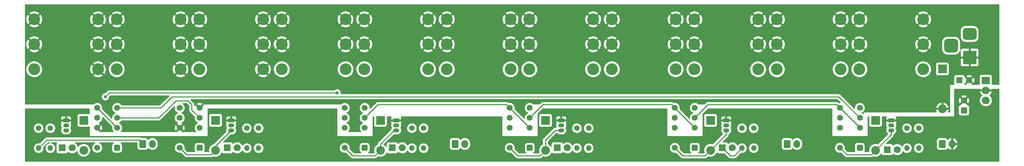
<source format=gbr>
%TF.GenerationSoftware,KiCad,Pcbnew,(6.0.5)*%
%TF.CreationDate,2022-08-06T18:20:51-04:00*%
%TF.ProjectId,effects-switcher,65666665-6374-4732-9d73-776974636865,rev?*%
%TF.SameCoordinates,Original*%
%TF.FileFunction,Copper,L2,Bot*%
%TF.FilePolarity,Positive*%
%FSLAX46Y46*%
G04 Gerber Fmt 4.6, Leading zero omitted, Abs format (unit mm)*
G04 Created by KiCad (PCBNEW (6.0.5)) date 2022-08-06 18:20:51*
%MOMM*%
%LPD*%
G01*
G04 APERTURE LIST*
G04 Aperture macros list*
%AMRoundRect*
0 Rectangle with rounded corners*
0 $1 Rounding radius*
0 $2 $3 $4 $5 $6 $7 $8 $9 X,Y pos of 4 corners*
0 Add a 4 corners polygon primitive as box body*
4,1,4,$2,$3,$4,$5,$6,$7,$8,$9,$2,$3,0*
0 Add four circle primitives for the rounded corners*
1,1,$1+$1,$2,$3*
1,1,$1+$1,$4,$5*
1,1,$1+$1,$6,$7*
1,1,$1+$1,$8,$9*
0 Add four rect primitives between the rounded corners*
20,1,$1+$1,$2,$3,$4,$5,0*
20,1,$1+$1,$4,$5,$6,$7,0*
20,1,$1+$1,$6,$7,$8,$9,0*
20,1,$1+$1,$8,$9,$2,$3,0*%
G04 Aperture macros list end*
%TA.AperFunction,ComponentPad*%
%ADD10R,2.200000X2.200000*%
%TD*%
%TA.AperFunction,ComponentPad*%
%ADD11O,2.200000X2.200000*%
%TD*%
%TA.AperFunction,ComponentPad*%
%ADD12R,1.800000X1.800000*%
%TD*%
%TA.AperFunction,ComponentPad*%
%ADD13C,1.800000*%
%TD*%
%TA.AperFunction,ComponentPad*%
%ADD14C,1.400000*%
%TD*%
%TA.AperFunction,ComponentPad*%
%ADD15O,1.400000X1.400000*%
%TD*%
%TA.AperFunction,ComponentPad*%
%ADD16R,3.500000X3.500000*%
%TD*%
%TA.AperFunction,ComponentPad*%
%ADD17RoundRect,0.750000X-1.000000X0.750000X-1.000000X-0.750000X1.000000X-0.750000X1.000000X0.750000X0*%
%TD*%
%TA.AperFunction,ComponentPad*%
%ADD18RoundRect,0.875000X-0.875000X0.875000X-0.875000X-0.875000X0.875000X-0.875000X0.875000X0.875000X0*%
%TD*%
%TA.AperFunction,ComponentPad*%
%ADD19C,3.000000*%
%TD*%
%TA.AperFunction,ComponentPad*%
%ADD20R,1.500000X1.050000*%
%TD*%
%TA.AperFunction,ComponentPad*%
%ADD21O,1.500000X1.050000*%
%TD*%
%TA.AperFunction,ComponentPad*%
%ADD22RoundRect,0.250500X0.499500X0.499500X-0.499500X0.499500X-0.499500X-0.499500X0.499500X-0.499500X0*%
%TD*%
%TA.AperFunction,ComponentPad*%
%ADD23C,1.500000*%
%TD*%
%TA.AperFunction,ComponentPad*%
%ADD24RoundRect,0.250000X-0.600000X-0.750000X0.600000X-0.750000X0.600000X0.750000X-0.600000X0.750000X0*%
%TD*%
%TA.AperFunction,ComponentPad*%
%ADD25O,1.700000X2.000000*%
%TD*%
%TA.AperFunction,ComponentPad*%
%ADD26R,1.600000X1.600000*%
%TD*%
%TA.AperFunction,ComponentPad*%
%ADD27C,1.600000*%
%TD*%
%TA.AperFunction,ComponentPad*%
%ADD28R,2.000000X1.905000*%
%TD*%
%TA.AperFunction,ComponentPad*%
%ADD29O,2.000000X1.905000*%
%TD*%
%TA.AperFunction,ViaPad*%
%ADD30C,0.800000*%
%TD*%
%TA.AperFunction,Conductor*%
%ADD31C,0.250000*%
%TD*%
G04 APERTURE END LIST*
D10*
%TO.P,D13,1,K*%
%TO.N,+9V*%
X234015000Y-16920000D03*
D11*
%TO.P,D13,2,A*%
%TO.N,GND*%
X234015000Y-27080000D03*
%TD*%
D12*
%TO.P,D9,1,K*%
%TO.N,Net-(D9-Pad1)*%
X178015000Y-37000000D03*
D13*
%TO.P,D9,2,A*%
%TO.N,+5V*%
X180555000Y-37000000D03*
%TD*%
D14*
%TO.P,R1,1*%
%TO.N,Net-(Q1-Pad2)*%
X4015000Y-32000000D03*
D15*
%TO.P,R1,2*%
%TO.N,J12-1*%
X4015000Y-37080000D03*
%TD*%
D16*
%TO.P,J+9,1*%
%TO.N,GND*%
X240957500Y-14000000D03*
D17*
%TO.P,J+9,2*%
%TO.N,+9V*%
X240957500Y-8000000D03*
D18*
%TO.P,J+9,3*%
X236257500Y-11000000D03*
%TD*%
D19*
%TO.P,J6,R,R*%
%TO.N,GND*%
X107900000Y-10650000D03*
%TO.P,J6,RN,RN*%
X124130000Y-10650000D03*
%TO.P,J6,S,S*%
X107900000Y-4300000D03*
%TO.P,J6,SN,SN*%
X124130000Y-4300000D03*
%TO.P,J6,T,T*%
%TO.N,Net-(J6-PadT)*%
X107900000Y-17000000D03*
%TO.P,J6,TN,TN*%
%TO.N,Net-(J6-PadTN)*%
X124130000Y-17000000D03*
%TD*%
%TO.P,J1,R,R*%
%TO.N,GND*%
X2900000Y-10650000D03*
%TO.P,J1,RN,RN*%
X19130000Y-10650000D03*
%TO.P,J1,S,S*%
X2900000Y-4300000D03*
%TO.P,J1,SN,SN*%
X19130000Y-4300000D03*
%TO.P,J1,T,T*%
%TO.N,In*%
X2900000Y-17000000D03*
%TO.P,J1,TN,TN*%
%TO.N,GND*%
X19130000Y-17000000D03*
%TD*%
D10*
%TO.P,D4,1,K*%
%TO.N,+5V*%
X49015000Y-30000000D03*
D11*
%TO.P,D4,2,A*%
%TO.N,Net-(D4-Pad2)*%
X49015000Y-37620000D03*
%TD*%
D20*
%TO.P,Q3,1,E*%
%TO.N,GNDD*%
X95015000Y-30000000D03*
D21*
%TO.P,Q3,2,B*%
%TO.N,Net-(Q3-Pad2)*%
X95015000Y-31270000D03*
%TO.P,Q3,3,C*%
%TO.N,Net-(D6-Pad2)*%
X95015000Y-32540000D03*
%TD*%
D22*
%TO.P,K1,1*%
%TO.N,+5V*%
X24015000Y-37000000D03*
D23*
%TO.P,K1,3*%
%TO.N,In*%
X24015000Y-31920000D03*
%TO.P,K1,4*%
%TO.N,Out*%
X24015000Y-29380000D03*
%TO.P,K1,5*%
%TO.N,L-Out*%
X24015000Y-26840000D03*
%TO.P,K1,8*%
%TO.N,In*%
X18935000Y-26840000D03*
%TO.P,K1,9*%
%TO.N,L-In*%
X18935000Y-29380000D03*
%TO.P,K1,10*%
%TO.N,GND*%
X18935000Y-31920000D03*
%TO.P,K1,12*%
%TO.N,Net-(K1-Pad12)*%
X18935000Y-37000000D03*
%TD*%
D20*
%TO.P,Q4,1,E*%
%TO.N,GNDD*%
X137015000Y-30000000D03*
D21*
%TO.P,Q4,2,B*%
%TO.N,Net-(Q4-Pad2)*%
X137015000Y-31270000D03*
%TO.P,Q4,3,C*%
%TO.N,Net-(D8-Pad2)*%
X137015000Y-32540000D03*
%TD*%
D24*
%TO.P,J+5,1,Pin_1*%
%TO.N,+5V*%
X234000000Y-36000000D03*
D25*
%TO.P,J+5,2,Pin_2*%
%TO.N,GNDD*%
X236500000Y-36000000D03*
%TD*%
D14*
%TO.P,R3,1*%
%TO.N,Net-(Q2-Pad2)*%
X60015000Y-32000000D03*
D15*
%TO.P,R3,2*%
%TO.N,J12-2*%
X60015000Y-37080000D03*
%TD*%
D14*
%TO.P,R9,1*%
%TO.N,Net-(Q5-Pad2)*%
X186015000Y-32000000D03*
D15*
%TO.P,R9,2*%
%TO.N,J12-5*%
X186015000Y-37080000D03*
%TD*%
D20*
%TO.P,Q2,1,E*%
%TO.N,GNDD*%
X53015000Y-30000000D03*
D21*
%TO.P,Q2,2,B*%
%TO.N,Net-(Q2-Pad2)*%
X53015000Y-31270000D03*
%TO.P,Q2,3,C*%
%TO.N,Net-(D4-Pad2)*%
X53015000Y-32540000D03*
%TD*%
D22*
%TO.P,K5,1*%
%TO.N,+5V*%
X171015000Y-37000000D03*
D23*
%TO.P,K5,3*%
%TO.N,Net-(K4-Pad4)*%
X171015000Y-31920000D03*
%TO.P,K5,4*%
%TO.N,Net-(K5-Pad4)*%
X171015000Y-29380000D03*
%TO.P,K5,5*%
%TO.N,Net-(J9-PadT)*%
X171015000Y-26840000D03*
%TO.P,K5,8*%
%TO.N,Net-(K4-Pad4)*%
X165935000Y-26840000D03*
%TO.P,K5,9*%
%TO.N,Net-(J8-PadT)*%
X165935000Y-29380000D03*
%TO.P,K5,10*%
%TO.N,unconnected-(K5-Pad10)*%
X165935000Y-31920000D03*
%TO.P,K5,12*%
%TO.N,Net-(D10-Pad2)*%
X165935000Y-37000000D03*
%TD*%
D14*
%TO.P,R5,1*%
%TO.N,Net-(Q3-Pad2)*%
X102015000Y-32000000D03*
D15*
%TO.P,R5,2*%
%TO.N,J12-3*%
X102015000Y-37080000D03*
%TD*%
D26*
%TO.P,C2,1*%
%TO.N,+5V*%
X239520348Y-27447932D03*
D27*
%TO.P,C2,2*%
%TO.N,GNDD*%
X239520348Y-24947932D03*
%TD*%
D10*
%TO.P,D12,1,K*%
%TO.N,+5V*%
X217015000Y-30000000D03*
D11*
%TO.P,D12,2,A*%
%TO.N,Net-(D12-Pad2)*%
X217015000Y-37620000D03*
%TD*%
D22*
%TO.P,K3,1*%
%TO.N,+5V*%
X87015000Y-37000000D03*
D23*
%TO.P,K3,3*%
%TO.N,L-In*%
X87015000Y-31920000D03*
%TO.P,K3,4*%
%TO.N,Net-(K3-Pad4)*%
X87015000Y-29380000D03*
%TO.P,K3,5*%
%TO.N,Net-(J5-PadT)*%
X87015000Y-26840000D03*
%TO.P,K3,8*%
%TO.N,L-In*%
X81935000Y-26840000D03*
%TO.P,K3,9*%
%TO.N,Net-(J4-PadT)*%
X81935000Y-29380000D03*
%TO.P,K3,10*%
%TO.N,unconnected-(K3-Pad10)*%
X81935000Y-31920000D03*
%TO.P,K3,12*%
%TO.N,Net-(D6-Pad2)*%
X81935000Y-37000000D03*
%TD*%
D14*
%TO.P,R4,1*%
%TO.N,Net-(D4-Pad2)*%
X57015000Y-32000000D03*
D15*
%TO.P,R4,2*%
%TO.N,Net-(D3-Pad1)*%
X57015000Y-37080000D03*
%TD*%
D20*
%TO.P,Q1,1,E*%
%TO.N,GNDD*%
X11015000Y-30000000D03*
D21*
%TO.P,Q1,2,B*%
%TO.N,Net-(Q1-Pad2)*%
X11015000Y-31270000D03*
%TO.P,Q1,3,C*%
%TO.N,Net-(K1-Pad12)*%
X11015000Y-32540000D03*
%TD*%
D14*
%TO.P,R10,1*%
%TO.N,Net-(D10-Pad2)*%
X183015000Y-32000000D03*
D15*
%TO.P,R10,2*%
%TO.N,Net-(D9-Pad1)*%
X183015000Y-37080000D03*
%TD*%
D22*
%TO.P,K6,1*%
%TO.N,+5V*%
X213015000Y-37000000D03*
D23*
%TO.P,K6,3*%
%TO.N,Net-(K5-Pad4)*%
X213015000Y-31920000D03*
%TO.P,K6,4*%
%TO.N,L-Out*%
X213015000Y-29380000D03*
%TO.P,K6,5*%
%TO.N,Net-(J11-PadT)*%
X213015000Y-26840000D03*
%TO.P,K6,8*%
%TO.N,Net-(K5-Pad4)*%
X207935000Y-26840000D03*
%TO.P,K6,9*%
%TO.N,Net-(J10-PadT)*%
X207935000Y-29380000D03*
%TO.P,K6,10*%
%TO.N,unconnected-(K6-Pad10)*%
X207935000Y-31920000D03*
%TO.P,K6,12*%
%TO.N,Net-(D12-Pad2)*%
X207935000Y-37000000D03*
%TD*%
D19*
%TO.P,J3,R,R*%
%TO.N,GND*%
X44900000Y-10650000D03*
%TO.P,J3,RN,RN*%
X61130000Y-10650000D03*
%TO.P,J3,S,S*%
X44900000Y-4300000D03*
%TO.P,J3,SN,SN*%
X61130000Y-4300000D03*
%TO.P,J3,T,T*%
%TO.N,Tuner-In*%
X44900000Y-17000000D03*
%TO.P,J3,TN,TN*%
%TO.N,GND*%
X61130000Y-17000000D03*
%TD*%
D22*
%TO.P,K2,1*%
%TO.N,+5V*%
X45015000Y-37000000D03*
D23*
%TO.P,K2,3*%
%TO.N,unconnected-(K2-Pad3)*%
X45015000Y-31920000D03*
%TO.P,K2,4*%
%TO.N,Out*%
X45015000Y-29380000D03*
%TO.P,K2,5*%
%TO.N,GND*%
X45015000Y-26840000D03*
%TO.P,K2,8*%
%TO.N,In*%
X39935000Y-26840000D03*
%TO.P,K2,9*%
%TO.N,Tuner-In*%
X39935000Y-29380000D03*
%TO.P,K2,10*%
%TO.N,GND*%
X39935000Y-31920000D03*
%TO.P,K2,12*%
%TO.N,Net-(D4-Pad2)*%
X39935000Y-37000000D03*
%TD*%
D20*
%TO.P,Q6,1,E*%
%TO.N,GNDD*%
X221015000Y-30000000D03*
D21*
%TO.P,Q6,2,B*%
%TO.N,Net-(Q6-Pad2)*%
X221015000Y-31270000D03*
%TO.P,Q6,3,C*%
%TO.N,Net-(D12-Pad2)*%
X221015000Y-32540000D03*
%TD*%
D19*
%TO.P,J7,R,R*%
%TO.N,GND*%
X128900000Y-10650000D03*
%TO.P,J7,RN,RN*%
X145130000Y-10650000D03*
%TO.P,J7,S,S*%
X128900000Y-4300000D03*
%TO.P,J7,SN,SN*%
X145130000Y-4300000D03*
%TO.P,J7,T,T*%
%TO.N,Net-(J7-PadT)*%
X128900000Y-17000000D03*
%TO.P,J7,TN,TN*%
%TO.N,Net-(J6-PadTN)*%
X145130000Y-17000000D03*
%TD*%
%TO.P,J4,R,R*%
%TO.N,GND*%
X65900000Y-10650000D03*
%TO.P,J4,RN,RN*%
X82130000Y-10650000D03*
%TO.P,J4,S,S*%
X65900000Y-4300000D03*
%TO.P,J4,SN,SN*%
X82130000Y-4300000D03*
%TO.P,J4,T,T*%
%TO.N,Net-(J4-PadT)*%
X65900000Y-17000000D03*
%TO.P,J4,TN,TN*%
%TO.N,Net-(J4-PadTN)*%
X82130000Y-17000000D03*
%TD*%
D14*
%TO.P,R8,1*%
%TO.N,Net-(D8-Pad2)*%
X141015000Y-32000000D03*
D15*
%TO.P,R8,2*%
%TO.N,Net-(D7-Pad1)*%
X141015000Y-37080000D03*
%TD*%
D14*
%TO.P,R11,1*%
%TO.N,Net-(Q6-Pad2)*%
X228015000Y-32000000D03*
D15*
%TO.P,R11,2*%
%TO.N,J12-6*%
X228015000Y-37080000D03*
%TD*%
D24*
%TO.P,J56,1,Pin_1*%
%TO.N,J12-5*%
X194500000Y-36000000D03*
D25*
%TO.P,J56,2,Pin_2*%
%TO.N,J12-6*%
X197000000Y-36000000D03*
%TD*%
D19*
%TO.P,J5,R,R*%
%TO.N,GND*%
X86900000Y-10650000D03*
%TO.P,J5,RN,RN*%
X103130000Y-10650000D03*
%TO.P,J5,S,S*%
X86900000Y-4300000D03*
%TO.P,J5,SN,SN*%
X103130000Y-4300000D03*
%TO.P,J5,T,T*%
%TO.N,Net-(J5-PadT)*%
X86900000Y-17000000D03*
%TO.P,J5,TN,TN*%
%TO.N,Net-(J4-PadTN)*%
X103130000Y-17000000D03*
%TD*%
D10*
%TO.P,D10,1,K*%
%TO.N,+5V*%
X175015000Y-30000000D03*
D11*
%TO.P,D10,2,A*%
%TO.N,Net-(D10-Pad2)*%
X175015000Y-37620000D03*
%TD*%
D19*
%TO.P,J9,R,R*%
%TO.N,GND*%
X170900000Y-10650000D03*
%TO.P,J9,RN,RN*%
X187130000Y-10650000D03*
%TO.P,J9,S,S*%
X170900000Y-4300000D03*
%TO.P,J9,SN,SN*%
X187130000Y-4300000D03*
%TO.P,J9,T,T*%
%TO.N,Net-(J9-PadT)*%
X170900000Y-17000000D03*
%TO.P,J9,TN,TN*%
%TO.N,Net-(J8-PadTN)*%
X187130000Y-17000000D03*
%TD*%
D10*
%TO.P,D2,1,K*%
%TO.N,+5V*%
X15515000Y-30000000D03*
D11*
%TO.P,D2,2,A*%
%TO.N,Net-(K1-Pad12)*%
X15515000Y-37620000D03*
%TD*%
D19*
%TO.P,J10,R,R*%
%TO.N,GND*%
X191900000Y-10650000D03*
%TO.P,J10,RN,RN*%
X208130000Y-10650000D03*
%TO.P,J10,S,S*%
X191900000Y-4300000D03*
%TO.P,J10,SN,SN*%
X208130000Y-4300000D03*
%TO.P,J10,T,T*%
%TO.N,Net-(J10-PadT)*%
X191900000Y-17000000D03*
%TO.P,J10,TN,TN*%
%TO.N,Net-(J10-PadTN)*%
X208130000Y-17000000D03*
%TD*%
D28*
%TO.P,U1,1,VI*%
%TO.N,+9V*%
X245083864Y-19857857D03*
D29*
%TO.P,U1,2,GND*%
%TO.N,GNDD*%
X245083864Y-22397857D03*
%TO.P,U1,3,VO*%
%TO.N,+5V*%
X245083864Y-24937857D03*
%TD*%
D14*
%TO.P,R7,1*%
%TO.N,Net-(Q4-Pad2)*%
X144015000Y-32000000D03*
D15*
%TO.P,R7,2*%
%TO.N,J12-4*%
X144015000Y-37080000D03*
%TD*%
D19*
%TO.P,J11,R,R*%
%TO.N,GND*%
X212900000Y-10650000D03*
%TO.P,J11,RN,RN*%
X229130000Y-10650000D03*
%TO.P,J11,S,S*%
X212900000Y-4300000D03*
%TO.P,J11,SN,SN*%
X229130000Y-4300000D03*
%TO.P,J11,T,T*%
%TO.N,Net-(J11-PadT)*%
X212900000Y-17000000D03*
%TO.P,J11,TN,TN*%
%TO.N,Net-(J10-PadTN)*%
X229130000Y-17000000D03*
%TD*%
D12*
%TO.P,D3,1,K*%
%TO.N,Net-(D3-Pad1)*%
X52015000Y-37000000D03*
D13*
%TO.P,D3,2,A*%
%TO.N,+5V*%
X54555000Y-37000000D03*
%TD*%
D24*
%TO.P,J34,1,Pin_1*%
%TO.N,J12-3*%
X110000000Y-36000000D03*
D25*
%TO.P,J34,2,Pin_2*%
%TO.N,J12-4*%
X112500000Y-36000000D03*
%TD*%
D26*
%TO.P,C1,1*%
%TO.N,+9V*%
X238363198Y-19786801D03*
D27*
%TO.P,C1,2*%
%TO.N,GND*%
X240863198Y-19786801D03*
%TD*%
D22*
%TO.P,K4,1*%
%TO.N,+5V*%
X129015000Y-37000000D03*
D23*
%TO.P,K4,3*%
%TO.N,Net-(K3-Pad4)*%
X129015000Y-31920000D03*
%TO.P,K4,4*%
%TO.N,Net-(K4-Pad4)*%
X129015000Y-29380000D03*
%TO.P,K4,5*%
%TO.N,Net-(J7-PadT)*%
X129015000Y-26840000D03*
%TO.P,K4,8*%
%TO.N,Net-(K3-Pad4)*%
X123935000Y-26840000D03*
%TO.P,K4,9*%
%TO.N,Net-(J6-PadT)*%
X123935000Y-29380000D03*
%TO.P,K4,10*%
%TO.N,unconnected-(K4-Pad10)*%
X123935000Y-31920000D03*
%TO.P,K4,12*%
%TO.N,Net-(D8-Pad2)*%
X123935000Y-37000000D03*
%TD*%
D12*
%TO.P,D1,1,K*%
%TO.N,Net-(D1-Pad1)*%
X10015000Y-37000000D03*
D13*
%TO.P,D1,2,A*%
%TO.N,+5V*%
X12555000Y-37000000D03*
%TD*%
D14*
%TO.P,R2,1*%
%TO.N,Net-(K1-Pad12)*%
X7015000Y-32000000D03*
D15*
%TO.P,R2,2*%
%TO.N,Net-(D1-Pad1)*%
X7015000Y-37080000D03*
%TD*%
D19*
%TO.P,J8,R,R*%
%TO.N,GND*%
X149900000Y-10650000D03*
%TO.P,J8,RN,RN*%
X166130000Y-10650000D03*
%TO.P,J8,S,S*%
X149900000Y-4300000D03*
%TO.P,J8,SN,SN*%
X166130000Y-4300000D03*
%TO.P,J8,T,T*%
%TO.N,Net-(J8-PadT)*%
X149900000Y-17000000D03*
%TO.P,J8,TN,TN*%
%TO.N,Net-(J8-PadTN)*%
X166130000Y-17000000D03*
%TD*%
D10*
%TO.P,D8,1,K*%
%TO.N,+5V*%
X133015000Y-30000000D03*
D11*
%TO.P,D8,2,A*%
%TO.N,Net-(D8-Pad2)*%
X133015000Y-37620000D03*
%TD*%
D10*
%TO.P,D6,1,K*%
%TO.N,+5V*%
X91015000Y-30000000D03*
D11*
%TO.P,D6,2,A*%
%TO.N,Net-(D6-Pad2)*%
X91015000Y-37620000D03*
%TD*%
D12*
%TO.P,D7,1,K*%
%TO.N,Net-(D7-Pad1)*%
X136015000Y-37000000D03*
D13*
%TO.P,D7,2,A*%
%TO.N,+5V*%
X138555000Y-37000000D03*
%TD*%
D14*
%TO.P,R6,1*%
%TO.N,Net-(D6-Pad2)*%
X99015000Y-32000000D03*
D15*
%TO.P,R6,2*%
%TO.N,Net-(D5-Pad1)*%
X99015000Y-37080000D03*
%TD*%
D12*
%TO.P,D11,1,K*%
%TO.N,Net-(D11-Pad1)*%
X220015000Y-37460000D03*
D13*
%TO.P,D11,2,A*%
%TO.N,+5V*%
X222555000Y-37460000D03*
%TD*%
D20*
%TO.P,Q5,1,E*%
%TO.N,GNDD*%
X179015000Y-30000000D03*
D21*
%TO.P,Q5,2,B*%
%TO.N,Net-(Q5-Pad2)*%
X179015000Y-31270000D03*
%TO.P,Q5,3,C*%
%TO.N,Net-(D10-Pad2)*%
X179015000Y-32540000D03*
%TD*%
D24*
%TO.P,J12,1,Pin_1*%
%TO.N,J12-1*%
X30500000Y-36000000D03*
D25*
%TO.P,J12,2,Pin_2*%
%TO.N,J12-2*%
X33000000Y-36000000D03*
%TD*%
D19*
%TO.P,J2,R,R*%
%TO.N,GND*%
X23900000Y-10650000D03*
%TO.P,J2,RN,RN*%
X40130000Y-10650000D03*
%TO.P,J2,S,S*%
X23900000Y-4300000D03*
%TO.P,J2,SN,SN*%
X40130000Y-4300000D03*
%TO.P,J2,T,T*%
%TO.N,Out*%
X23900000Y-17000000D03*
%TO.P,J2,TN,TN*%
%TO.N,GND*%
X40130000Y-17000000D03*
%TD*%
D14*
%TO.P,R12,1*%
%TO.N,Net-(D12-Pad2)*%
X225015000Y-32000000D03*
D15*
%TO.P,R12,2*%
%TO.N,Net-(D11-Pad1)*%
X225015000Y-37080000D03*
%TD*%
D12*
%TO.P,D5,1,K*%
%TO.N,Net-(D5-Pad1)*%
X94015000Y-37000000D03*
D13*
%TO.P,D5,2,A*%
%TO.N,+5V*%
X96555000Y-37000000D03*
%TD*%
D30*
%TO.N,L-In*%
X21000000Y-24000000D03*
X80000000Y-23000000D03*
%TD*%
D31*
%TO.N,Net-(D9-Pad1)*%
X178015000Y-37000000D02*
X180015000Y-39000000D01*
X181095000Y-39000000D02*
X183015000Y-37080000D01*
X180015000Y-39000000D02*
X181095000Y-39000000D01*
%TO.N,J12-1*%
X6095000Y-35000000D02*
X4015000Y-37080000D01*
X30500000Y-35500000D02*
X30000000Y-35000000D01*
X30500000Y-36000000D02*
X30500000Y-35500000D01*
X30000000Y-35000000D02*
X6095000Y-35000000D01*
%TO.N,In*%
X18935000Y-26840000D02*
X24015000Y-31920000D01*
%TO.N,Out*%
X43000000Y-27365000D02*
X43000000Y-26000000D01*
X45015000Y-29380000D02*
X43000000Y-27365000D01*
X42000000Y-25000000D02*
X39000000Y-25000000D01*
X39000000Y-25000000D02*
X34620000Y-29380000D01*
X34620000Y-29380000D02*
X24015000Y-29380000D01*
X43000000Y-26000000D02*
X42000000Y-25000000D01*
%TO.N,L-Out*%
X24015000Y-26840000D02*
X35160000Y-26840000D01*
X38000000Y-24000000D02*
X207635000Y-24000000D01*
X35160000Y-26840000D02*
X38000000Y-24000000D01*
X207635000Y-24000000D02*
X213015000Y-29380000D01*
%TO.N,L-In*%
X22000000Y-23000000D02*
X80000000Y-23000000D01*
X21000000Y-24000000D02*
X22000000Y-23000000D01*
%TO.N,Net-(D10-Pad2)*%
X179015000Y-33620000D02*
X175015000Y-37620000D01*
X165935000Y-37000000D02*
X167935000Y-39000000D01*
X167935000Y-39000000D02*
X173635000Y-39000000D01*
X173635000Y-39000000D02*
X175015000Y-37620000D01*
X179015000Y-32540000D02*
X179015000Y-33620000D01*
%TO.N,Net-(D12-Pad2)*%
X215915001Y-38719999D02*
X217015000Y-37620000D01*
X209654999Y-38719999D02*
X215915001Y-38719999D01*
X207935000Y-37000000D02*
X209654999Y-38719999D01*
X221015000Y-32540000D02*
X221015000Y-33620000D01*
X221015000Y-33620000D02*
X217015000Y-37620000D01*
%TO.N,Net-(D4-Pad2)*%
X47915001Y-38719999D02*
X49015000Y-37620000D01*
X39935000Y-37000000D02*
X41654999Y-38719999D01*
X41654999Y-38719999D02*
X47915001Y-38719999D01*
X53015000Y-32540000D02*
X49015000Y-36540000D01*
X49015000Y-36540000D02*
X49015000Y-37620000D01*
%TO.N,Net-(K3-Pad4)*%
X123095000Y-26000000D02*
X123935000Y-26840000D01*
X90395000Y-26000000D02*
X123095000Y-26000000D01*
X123935000Y-26840000D02*
X129015000Y-31920000D01*
X87015000Y-29380000D02*
X90395000Y-26000000D01*
%TO.N,Net-(K4-Pad4)*%
X132395000Y-26000000D02*
X165095000Y-26000000D01*
X129015000Y-29380000D02*
X132395000Y-26000000D01*
X165935000Y-26840000D02*
X171015000Y-31920000D01*
X165095000Y-26000000D02*
X165935000Y-26840000D01*
%TO.N,Net-(K5-Pad4)*%
X174395000Y-26000000D02*
X207095000Y-26000000D01*
X207095000Y-26000000D02*
X207935000Y-26840000D01*
X171015000Y-29380000D02*
X174395000Y-26000000D01*
X207935000Y-26840000D02*
X213015000Y-31920000D01*
%TO.N,Net-(D6-Pad2)*%
X94475000Y-32540000D02*
X91015000Y-36000000D01*
X91015000Y-36000000D02*
X91015000Y-37620000D01*
X81935000Y-37000000D02*
X83935000Y-39000000D01*
X83935000Y-39000000D02*
X89635000Y-39000000D01*
X95015000Y-32540000D02*
X94475000Y-32540000D01*
X89635000Y-39000000D02*
X91015000Y-37620000D01*
%TO.N,Net-(D8-Pad2)*%
X125935000Y-39000000D02*
X131635000Y-39000000D01*
X131635000Y-39000000D02*
X133015000Y-37620000D01*
X123935000Y-37000000D02*
X125935000Y-39000000D01*
X135475000Y-32540000D02*
X133015000Y-35000000D01*
X133015000Y-35000000D02*
X133015000Y-37620000D01*
X137015000Y-32540000D02*
X135475000Y-32540000D01*
%TD*%
%TA.AperFunction,Conductor*%
%TO.N,GND*%
G36*
X41753527Y-25653502D02*
G01*
X41774501Y-25670405D01*
X42329595Y-26225499D01*
X42363621Y-26287811D01*
X42366500Y-26314594D01*
X42366500Y-27286233D01*
X42365973Y-27297416D01*
X42364298Y-27304909D01*
X42364547Y-27312835D01*
X42364547Y-27312836D01*
X42366438Y-27372986D01*
X42366500Y-27376945D01*
X42366500Y-27404856D01*
X42366997Y-27408790D01*
X42366997Y-27408791D01*
X42367005Y-27408856D01*
X42367938Y-27420693D01*
X42369327Y-27464889D01*
X42374560Y-27482901D01*
X42374978Y-27484339D01*
X42378987Y-27503700D01*
X42381526Y-27523797D01*
X42384445Y-27531168D01*
X42384445Y-27531170D01*
X42397804Y-27564912D01*
X42401649Y-27576142D01*
X42413982Y-27618593D01*
X42418015Y-27625412D01*
X42418017Y-27625417D01*
X42424293Y-27636028D01*
X42432988Y-27653776D01*
X42440448Y-27672617D01*
X42445110Y-27679033D01*
X42445110Y-27679034D01*
X42466436Y-27708387D01*
X42472952Y-27718307D01*
X42495458Y-27756362D01*
X42509779Y-27770683D01*
X42522619Y-27785716D01*
X42534528Y-27802107D01*
X42541348Y-27807749D01*
X42568605Y-27830298D01*
X42577384Y-27838288D01*
X43746672Y-29007576D01*
X43780698Y-29069888D01*
X43779284Y-29129281D01*
X43772309Y-29155312D01*
X43772308Y-29155319D01*
X43770885Y-29160629D01*
X43751693Y-29380000D01*
X43770885Y-29599371D01*
X43827880Y-29812076D01*
X43859055Y-29878931D01*
X43918618Y-30006666D01*
X43918621Y-30006671D01*
X43920944Y-30011653D01*
X43924100Y-30016160D01*
X43924101Y-30016162D01*
X43959859Y-30067229D01*
X44047251Y-30192038D01*
X44202962Y-30347749D01*
X44383346Y-30474056D01*
X44388328Y-30476379D01*
X44388333Y-30476382D01*
X44515768Y-30535805D01*
X44569053Y-30582722D01*
X44588514Y-30650999D01*
X44567972Y-30718959D01*
X44515768Y-30764195D01*
X44388334Y-30823618D01*
X44388329Y-30823621D01*
X44383347Y-30825944D01*
X44378840Y-30829100D01*
X44378838Y-30829101D01*
X44207473Y-30949092D01*
X44207470Y-30949094D01*
X44202962Y-30952251D01*
X44047251Y-31107962D01*
X44044094Y-31112470D01*
X44044092Y-31112473D01*
X43952214Y-31243689D01*
X43920944Y-31288347D01*
X43918621Y-31293329D01*
X43918618Y-31293334D01*
X43918502Y-31293583D01*
X43827880Y-31487924D01*
X43770885Y-31700629D01*
X43751693Y-31920000D01*
X43770885Y-32139371D01*
X43827880Y-32352076D01*
X43830205Y-32357061D01*
X43918618Y-32546666D01*
X43918621Y-32546671D01*
X43920944Y-32551653D01*
X43924100Y-32556160D01*
X43924101Y-32556162D01*
X43952801Y-32597149D01*
X44047251Y-32732038D01*
X44100118Y-32784905D01*
X44134144Y-32847217D01*
X44129079Y-32918032D01*
X44086532Y-32974868D01*
X44020012Y-32999679D01*
X44011023Y-33000000D01*
X40707980Y-33000000D01*
X40639859Y-32979998D01*
X40618884Y-32963095D01*
X39947811Y-32292021D01*
X39933868Y-32284408D01*
X39932034Y-32284539D01*
X39925420Y-32288790D01*
X39251116Y-32963095D01*
X39188803Y-32997120D01*
X39162020Y-33000000D01*
X25018977Y-33000000D01*
X24950856Y-32979998D01*
X24904363Y-32926342D01*
X24894259Y-32856068D01*
X24923753Y-32791488D01*
X24929882Y-32784905D01*
X24982749Y-32732038D01*
X25077200Y-32597149D01*
X25105899Y-32556162D01*
X25105900Y-32556160D01*
X25109056Y-32551653D01*
X25111379Y-32546671D01*
X25111382Y-32546666D01*
X25199795Y-32357061D01*
X25202120Y-32352076D01*
X25259115Y-32139371D01*
X25277828Y-31925475D01*
X38672674Y-31925475D01*
X38690901Y-32133804D01*
X38692804Y-32144599D01*
X38746928Y-32346595D01*
X38750674Y-32356887D01*
X38839054Y-32546417D01*
X38844534Y-32555907D01*
X38873411Y-32597149D01*
X38883887Y-32605523D01*
X38897334Y-32598455D01*
X39562979Y-31932811D01*
X39569356Y-31921132D01*
X40299408Y-31921132D01*
X40299539Y-31922966D01*
X40303790Y-31929580D01*
X40973391Y-32599180D01*
X40985161Y-32605607D01*
X40997176Y-32596311D01*
X41025466Y-32555907D01*
X41030946Y-32546417D01*
X41119326Y-32356887D01*
X41123072Y-32346595D01*
X41177196Y-32144599D01*
X41179099Y-32133804D01*
X41197326Y-31925475D01*
X41197326Y-31914525D01*
X41179099Y-31706196D01*
X41177196Y-31695401D01*
X41123072Y-31493405D01*
X41119326Y-31483113D01*
X41030946Y-31293583D01*
X41025466Y-31284093D01*
X40996589Y-31242851D01*
X40986113Y-31234477D01*
X40972666Y-31241545D01*
X40307021Y-31907189D01*
X40299408Y-31921132D01*
X39569356Y-31921132D01*
X39570592Y-31918868D01*
X39570461Y-31917034D01*
X39566210Y-31910420D01*
X38896609Y-31240820D01*
X38884839Y-31234393D01*
X38872824Y-31243689D01*
X38844534Y-31284093D01*
X38839054Y-31293583D01*
X38750674Y-31483113D01*
X38746928Y-31493405D01*
X38692804Y-31695401D01*
X38690901Y-31706196D01*
X38672674Y-31914525D01*
X38672674Y-31925475D01*
X25277828Y-31925475D01*
X25278307Y-31920000D01*
X25259115Y-31700629D01*
X25202120Y-31487924D01*
X25111498Y-31293583D01*
X25111382Y-31293334D01*
X25111379Y-31293329D01*
X25109056Y-31288347D01*
X25077786Y-31243689D01*
X24985908Y-31112473D01*
X24985906Y-31112470D01*
X24982749Y-31107962D01*
X24827038Y-30952251D01*
X24766614Y-30909941D01*
X24709342Y-30869839D01*
X24646654Y-30825944D01*
X24641672Y-30823621D01*
X24641667Y-30823618D01*
X24514232Y-30764195D01*
X24460947Y-30717278D01*
X24441486Y-30649001D01*
X24462028Y-30581041D01*
X24514232Y-30535805D01*
X24641667Y-30476382D01*
X24641672Y-30476379D01*
X24646654Y-30474056D01*
X24827038Y-30347749D01*
X24982749Y-30192038D01*
X25070142Y-30067228D01*
X25125598Y-30022901D01*
X25173354Y-30013500D01*
X34541233Y-30013500D01*
X34552416Y-30014027D01*
X34559909Y-30015702D01*
X34567835Y-30015453D01*
X34567836Y-30015453D01*
X34627986Y-30013562D01*
X34631945Y-30013500D01*
X34659856Y-30013500D01*
X34663791Y-30013003D01*
X34663856Y-30012995D01*
X34675693Y-30012062D01*
X34707951Y-30011048D01*
X34711970Y-30010922D01*
X34719889Y-30010673D01*
X34739343Y-30005021D01*
X34758700Y-30001013D01*
X34770930Y-29999468D01*
X34770931Y-29999468D01*
X34778797Y-29998474D01*
X34786168Y-29995555D01*
X34786170Y-29995555D01*
X34819912Y-29982196D01*
X34831142Y-29978351D01*
X34865983Y-29968229D01*
X34865984Y-29968229D01*
X34873593Y-29966018D01*
X34880412Y-29961985D01*
X34880417Y-29961983D01*
X34891028Y-29955707D01*
X34908776Y-29947012D01*
X34927617Y-29939552D01*
X34963387Y-29913564D01*
X34973307Y-29907048D01*
X35004535Y-29888580D01*
X35004538Y-29888578D01*
X35011362Y-29884542D01*
X35025683Y-29870221D01*
X35040717Y-29857380D01*
X35050694Y-29850131D01*
X35057107Y-29845472D01*
X35085298Y-29811395D01*
X35093288Y-29802616D01*
X38510501Y-26385403D01*
X38572813Y-26351377D01*
X38643628Y-26356442D01*
X38700464Y-26398989D01*
X38725275Y-26465509D01*
X38721302Y-26507110D01*
X38692310Y-26615308D01*
X38692309Y-26615317D01*
X38690885Y-26620629D01*
X38671693Y-26840000D01*
X38690885Y-27059371D01*
X38747880Y-27272076D01*
X38763453Y-27305472D01*
X38838618Y-27466666D01*
X38838621Y-27466671D01*
X38840944Y-27471653D01*
X38844100Y-27476160D01*
X38844101Y-27476162D01*
X38956041Y-27636028D01*
X38967251Y-27652038D01*
X39122962Y-27807749D01*
X39303346Y-27934056D01*
X39308328Y-27936379D01*
X39308333Y-27936382D01*
X39435768Y-27995805D01*
X39489053Y-28042722D01*
X39508514Y-28110999D01*
X39487972Y-28178959D01*
X39435768Y-28224195D01*
X39308334Y-28283618D01*
X39308329Y-28283621D01*
X39303347Y-28285944D01*
X39298840Y-28289100D01*
X39298838Y-28289101D01*
X39127473Y-28409092D01*
X39127470Y-28409094D01*
X39122962Y-28412251D01*
X38967251Y-28567962D01*
X38964094Y-28572470D01*
X38964092Y-28572473D01*
X38875814Y-28698547D01*
X38840944Y-28748347D01*
X38838621Y-28753329D01*
X38838618Y-28753334D01*
X38821668Y-28789684D01*
X38747880Y-28947924D01*
X38690885Y-29160629D01*
X38671693Y-29380000D01*
X38690885Y-29599371D01*
X38747880Y-29812076D01*
X38779055Y-29878931D01*
X38838618Y-30006666D01*
X38838621Y-30006671D01*
X38840944Y-30011653D01*
X38844100Y-30016160D01*
X38844101Y-30016162D01*
X38879859Y-30067229D01*
X38967251Y-30192038D01*
X39122962Y-30347749D01*
X39303346Y-30474056D01*
X39308328Y-30476379D01*
X39308333Y-30476382D01*
X39436359Y-30536081D01*
X39489644Y-30582998D01*
X39509105Y-30651276D01*
X39488563Y-30719236D01*
X39436359Y-30764471D01*
X39308583Y-30824054D01*
X39299093Y-30829534D01*
X39257851Y-30858411D01*
X39249477Y-30868887D01*
X39256545Y-30882334D01*
X39922189Y-31547979D01*
X39936132Y-31555592D01*
X39937966Y-31555461D01*
X39944580Y-31551210D01*
X40614180Y-30881609D01*
X40620607Y-30869839D01*
X40611313Y-30857825D01*
X40570912Y-30829536D01*
X40561416Y-30824053D01*
X40433641Y-30764471D01*
X40380356Y-30717554D01*
X40360895Y-30649276D01*
X40381437Y-30581316D01*
X40433641Y-30536081D01*
X40561667Y-30476382D01*
X40561672Y-30476379D01*
X40566654Y-30474056D01*
X40747038Y-30347749D01*
X40902749Y-30192038D01*
X40990142Y-30067229D01*
X41025899Y-30016162D01*
X41025900Y-30016160D01*
X41029056Y-30011653D01*
X41031379Y-30006671D01*
X41031382Y-30006666D01*
X41090945Y-29878931D01*
X41122120Y-29812076D01*
X41179115Y-29599371D01*
X41198307Y-29380000D01*
X41179115Y-29160629D01*
X41122120Y-28947924D01*
X41048332Y-28789684D01*
X41031382Y-28753334D01*
X41031379Y-28753329D01*
X41029056Y-28748347D01*
X40994186Y-28698547D01*
X40905908Y-28572473D01*
X40905906Y-28572470D01*
X40902749Y-28567962D01*
X40747038Y-28412251D01*
X40686614Y-28369941D01*
X40589327Y-28301820D01*
X40566654Y-28285944D01*
X40561672Y-28283621D01*
X40561667Y-28283618D01*
X40434232Y-28224195D01*
X40380947Y-28177278D01*
X40361486Y-28109001D01*
X40382028Y-28041041D01*
X40434232Y-27995805D01*
X40561667Y-27936382D01*
X40561672Y-27936379D01*
X40566654Y-27934056D01*
X40747038Y-27807749D01*
X40902749Y-27652038D01*
X40913960Y-27636028D01*
X41025899Y-27476162D01*
X41025900Y-27476160D01*
X41029056Y-27471653D01*
X41031379Y-27466671D01*
X41031382Y-27466666D01*
X41106547Y-27305472D01*
X41122120Y-27272076D01*
X41179115Y-27059371D01*
X41198307Y-26840000D01*
X41179115Y-26620629D01*
X41122120Y-26407924D01*
X41066111Y-26287811D01*
X41031382Y-26213334D01*
X41031379Y-26213329D01*
X41029056Y-26208347D01*
X40991278Y-26154394D01*
X40905908Y-26032473D01*
X40905906Y-26032470D01*
X40902749Y-26027962D01*
X40747038Y-25872251D01*
X40742527Y-25869092D01*
X40742525Y-25869090D01*
X40733418Y-25862714D01*
X40689088Y-25807257D01*
X40681778Y-25736638D01*
X40713809Y-25673277D01*
X40775010Y-25637292D01*
X40805687Y-25633500D01*
X41685406Y-25633500D01*
X41753527Y-25653502D01*
G37*
%TD.AperFunction*%
%TA.AperFunction,Conductor*%
G36*
X207388527Y-24653502D02*
G01*
X207409497Y-24670401D01*
X208107511Y-25368416D01*
X208141535Y-25430726D01*
X208136470Y-25501542D01*
X208093923Y-25558377D01*
X208027403Y-25583188D01*
X208007434Y-25583030D01*
X207935000Y-25576693D01*
X207715629Y-25595885D01*
X207710314Y-25597309D01*
X207710309Y-25597310D01*
X207685698Y-25603904D01*
X207614722Y-25602214D01*
X207566836Y-25574047D01*
X207537349Y-25546357D01*
X207534507Y-25543602D01*
X207514770Y-25523865D01*
X207511573Y-25521385D01*
X207502551Y-25513680D01*
X207489122Y-25501069D01*
X207470321Y-25483414D01*
X207463375Y-25479595D01*
X207463372Y-25479593D01*
X207452566Y-25473652D01*
X207436047Y-25462801D01*
X207435583Y-25462441D01*
X207420041Y-25450386D01*
X207412772Y-25447241D01*
X207412768Y-25447238D01*
X207379463Y-25432826D01*
X207368813Y-25427609D01*
X207330060Y-25406305D01*
X207310437Y-25401267D01*
X207291734Y-25394863D01*
X207280420Y-25389967D01*
X207280419Y-25389967D01*
X207273145Y-25386819D01*
X207265322Y-25385580D01*
X207265312Y-25385577D01*
X207229476Y-25379901D01*
X207217856Y-25377495D01*
X207182711Y-25368472D01*
X207182710Y-25368472D01*
X207175030Y-25366500D01*
X207154776Y-25366500D01*
X207135065Y-25364949D01*
X207122886Y-25363020D01*
X207115057Y-25361780D01*
X207085786Y-25364547D01*
X207071039Y-25365941D01*
X207059181Y-25366500D01*
X174473767Y-25366500D01*
X174462584Y-25365973D01*
X174455091Y-25364298D01*
X174447165Y-25364547D01*
X174447164Y-25364547D01*
X174387001Y-25366438D01*
X174383043Y-25366500D01*
X174355144Y-25366500D01*
X174351154Y-25367004D01*
X174339320Y-25367936D01*
X174295111Y-25369326D01*
X174287497Y-25371538D01*
X174287492Y-25371539D01*
X174275659Y-25374977D01*
X174256296Y-25378988D01*
X174236203Y-25381526D01*
X174228836Y-25384443D01*
X174228831Y-25384444D01*
X174195092Y-25397802D01*
X174183865Y-25401646D01*
X174141407Y-25413982D01*
X174134581Y-25418019D01*
X174123972Y-25424293D01*
X174106224Y-25432988D01*
X174087383Y-25440448D01*
X174080967Y-25445110D01*
X174080966Y-25445110D01*
X174051613Y-25466436D01*
X174041693Y-25472952D01*
X174010465Y-25491420D01*
X174010462Y-25491422D01*
X174003638Y-25495458D01*
X173989317Y-25509779D01*
X173974284Y-25522619D01*
X173957893Y-25534528D01*
X173949381Y-25544817D01*
X173929702Y-25568605D01*
X173921712Y-25577384D01*
X173536001Y-25963095D01*
X173473689Y-25997121D01*
X173446906Y-26000000D01*
X172015000Y-26000000D01*
X172015000Y-25996717D01*
X171973298Y-25996717D01*
X171919703Y-25964916D01*
X171827038Y-25872251D01*
X171811389Y-25861293D01*
X171747759Y-25816739D01*
X171646654Y-25745944D01*
X171447076Y-25652880D01*
X171234371Y-25595885D01*
X171015000Y-25576693D01*
X170795629Y-25595885D01*
X170582924Y-25652880D01*
X170498209Y-25692383D01*
X170388334Y-25743618D01*
X170388329Y-25743621D01*
X170383347Y-25745944D01*
X170378840Y-25749100D01*
X170378838Y-25749101D01*
X170207473Y-25869092D01*
X170207470Y-25869094D01*
X170202962Y-25872251D01*
X170047251Y-26027962D01*
X170044094Y-26032470D01*
X170044092Y-26032473D01*
X169958722Y-26154394D01*
X169920944Y-26208347D01*
X169918621Y-26213329D01*
X169918618Y-26213334D01*
X169883889Y-26287811D01*
X169827880Y-26407924D01*
X169770885Y-26620629D01*
X169751693Y-26840000D01*
X169770885Y-27059371D01*
X169827880Y-27272076D01*
X169843453Y-27305472D01*
X169918618Y-27466666D01*
X169918621Y-27466671D01*
X169920944Y-27471653D01*
X169924100Y-27476160D01*
X169924101Y-27476162D01*
X170036041Y-27636028D01*
X170047251Y-27652038D01*
X170202962Y-27807749D01*
X170383346Y-27934056D01*
X170388328Y-27936379D01*
X170388333Y-27936382D01*
X170515768Y-27995805D01*
X170569053Y-28042722D01*
X170588514Y-28110999D01*
X170567972Y-28178959D01*
X170515768Y-28224195D01*
X170388334Y-28283618D01*
X170388329Y-28283621D01*
X170383347Y-28285944D01*
X170378840Y-28289100D01*
X170378838Y-28289101D01*
X170207473Y-28409092D01*
X170207470Y-28409094D01*
X170202962Y-28412251D01*
X170047251Y-28567962D01*
X170044094Y-28572470D01*
X170044092Y-28572473D01*
X169955814Y-28698547D01*
X169920944Y-28748347D01*
X169918621Y-28753329D01*
X169918618Y-28753334D01*
X169901668Y-28789684D01*
X169827880Y-28947924D01*
X169770885Y-29160629D01*
X169751693Y-29380000D01*
X169752172Y-29385474D01*
X169758030Y-29452432D01*
X169744041Y-29522037D01*
X169694641Y-29573030D01*
X169625515Y-29589220D01*
X169558610Y-29565467D01*
X169543414Y-29552509D01*
X167203328Y-27212423D01*
X167169302Y-27150111D01*
X167170716Y-27090717D01*
X167177691Y-27064685D01*
X167177692Y-27064681D01*
X167179115Y-27059371D01*
X167198307Y-26840000D01*
X167179115Y-26620629D01*
X167122120Y-26407924D01*
X167066111Y-26287811D01*
X167031382Y-26213334D01*
X167031379Y-26213329D01*
X167029056Y-26208347D01*
X166991278Y-26154394D01*
X166905908Y-26032473D01*
X166905906Y-26032470D01*
X166902749Y-26027962D01*
X166747038Y-25872251D01*
X166731389Y-25861293D01*
X166667759Y-25816739D01*
X166566654Y-25745944D01*
X166367076Y-25652880D01*
X166154371Y-25595885D01*
X165935000Y-25576693D01*
X165715629Y-25595885D01*
X165710314Y-25597309D01*
X165710309Y-25597310D01*
X165685698Y-25603904D01*
X165614722Y-25602214D01*
X165566836Y-25574047D01*
X165537349Y-25546357D01*
X165534507Y-25543602D01*
X165514770Y-25523865D01*
X165511573Y-25521385D01*
X165502551Y-25513680D01*
X165489122Y-25501069D01*
X165470321Y-25483414D01*
X165463375Y-25479595D01*
X165463372Y-25479593D01*
X165452566Y-25473652D01*
X165436047Y-25462801D01*
X165435583Y-25462441D01*
X165420041Y-25450386D01*
X165412772Y-25447241D01*
X165412768Y-25447238D01*
X165379463Y-25432826D01*
X165368813Y-25427609D01*
X165330060Y-25406305D01*
X165310437Y-25401267D01*
X165291734Y-25394863D01*
X165280420Y-25389967D01*
X165280419Y-25389967D01*
X165273145Y-25386819D01*
X165265322Y-25385580D01*
X165265312Y-25385577D01*
X165229476Y-25379901D01*
X165217856Y-25377495D01*
X165182711Y-25368472D01*
X165182710Y-25368472D01*
X165175030Y-25366500D01*
X165154776Y-25366500D01*
X165135065Y-25364949D01*
X165122886Y-25363020D01*
X165115057Y-25361780D01*
X165085786Y-25364547D01*
X165071039Y-25365941D01*
X165059181Y-25366500D01*
X132473767Y-25366500D01*
X132462584Y-25365973D01*
X132455091Y-25364298D01*
X132447165Y-25364547D01*
X132447164Y-25364547D01*
X132387001Y-25366438D01*
X132383043Y-25366500D01*
X132355144Y-25366500D01*
X132351154Y-25367004D01*
X132339320Y-25367936D01*
X132295111Y-25369326D01*
X132287497Y-25371538D01*
X132287492Y-25371539D01*
X132275659Y-25374977D01*
X132256296Y-25378988D01*
X132236203Y-25381526D01*
X132228836Y-25384443D01*
X132228831Y-25384444D01*
X132195092Y-25397802D01*
X132183865Y-25401646D01*
X132141407Y-25413982D01*
X132134581Y-25418019D01*
X132123972Y-25424293D01*
X132106224Y-25432988D01*
X132087383Y-25440448D01*
X132080967Y-25445110D01*
X132080966Y-25445110D01*
X132051613Y-25466436D01*
X132041693Y-25472952D01*
X132010465Y-25491420D01*
X132010462Y-25491422D01*
X132003638Y-25495458D01*
X131989317Y-25509779D01*
X131974284Y-25522619D01*
X131957893Y-25534528D01*
X131949381Y-25544817D01*
X131929702Y-25568605D01*
X131921712Y-25577384D01*
X131536001Y-25963095D01*
X131473689Y-25997121D01*
X131446906Y-26000000D01*
X130015000Y-26000000D01*
X130015000Y-25996717D01*
X129973298Y-25996717D01*
X129919703Y-25964916D01*
X129827038Y-25872251D01*
X129811389Y-25861293D01*
X129747759Y-25816739D01*
X129646654Y-25745944D01*
X129447076Y-25652880D01*
X129234371Y-25595885D01*
X129015000Y-25576693D01*
X128795629Y-25595885D01*
X128582924Y-25652880D01*
X128498209Y-25692383D01*
X128388334Y-25743618D01*
X128388329Y-25743621D01*
X128383347Y-25745944D01*
X128378840Y-25749100D01*
X128378838Y-25749101D01*
X128207473Y-25869092D01*
X128207470Y-25869094D01*
X128202962Y-25872251D01*
X128047251Y-26027962D01*
X128044094Y-26032470D01*
X128044092Y-26032473D01*
X127958722Y-26154394D01*
X127920944Y-26208347D01*
X127918621Y-26213329D01*
X127918618Y-26213334D01*
X127883889Y-26287811D01*
X127827880Y-26407924D01*
X127770885Y-26620629D01*
X127751693Y-26840000D01*
X127770885Y-27059371D01*
X127827880Y-27272076D01*
X127843453Y-27305472D01*
X127918618Y-27466666D01*
X127918621Y-27466671D01*
X127920944Y-27471653D01*
X127924100Y-27476160D01*
X127924101Y-27476162D01*
X128036041Y-27636028D01*
X128047251Y-27652038D01*
X128202962Y-27807749D01*
X128383346Y-27934056D01*
X128388328Y-27936379D01*
X128388333Y-27936382D01*
X128515768Y-27995805D01*
X128569053Y-28042722D01*
X128588514Y-28110999D01*
X128567972Y-28178959D01*
X128515768Y-28224195D01*
X128388334Y-28283618D01*
X128388329Y-28283621D01*
X128383347Y-28285944D01*
X128378840Y-28289100D01*
X128378838Y-28289101D01*
X128207473Y-28409092D01*
X128207470Y-28409094D01*
X128202962Y-28412251D01*
X128047251Y-28567962D01*
X128044094Y-28572470D01*
X128044092Y-28572473D01*
X127955814Y-28698547D01*
X127920944Y-28748347D01*
X127918621Y-28753329D01*
X127918618Y-28753334D01*
X127901668Y-28789684D01*
X127827880Y-28947924D01*
X127770885Y-29160629D01*
X127751693Y-29380000D01*
X127752172Y-29385474D01*
X127758030Y-29452432D01*
X127744041Y-29522037D01*
X127694641Y-29573030D01*
X127625515Y-29589220D01*
X127558610Y-29565467D01*
X127543414Y-29552509D01*
X125203328Y-27212423D01*
X125169302Y-27150111D01*
X125170716Y-27090717D01*
X125177691Y-27064685D01*
X125177692Y-27064681D01*
X125179115Y-27059371D01*
X125198307Y-26840000D01*
X125179115Y-26620629D01*
X125122120Y-26407924D01*
X125066111Y-26287811D01*
X125031382Y-26213334D01*
X125031379Y-26213329D01*
X125029056Y-26208347D01*
X124991278Y-26154394D01*
X124905908Y-26032473D01*
X124905906Y-26032470D01*
X124902749Y-26027962D01*
X124747038Y-25872251D01*
X124731389Y-25861293D01*
X124667759Y-25816739D01*
X124566654Y-25745944D01*
X124367076Y-25652880D01*
X124154371Y-25595885D01*
X123935000Y-25576693D01*
X123715629Y-25595885D01*
X123710314Y-25597309D01*
X123710309Y-25597310D01*
X123685698Y-25603904D01*
X123614722Y-25602214D01*
X123566836Y-25574047D01*
X123537349Y-25546357D01*
X123534507Y-25543602D01*
X123514770Y-25523865D01*
X123511573Y-25521385D01*
X123502551Y-25513680D01*
X123489122Y-25501069D01*
X123470321Y-25483414D01*
X123463375Y-25479595D01*
X123463372Y-25479593D01*
X123452566Y-25473652D01*
X123436047Y-25462801D01*
X123435583Y-25462441D01*
X123420041Y-25450386D01*
X123412772Y-25447241D01*
X123412768Y-25447238D01*
X123379463Y-25432826D01*
X123368813Y-25427609D01*
X123330060Y-25406305D01*
X123310437Y-25401267D01*
X123291734Y-25394863D01*
X123280420Y-25389967D01*
X123280419Y-25389967D01*
X123273145Y-25386819D01*
X123265322Y-25385580D01*
X123265312Y-25385577D01*
X123229476Y-25379901D01*
X123217856Y-25377495D01*
X123182711Y-25368472D01*
X123182710Y-25368472D01*
X123175030Y-25366500D01*
X123154776Y-25366500D01*
X123135065Y-25364949D01*
X123122886Y-25363020D01*
X123115057Y-25361780D01*
X123085786Y-25364547D01*
X123071039Y-25365941D01*
X123059181Y-25366500D01*
X90473767Y-25366500D01*
X90462584Y-25365973D01*
X90455091Y-25364298D01*
X90447165Y-25364547D01*
X90447164Y-25364547D01*
X90387001Y-25366438D01*
X90383043Y-25366500D01*
X90355144Y-25366500D01*
X90351154Y-25367004D01*
X90339320Y-25367936D01*
X90295111Y-25369326D01*
X90287497Y-25371538D01*
X90287492Y-25371539D01*
X90275659Y-25374977D01*
X90256296Y-25378988D01*
X90236203Y-25381526D01*
X90228836Y-25384443D01*
X90228831Y-25384444D01*
X90195092Y-25397802D01*
X90183865Y-25401646D01*
X90141407Y-25413982D01*
X90134581Y-25418019D01*
X90123972Y-25424293D01*
X90106224Y-25432988D01*
X90087383Y-25440448D01*
X90080967Y-25445110D01*
X90080966Y-25445110D01*
X90051613Y-25466436D01*
X90041693Y-25472952D01*
X90010465Y-25491420D01*
X90010462Y-25491422D01*
X90003638Y-25495458D01*
X89989317Y-25509779D01*
X89974284Y-25522619D01*
X89957893Y-25534528D01*
X89949381Y-25544817D01*
X89929702Y-25568605D01*
X89921712Y-25577384D01*
X88486586Y-27012509D01*
X88424274Y-27046535D01*
X88353458Y-27041470D01*
X88296623Y-26998923D01*
X88271812Y-26932403D01*
X88271970Y-26912432D01*
X88277828Y-26845474D01*
X88278307Y-26840000D01*
X88259115Y-26620629D01*
X88202120Y-26407924D01*
X88146111Y-26287811D01*
X88111382Y-26213334D01*
X88111379Y-26213329D01*
X88109056Y-26208347D01*
X88071278Y-26154394D01*
X87985908Y-26032473D01*
X87985906Y-26032470D01*
X87982749Y-26027962D01*
X87827038Y-25872251D01*
X87811389Y-25861293D01*
X87747759Y-25816739D01*
X87646654Y-25745944D01*
X87447076Y-25652880D01*
X87234371Y-25595885D01*
X87015000Y-25576693D01*
X86795629Y-25595885D01*
X86582924Y-25652880D01*
X86498209Y-25692383D01*
X86388334Y-25743618D01*
X86388329Y-25743621D01*
X86383347Y-25745944D01*
X86378840Y-25749100D01*
X86378838Y-25749101D01*
X86207473Y-25869092D01*
X86207470Y-25869094D01*
X86202962Y-25872251D01*
X86047251Y-26027962D01*
X86044094Y-26032470D01*
X86044092Y-26032473D01*
X85958722Y-26154394D01*
X85920944Y-26208347D01*
X85918621Y-26213329D01*
X85918618Y-26213334D01*
X85883889Y-26287811D01*
X85827880Y-26407924D01*
X85770885Y-26620629D01*
X85751693Y-26840000D01*
X85770885Y-27059371D01*
X85827880Y-27272076D01*
X85843453Y-27305472D01*
X85918618Y-27466666D01*
X85918621Y-27466671D01*
X85920944Y-27471653D01*
X85924100Y-27476160D01*
X85924101Y-27476162D01*
X86036041Y-27636028D01*
X86047251Y-27652038D01*
X86202962Y-27807749D01*
X86383346Y-27934056D01*
X86388328Y-27936379D01*
X86388333Y-27936382D01*
X86515768Y-27995805D01*
X86569053Y-28042722D01*
X86588514Y-28110999D01*
X86567972Y-28178959D01*
X86515768Y-28224195D01*
X86388334Y-28283618D01*
X86388329Y-28283621D01*
X86383347Y-28285944D01*
X86378840Y-28289100D01*
X86378838Y-28289101D01*
X86207473Y-28409092D01*
X86207470Y-28409094D01*
X86202962Y-28412251D01*
X86047251Y-28567962D01*
X86044094Y-28572470D01*
X86044092Y-28572473D01*
X85955814Y-28698547D01*
X85920944Y-28748347D01*
X85918621Y-28753329D01*
X85918618Y-28753334D01*
X85901668Y-28789684D01*
X85827880Y-28947924D01*
X85770885Y-29160629D01*
X85751693Y-29380000D01*
X85770885Y-29599371D01*
X85827880Y-29812076D01*
X85859055Y-29878931D01*
X85918618Y-30006666D01*
X85918621Y-30006671D01*
X85920944Y-30011653D01*
X85924100Y-30016160D01*
X85924101Y-30016162D01*
X85959859Y-30067229D01*
X86047251Y-30192038D01*
X86202962Y-30347749D01*
X86383346Y-30474056D01*
X86388328Y-30476379D01*
X86388333Y-30476382D01*
X86515768Y-30535805D01*
X86569053Y-30582722D01*
X86588514Y-30650999D01*
X86567972Y-30718959D01*
X86515768Y-30764195D01*
X86388334Y-30823618D01*
X86388329Y-30823621D01*
X86383347Y-30825944D01*
X86378840Y-30829100D01*
X86378838Y-30829101D01*
X86207473Y-30949092D01*
X86207470Y-30949094D01*
X86202962Y-30952251D01*
X86047251Y-31107962D01*
X86044094Y-31112470D01*
X86044092Y-31112473D01*
X85952214Y-31243689D01*
X85920944Y-31288347D01*
X85918621Y-31293329D01*
X85918618Y-31293334D01*
X85918502Y-31293583D01*
X85827880Y-31487924D01*
X85770885Y-31700629D01*
X85751693Y-31920000D01*
X85770885Y-32139371D01*
X85827880Y-32352076D01*
X85830205Y-32357061D01*
X85918618Y-32546666D01*
X85918621Y-32546671D01*
X85920944Y-32551653D01*
X85924100Y-32556160D01*
X85924101Y-32556162D01*
X85952801Y-32597149D01*
X86047251Y-32732038D01*
X86100118Y-32784905D01*
X86134144Y-32847217D01*
X86129079Y-32918032D01*
X86086532Y-32974868D01*
X86020012Y-32999679D01*
X86011023Y-33000000D01*
X82938977Y-33000000D01*
X82870856Y-32979998D01*
X82824363Y-32926342D01*
X82814259Y-32856068D01*
X82843753Y-32791488D01*
X82849882Y-32784905D01*
X82902749Y-32732038D01*
X82997200Y-32597149D01*
X83025899Y-32556162D01*
X83025900Y-32556160D01*
X83029056Y-32551653D01*
X83031379Y-32546671D01*
X83031382Y-32546666D01*
X83119795Y-32357061D01*
X83122120Y-32352076D01*
X83179115Y-32139371D01*
X83198307Y-31920000D01*
X83179115Y-31700629D01*
X83122120Y-31487924D01*
X83031498Y-31293583D01*
X83031382Y-31293334D01*
X83031379Y-31293329D01*
X83029056Y-31288347D01*
X82997786Y-31243689D01*
X82905908Y-31112473D01*
X82905906Y-31112470D01*
X82902749Y-31107962D01*
X82747038Y-30952251D01*
X82686614Y-30909941D01*
X82629342Y-30869839D01*
X82566654Y-30825944D01*
X82561672Y-30823621D01*
X82561667Y-30823618D01*
X82434232Y-30764195D01*
X82380947Y-30717278D01*
X82361486Y-30649001D01*
X82382028Y-30581041D01*
X82434232Y-30535805D01*
X82561667Y-30476382D01*
X82561672Y-30476379D01*
X82566654Y-30474056D01*
X82747038Y-30347749D01*
X82902749Y-30192038D01*
X82990142Y-30067229D01*
X83025899Y-30016162D01*
X83025900Y-30016160D01*
X83029056Y-30011653D01*
X83031379Y-30006671D01*
X83031382Y-30006666D01*
X83090945Y-29878931D01*
X83122120Y-29812076D01*
X83179115Y-29599371D01*
X83198307Y-29380000D01*
X83179115Y-29160629D01*
X83122120Y-28947924D01*
X83048332Y-28789684D01*
X83031382Y-28753334D01*
X83031379Y-28753329D01*
X83029056Y-28748347D01*
X82994186Y-28698547D01*
X82905908Y-28572473D01*
X82905906Y-28572470D01*
X82902749Y-28567962D01*
X82747038Y-28412251D01*
X82686614Y-28369941D01*
X82589327Y-28301820D01*
X82566654Y-28285944D01*
X82561672Y-28283621D01*
X82561667Y-28283618D01*
X82434232Y-28224195D01*
X82380947Y-28177278D01*
X82361486Y-28109001D01*
X82382028Y-28041041D01*
X82434232Y-27995805D01*
X82561667Y-27936382D01*
X82561672Y-27936379D01*
X82566654Y-27934056D01*
X82747038Y-27807749D01*
X82902749Y-27652038D01*
X82913960Y-27636028D01*
X83025899Y-27476162D01*
X83025900Y-27476160D01*
X83029056Y-27471653D01*
X83031379Y-27466671D01*
X83031382Y-27466666D01*
X83106547Y-27305472D01*
X83122120Y-27272076D01*
X83179115Y-27059371D01*
X83198307Y-26840000D01*
X83179115Y-26620629D01*
X83122120Y-26407924D01*
X83066111Y-26287811D01*
X83031382Y-26213334D01*
X83031379Y-26213329D01*
X83029056Y-26208347D01*
X82991278Y-26154394D01*
X82905908Y-26032473D01*
X82905906Y-26032470D01*
X82902749Y-26027962D01*
X82747038Y-25872251D01*
X82731389Y-25861293D01*
X82667759Y-25816739D01*
X82566654Y-25745944D01*
X82367076Y-25652880D01*
X82154371Y-25595885D01*
X81935000Y-25576693D01*
X81715629Y-25595885D01*
X81502924Y-25652880D01*
X81418209Y-25692383D01*
X81308334Y-25743618D01*
X81308329Y-25743621D01*
X81303347Y-25745944D01*
X81298840Y-25749100D01*
X81298838Y-25749101D01*
X81127473Y-25869092D01*
X81127470Y-25869094D01*
X81122962Y-25872251D01*
X81032118Y-25963095D01*
X80969806Y-25997121D01*
X80943023Y-26000000D01*
X46015000Y-26000000D01*
X46015000Y-26199209D01*
X45374210Y-26839999D01*
X45104095Y-27110115D01*
X45041783Y-27144141D01*
X44970968Y-27139076D01*
X44925905Y-27110115D01*
X44655790Y-26840000D01*
X43976613Y-26160824D01*
X43964839Y-26154394D01*
X43952824Y-26163690D01*
X43924534Y-26204093D01*
X43919054Y-26213583D01*
X43873695Y-26310856D01*
X43826777Y-26364141D01*
X43758500Y-26383602D01*
X43690540Y-26363060D01*
X43644475Y-26309037D01*
X43633500Y-26257606D01*
X43633500Y-26078768D01*
X43634027Y-26067585D01*
X43635702Y-26060092D01*
X43633562Y-25992001D01*
X43633500Y-25988044D01*
X43633500Y-25960144D01*
X43632996Y-25956153D01*
X43632063Y-25944311D01*
X43632029Y-25943213D01*
X43630674Y-25900111D01*
X43625021Y-25880652D01*
X43621012Y-25861293D01*
X43620846Y-25859983D01*
X43618474Y-25841203D01*
X43615558Y-25833837D01*
X43615556Y-25833831D01*
X43602200Y-25800098D01*
X43598362Y-25788887D01*
X44329477Y-25788887D01*
X44336545Y-25802334D01*
X45002189Y-26467979D01*
X45016132Y-26475592D01*
X45017966Y-26475461D01*
X45024580Y-26471210D01*
X45694180Y-25801609D01*
X45700607Y-25789839D01*
X45691313Y-25777825D01*
X45650912Y-25749536D01*
X45641416Y-25744053D01*
X45451887Y-25655674D01*
X45441595Y-25651928D01*
X45239599Y-25597804D01*
X45228804Y-25595901D01*
X45020475Y-25577674D01*
X45009525Y-25577674D01*
X44801196Y-25595901D01*
X44790401Y-25597804D01*
X44588405Y-25651928D01*
X44578113Y-25655674D01*
X44388583Y-25744054D01*
X44379093Y-25749534D01*
X44337851Y-25778411D01*
X44329477Y-25788887D01*
X43598362Y-25788887D01*
X43598355Y-25788868D01*
X43593598Y-25772496D01*
X43586019Y-25746407D01*
X43575705Y-25728966D01*
X43567008Y-25711213D01*
X43562472Y-25699758D01*
X43559552Y-25692383D01*
X43533563Y-25656612D01*
X43527047Y-25646692D01*
X43508578Y-25615463D01*
X43504542Y-25608638D01*
X43490221Y-25594317D01*
X43477380Y-25579283D01*
X43470131Y-25569306D01*
X43465472Y-25562893D01*
X43459368Y-25557843D01*
X43459363Y-25557838D01*
X43431402Y-25534707D01*
X43422621Y-25526717D01*
X42744500Y-24848595D01*
X42710475Y-24786283D01*
X42715540Y-24715467D01*
X42758087Y-24658632D01*
X42824607Y-24633821D01*
X42833596Y-24633500D01*
X207320406Y-24633500D01*
X207388527Y-24653502D01*
G37*
%TD.AperFunction*%
%TA.AperFunction,Conductor*%
G36*
X20391390Y-29194533D02*
G01*
X20406586Y-29207491D01*
X22746672Y-31547577D01*
X22780698Y-31609889D01*
X22779284Y-31669283D01*
X22774954Y-31685444D01*
X22770885Y-31700629D01*
X22751693Y-31920000D01*
X22770885Y-32139371D01*
X22827880Y-32352076D01*
X22830205Y-32357061D01*
X22918618Y-32546666D01*
X22918621Y-32546671D01*
X22920944Y-32551653D01*
X22924100Y-32556160D01*
X22924101Y-32556162D01*
X22952801Y-32597149D01*
X23047251Y-32732038D01*
X23100118Y-32784905D01*
X23134144Y-32847217D01*
X23129079Y-32918032D01*
X23086532Y-32974868D01*
X23020012Y-32999679D01*
X23011023Y-33000000D01*
X19707979Y-33000000D01*
X19639858Y-32979998D01*
X19618883Y-32963095D01*
X18664884Y-32009095D01*
X18630859Y-31946783D01*
X18632694Y-31921132D01*
X19299408Y-31921132D01*
X19299539Y-31922966D01*
X19303790Y-31929580D01*
X19973391Y-32599180D01*
X19985161Y-32605607D01*
X19997176Y-32596311D01*
X20025466Y-32555907D01*
X20030946Y-32546417D01*
X20119326Y-32356887D01*
X20123072Y-32346595D01*
X20177196Y-32144599D01*
X20179099Y-32133804D01*
X20197326Y-31925475D01*
X20197326Y-31914525D01*
X20179099Y-31706196D01*
X20177196Y-31695401D01*
X20123072Y-31493405D01*
X20119326Y-31483113D01*
X20030946Y-31293583D01*
X20025466Y-31284093D01*
X19996589Y-31242851D01*
X19986113Y-31234477D01*
X19972666Y-31241545D01*
X19307021Y-31907189D01*
X19299408Y-31921132D01*
X18632694Y-31921132D01*
X18635924Y-31875967D01*
X18664885Y-31830905D01*
X18935000Y-31560790D01*
X19614176Y-30881613D01*
X19620606Y-30869838D01*
X19611310Y-30857824D01*
X19570912Y-30829536D01*
X19561416Y-30824053D01*
X19433641Y-30764471D01*
X19380356Y-30717554D01*
X19360895Y-30649276D01*
X19381437Y-30581316D01*
X19433641Y-30536081D01*
X19561667Y-30476382D01*
X19561672Y-30476379D01*
X19566654Y-30474056D01*
X19747038Y-30347749D01*
X19902749Y-30192038D01*
X19990142Y-30067229D01*
X20025899Y-30016162D01*
X20025900Y-30016160D01*
X20029056Y-30011653D01*
X20031379Y-30006671D01*
X20031382Y-30006666D01*
X20090945Y-29878931D01*
X20122120Y-29812076D01*
X20179115Y-29599371D01*
X20198307Y-29380000D01*
X20191970Y-29307567D01*
X20205959Y-29237963D01*
X20255359Y-29186970D01*
X20324485Y-29170780D01*
X20391390Y-29194533D01*
G37*
%TD.AperFunction*%
%TA.AperFunction,Conductor*%
G36*
X248448621Y-528502D02*
G01*
X248495114Y-582158D01*
X248506500Y-634500D01*
X248506500Y-20874000D01*
X248486498Y-20942121D01*
X248432842Y-20988614D01*
X248380500Y-21000000D01*
X246717420Y-21000000D01*
X246649299Y-20979998D01*
X246602806Y-20926342D01*
X246592965Y-20865347D01*
X246591811Y-20865285D01*
X246591995Y-20861888D01*
X246592364Y-20858491D01*
X246592364Y-18857223D01*
X246585609Y-18795041D01*
X246534479Y-18658652D01*
X246447125Y-18542096D01*
X246330569Y-18454742D01*
X246194180Y-18403612D01*
X246131998Y-18396857D01*
X244035730Y-18396857D01*
X243973548Y-18403612D01*
X243837159Y-18454742D01*
X243720603Y-18542096D01*
X243633249Y-18658652D01*
X243582119Y-18795041D01*
X243575364Y-18857223D01*
X243575364Y-20858491D01*
X243575733Y-20861888D01*
X243575917Y-20865285D01*
X243574674Y-20865352D01*
X243563057Y-20930246D01*
X243514750Y-20982274D01*
X243450308Y-21000000D01*
X241712618Y-21000000D01*
X241644497Y-20979998D01*
X241598004Y-20926342D01*
X241591548Y-20886989D01*
X241577554Y-20860367D01*
X240876010Y-20158823D01*
X240862066Y-20151209D01*
X240860233Y-20151340D01*
X240853618Y-20155591D01*
X240148121Y-20861088D01*
X240135692Y-20883849D01*
X240124699Y-20934384D01*
X240074498Y-20984587D01*
X240014111Y-21000000D01*
X239733196Y-21000000D01*
X239665075Y-20979998D01*
X239618582Y-20926342D01*
X239608478Y-20856068D01*
X239615214Y-20829771D01*
X239662169Y-20704519D01*
X239662171Y-20704513D01*
X239664943Y-20697117D01*
X239671698Y-20634935D01*
X239671698Y-20631616D01*
X239695351Y-20564691D01*
X239741354Y-20528997D01*
X239740339Y-20527067D01*
X239751198Y-20521359D01*
X239751443Y-20521169D01*
X239751601Y-20521148D01*
X239789632Y-20501157D01*
X240491176Y-19799613D01*
X240497554Y-19787933D01*
X241227606Y-19787933D01*
X241227737Y-19789766D01*
X241231988Y-19796381D01*
X241937485Y-20501878D01*
X241949260Y-20508308D01*
X241961275Y-20499012D01*
X241997129Y-20447807D01*
X242002612Y-20438312D01*
X242094688Y-20240854D01*
X242098434Y-20230562D01*
X242154823Y-20020113D01*
X242156726Y-20009320D01*
X242175715Y-19792276D01*
X242175715Y-19781326D01*
X242156726Y-19564282D01*
X242154823Y-19553489D01*
X242098434Y-19343040D01*
X242094688Y-19332748D01*
X242002612Y-19135290D01*
X241997129Y-19125795D01*
X241960689Y-19073753D01*
X241950210Y-19065377D01*
X241936764Y-19072445D01*
X241235220Y-19773989D01*
X241227606Y-19787933D01*
X240497554Y-19787933D01*
X240498790Y-19785669D01*
X240498659Y-19783836D01*
X240494408Y-19777221D01*
X239788911Y-19071724D01*
X239747169Y-19048930D01*
X239737169Y-19046754D01*
X239686971Y-18996548D01*
X239671747Y-18942987D01*
X239671698Y-18942082D01*
X239671698Y-18938667D01*
X239664943Y-18876485D01*
X239613813Y-18740096D01*
X239583605Y-18699789D01*
X240141774Y-18699789D01*
X240148842Y-18713235D01*
X240850386Y-19414779D01*
X240864330Y-19422393D01*
X240866163Y-19422262D01*
X240872778Y-19418011D01*
X241578275Y-18712514D01*
X241584705Y-18700739D01*
X241575409Y-18688724D01*
X241524204Y-18652870D01*
X241514709Y-18647387D01*
X241317251Y-18555311D01*
X241306959Y-18551565D01*
X241096510Y-18495176D01*
X241085717Y-18493273D01*
X240868673Y-18474284D01*
X240857723Y-18474284D01*
X240640679Y-18493273D01*
X240629886Y-18495176D01*
X240419437Y-18551565D01*
X240409145Y-18555311D01*
X240211687Y-18647387D01*
X240202192Y-18652870D01*
X240150150Y-18689310D01*
X240141774Y-18699789D01*
X239583605Y-18699789D01*
X239526459Y-18623540D01*
X239409903Y-18536186D01*
X239273514Y-18485056D01*
X239211332Y-18478301D01*
X237515064Y-18478301D01*
X237452882Y-18485056D01*
X237316493Y-18536186D01*
X237199937Y-18623540D01*
X237112583Y-18740096D01*
X237061453Y-18876485D01*
X237054698Y-18938667D01*
X237054698Y-20634935D01*
X237061453Y-20697117D01*
X237064225Y-20704513D01*
X237064227Y-20704519D01*
X237111182Y-20829771D01*
X237116365Y-20900578D01*
X237082444Y-20962947D01*
X237020188Y-20997076D01*
X236993200Y-21000000D01*
X236015000Y-21000000D01*
X236015000Y-27874000D01*
X235994998Y-27942121D01*
X235941342Y-27988614D01*
X235889000Y-28000000D01*
X235561696Y-28000000D01*
X235493575Y-27979998D01*
X235447082Y-27926342D01*
X235436978Y-27856068D01*
X235449427Y-27816802D01*
X235454061Y-27807707D01*
X235547134Y-27583009D01*
X235550183Y-27573624D01*
X235603483Y-27351615D01*
X235602778Y-27337530D01*
X235593899Y-27334000D01*
X232440403Y-27334000D01*
X232426872Y-27337973D01*
X232425512Y-27347431D01*
X232479817Y-27573624D01*
X232482866Y-27583009D01*
X232575939Y-27807707D01*
X232580573Y-27816802D01*
X232593675Y-27886579D01*
X232566972Y-27952362D01*
X232508943Y-27993267D01*
X232468304Y-28000000D01*
X214015000Y-28000000D01*
X214015000Y-28301820D01*
X213994998Y-28369941D01*
X213941342Y-28416434D01*
X213871068Y-28426538D01*
X213816731Y-28405034D01*
X213646654Y-28285944D01*
X213641672Y-28283621D01*
X213641667Y-28283618D01*
X213514232Y-28224195D01*
X213460947Y-28177278D01*
X213441486Y-28109001D01*
X213462028Y-28041041D01*
X213514232Y-27995805D01*
X213641667Y-27936382D01*
X213641672Y-27936379D01*
X213646654Y-27934056D01*
X213827038Y-27807749D01*
X213982749Y-27652038D01*
X213993960Y-27636028D01*
X214105899Y-27476162D01*
X214105900Y-27476160D01*
X214109056Y-27471653D01*
X214111379Y-27466671D01*
X214111382Y-27466666D01*
X214186547Y-27305472D01*
X214202120Y-27272076D01*
X214259115Y-27059371D01*
X214278307Y-26840000D01*
X214275541Y-26808385D01*
X232426517Y-26808385D01*
X232427222Y-26822470D01*
X232436101Y-26826000D01*
X233742885Y-26826000D01*
X233758124Y-26821525D01*
X233759329Y-26820135D01*
X233761000Y-26812452D01*
X233761000Y-26807885D01*
X234269000Y-26807885D01*
X234273475Y-26823124D01*
X234274865Y-26824329D01*
X234282548Y-26826000D01*
X235589597Y-26826000D01*
X235603128Y-26822027D01*
X235604488Y-26812569D01*
X235550183Y-26586376D01*
X235547134Y-26576991D01*
X235454064Y-26352300D01*
X235449583Y-26343506D01*
X235322504Y-26136133D01*
X235316711Y-26128160D01*
X235158751Y-25943213D01*
X235151787Y-25936249D01*
X234966840Y-25778289D01*
X234958867Y-25772496D01*
X234751494Y-25645417D01*
X234742700Y-25640936D01*
X234518009Y-25547866D01*
X234508624Y-25544817D01*
X234286615Y-25491517D01*
X234272530Y-25492222D01*
X234269000Y-25501101D01*
X234269000Y-26807885D01*
X233761000Y-26807885D01*
X233761000Y-25505403D01*
X233757027Y-25491872D01*
X233747569Y-25490512D01*
X233521376Y-25544817D01*
X233511991Y-25547866D01*
X233287300Y-25640936D01*
X233278506Y-25645417D01*
X233071133Y-25772496D01*
X233063160Y-25778289D01*
X232878213Y-25936249D01*
X232871249Y-25943213D01*
X232713289Y-26128160D01*
X232707496Y-26136133D01*
X232580417Y-26343506D01*
X232575936Y-26352300D01*
X232482866Y-26576991D01*
X232479817Y-26586376D01*
X232426517Y-26808385D01*
X214275541Y-26808385D01*
X214259115Y-26620629D01*
X214202120Y-26407924D01*
X214146111Y-26287811D01*
X214111382Y-26213334D01*
X214111379Y-26213329D01*
X214109056Y-26208347D01*
X214071278Y-26154394D01*
X213985908Y-26032473D01*
X213985906Y-26032470D01*
X213982749Y-26027962D01*
X213827038Y-25872251D01*
X213811389Y-25861293D01*
X213747759Y-25816739D01*
X213646654Y-25745944D01*
X213447076Y-25652880D01*
X213234371Y-25595885D01*
X213015000Y-25576693D01*
X212795629Y-25595885D01*
X212582924Y-25652880D01*
X212498209Y-25692383D01*
X212388334Y-25743618D01*
X212388329Y-25743621D01*
X212383347Y-25745944D01*
X212378840Y-25749100D01*
X212378838Y-25749101D01*
X212207473Y-25869092D01*
X212207470Y-25869094D01*
X212202962Y-25872251D01*
X212047251Y-26027962D01*
X212044094Y-26032470D01*
X212044092Y-26032473D01*
X211958722Y-26154394D01*
X211920944Y-26208347D01*
X211918621Y-26213329D01*
X211918618Y-26213334D01*
X211883889Y-26287811D01*
X211827880Y-26407924D01*
X211770885Y-26620629D01*
X211751693Y-26840000D01*
X211752172Y-26845474D01*
X211758030Y-26912432D01*
X211744041Y-26982037D01*
X211694641Y-27033030D01*
X211625515Y-27049220D01*
X211558610Y-27025467D01*
X211543414Y-27012509D01*
X208138652Y-23607747D01*
X208131112Y-23599461D01*
X208127000Y-23592982D01*
X208077348Y-23546356D01*
X208074507Y-23543602D01*
X208054770Y-23523865D01*
X208051573Y-23521385D01*
X208042551Y-23513680D01*
X208016100Y-23488841D01*
X208010321Y-23483414D01*
X208003375Y-23479595D01*
X208003372Y-23479593D01*
X207992566Y-23473652D01*
X207976047Y-23462801D01*
X207970048Y-23458148D01*
X207960041Y-23450386D01*
X207952772Y-23447241D01*
X207952768Y-23447238D01*
X207919463Y-23432826D01*
X207908813Y-23427609D01*
X207870060Y-23406305D01*
X207850437Y-23401267D01*
X207831734Y-23394863D01*
X207820420Y-23389967D01*
X207820419Y-23389967D01*
X207813145Y-23386819D01*
X207805322Y-23385580D01*
X207805312Y-23385577D01*
X207769476Y-23379901D01*
X207757856Y-23377495D01*
X207722711Y-23368472D01*
X207722710Y-23368472D01*
X207715030Y-23366500D01*
X207694776Y-23366500D01*
X207675065Y-23364949D01*
X207662886Y-23363020D01*
X207655057Y-23361780D01*
X207647165Y-23362526D01*
X207611039Y-23365941D01*
X207599181Y-23366500D01*
X81009594Y-23366500D01*
X80941473Y-23346498D01*
X80894980Y-23292842D01*
X80884876Y-23222568D01*
X80889762Y-23201562D01*
X80891502Y-23196208D01*
X80891503Y-23196203D01*
X80893542Y-23189928D01*
X80913504Y-23000000D01*
X80893542Y-22810072D01*
X80834527Y-22628444D01*
X80739040Y-22463056D01*
X80722881Y-22445109D01*
X80615675Y-22326045D01*
X80615674Y-22326044D01*
X80611253Y-22321134D01*
X80456752Y-22208882D01*
X80450724Y-22206198D01*
X80450722Y-22206197D01*
X80288319Y-22133891D01*
X80288318Y-22133891D01*
X80282288Y-22131206D01*
X80188888Y-22111353D01*
X80101944Y-22092872D01*
X80101939Y-22092872D01*
X80095487Y-22091500D01*
X79904513Y-22091500D01*
X79898061Y-22092872D01*
X79898056Y-22092872D01*
X79811113Y-22111353D01*
X79717712Y-22131206D01*
X79711682Y-22133891D01*
X79711681Y-22133891D01*
X79549278Y-22206197D01*
X79549276Y-22206198D01*
X79543248Y-22208882D01*
X79388747Y-22321134D01*
X79384332Y-22326037D01*
X79379420Y-22330460D01*
X79378295Y-22329211D01*
X79324986Y-22362051D01*
X79291800Y-22366500D01*
X22078768Y-22366500D01*
X22067585Y-22365973D01*
X22060092Y-22364298D01*
X22052166Y-22364547D01*
X22052165Y-22364547D01*
X21992002Y-22366438D01*
X21988044Y-22366500D01*
X21960144Y-22366500D01*
X21956154Y-22367004D01*
X21944320Y-22367936D01*
X21900111Y-22369326D01*
X21892495Y-22371539D01*
X21892493Y-22371539D01*
X21880652Y-22374979D01*
X21861293Y-22378988D01*
X21859983Y-22379154D01*
X21841203Y-22381526D01*
X21833837Y-22384442D01*
X21833831Y-22384444D01*
X21800098Y-22397800D01*
X21788868Y-22401645D01*
X21754017Y-22411770D01*
X21746407Y-22413981D01*
X21739584Y-22418016D01*
X21728966Y-22424295D01*
X21711213Y-22432992D01*
X21703568Y-22436019D01*
X21692383Y-22440448D01*
X21685968Y-22445109D01*
X21656612Y-22466437D01*
X21646695Y-22472951D01*
X21608638Y-22495458D01*
X21594317Y-22509779D01*
X21579284Y-22522619D01*
X21562893Y-22534528D01*
X21557843Y-22540632D01*
X21557838Y-22540637D01*
X21534707Y-22568598D01*
X21526717Y-22577379D01*
X21049499Y-23054596D01*
X20987187Y-23088621D01*
X20960404Y-23091500D01*
X20904513Y-23091500D01*
X20898061Y-23092872D01*
X20898056Y-23092872D01*
X20811112Y-23111353D01*
X20717712Y-23131206D01*
X20711682Y-23133891D01*
X20711681Y-23133891D01*
X20549278Y-23206197D01*
X20549276Y-23206198D01*
X20543248Y-23208882D01*
X20388747Y-23321134D01*
X20384326Y-23326044D01*
X20384325Y-23326045D01*
X20275203Y-23447238D01*
X20260960Y-23463056D01*
X20165473Y-23628444D01*
X20106458Y-23810072D01*
X20086496Y-24000000D01*
X20106458Y-24189928D01*
X20165473Y-24371556D01*
X20260960Y-24536944D01*
X20388747Y-24678866D01*
X20543248Y-24791118D01*
X20549276Y-24793802D01*
X20549278Y-24793803D01*
X20562959Y-24799894D01*
X20717712Y-24868794D01*
X20811113Y-24888647D01*
X20898056Y-24907128D01*
X20898061Y-24907128D01*
X20904513Y-24908500D01*
X21095487Y-24908500D01*
X21101939Y-24907128D01*
X21101944Y-24907128D01*
X21188888Y-24888647D01*
X21282288Y-24868794D01*
X21437041Y-24799894D01*
X21450722Y-24793803D01*
X21450724Y-24793802D01*
X21456752Y-24791118D01*
X21611253Y-24678866D01*
X21739040Y-24536944D01*
X21834527Y-24371556D01*
X21893542Y-24189928D01*
X21910907Y-24024706D01*
X21937920Y-23959050D01*
X21947122Y-23948782D01*
X22225499Y-23670405D01*
X22287811Y-23636379D01*
X22314594Y-23633500D01*
X37166406Y-23633500D01*
X37234527Y-23653502D01*
X37281020Y-23707158D01*
X37291124Y-23777432D01*
X37261630Y-23842012D01*
X37255502Y-23848594D01*
X36063975Y-25040120D01*
X34934500Y-26169595D01*
X34872188Y-26203621D01*
X34845405Y-26206500D01*
X25173354Y-26206500D01*
X25105233Y-26186498D01*
X25070141Y-26152771D01*
X25052909Y-26128160D01*
X25017197Y-26077158D01*
X24985908Y-26032473D01*
X24985906Y-26032470D01*
X24982749Y-26027962D01*
X24827038Y-25872251D01*
X24811389Y-25861293D01*
X24747759Y-25816739D01*
X24646654Y-25745944D01*
X24447076Y-25652880D01*
X24234371Y-25595885D01*
X24015000Y-25576693D01*
X23795629Y-25595885D01*
X23582924Y-25652880D01*
X23498209Y-25692383D01*
X23388334Y-25743618D01*
X23388329Y-25743621D01*
X23383347Y-25745944D01*
X23378840Y-25749100D01*
X23378838Y-25749101D01*
X23207473Y-25869092D01*
X23207470Y-25869094D01*
X23202962Y-25872251D01*
X23047251Y-26027962D01*
X23044094Y-26032470D01*
X23044092Y-26032473D01*
X22958722Y-26154394D01*
X22920944Y-26208347D01*
X22918621Y-26213329D01*
X22918618Y-26213334D01*
X22883889Y-26287811D01*
X22827880Y-26407924D01*
X22770885Y-26620629D01*
X22751693Y-26840000D01*
X22770885Y-27059371D01*
X22827880Y-27272076D01*
X22843453Y-27305472D01*
X22918618Y-27466666D01*
X22918621Y-27466671D01*
X22920944Y-27471653D01*
X22924100Y-27476160D01*
X22924101Y-27476162D01*
X23036041Y-27636028D01*
X23047251Y-27652038D01*
X23202962Y-27807749D01*
X23383346Y-27934056D01*
X23388328Y-27936379D01*
X23388333Y-27936382D01*
X23515768Y-27995805D01*
X23569053Y-28042722D01*
X23588514Y-28110999D01*
X23567972Y-28178959D01*
X23515768Y-28224195D01*
X23388334Y-28283618D01*
X23388329Y-28283621D01*
X23383347Y-28285944D01*
X23378840Y-28289100D01*
X23378838Y-28289101D01*
X23207473Y-28409092D01*
X23207470Y-28409094D01*
X23202962Y-28412251D01*
X23047251Y-28567962D01*
X23044094Y-28572470D01*
X23044092Y-28572473D01*
X22955814Y-28698547D01*
X22920944Y-28748347D01*
X22918621Y-28753329D01*
X22918618Y-28753334D01*
X22901668Y-28789684D01*
X22827880Y-28947924D01*
X22770885Y-29160629D01*
X22751693Y-29380000D01*
X22752172Y-29385474D01*
X22758030Y-29452432D01*
X22744041Y-29522037D01*
X22694641Y-29573030D01*
X22625515Y-29589220D01*
X22558610Y-29565467D01*
X22543414Y-29552509D01*
X20203328Y-27212423D01*
X20169302Y-27150111D01*
X20170716Y-27090717D01*
X20177691Y-27064685D01*
X20177692Y-27064681D01*
X20179115Y-27059371D01*
X20198307Y-26840000D01*
X20179115Y-26620629D01*
X20122120Y-26407924D01*
X20066111Y-26287811D01*
X20031382Y-26213334D01*
X20031379Y-26213329D01*
X20029056Y-26208347D01*
X19991278Y-26154394D01*
X19905908Y-26032473D01*
X19905906Y-26032470D01*
X19902749Y-26027962D01*
X19747038Y-25872251D01*
X19731389Y-25861293D01*
X19667759Y-25816739D01*
X19566654Y-25745944D01*
X19367076Y-25652880D01*
X19154371Y-25595885D01*
X18935000Y-25576693D01*
X18715629Y-25595885D01*
X18502924Y-25652880D01*
X18418209Y-25692383D01*
X18308334Y-25743618D01*
X18308329Y-25743621D01*
X18303347Y-25745944D01*
X18298840Y-25749100D01*
X18298838Y-25749101D01*
X18127473Y-25869092D01*
X18127470Y-25869094D01*
X18122962Y-25872251D01*
X18032118Y-25963095D01*
X17969806Y-25997121D01*
X17943023Y-26000000D01*
X649500Y-26000000D01*
X581379Y-25979998D01*
X534886Y-25926342D01*
X523500Y-25874000D01*
X523500Y-16978918D01*
X886917Y-16978918D01*
X902682Y-17252320D01*
X903507Y-17256525D01*
X903508Y-17256533D01*
X924698Y-17364539D01*
X955405Y-17521053D01*
X956792Y-17525103D01*
X956793Y-17525108D01*
X977605Y-17585895D01*
X1044112Y-17780144D01*
X1167160Y-18024799D01*
X1169586Y-18028328D01*
X1169589Y-18028334D01*
X1298741Y-18216250D01*
X1322274Y-18250490D01*
X1325161Y-18253663D01*
X1325162Y-18253664D01*
X1464128Y-18406386D01*
X1506582Y-18453043D01*
X1509877Y-18455798D01*
X1509878Y-18455799D01*
X1521156Y-18465229D01*
X1716675Y-18628707D01*
X1720316Y-18630991D01*
X1945024Y-18771951D01*
X1945028Y-18771953D01*
X1948664Y-18774234D01*
X2016544Y-18804883D01*
X2194345Y-18885164D01*
X2194349Y-18885166D01*
X2198257Y-18886930D01*
X2202377Y-18888150D01*
X2202376Y-18888150D01*
X2456723Y-18963491D01*
X2456727Y-18963492D01*
X2460836Y-18964709D01*
X2465070Y-18965357D01*
X2465075Y-18965358D01*
X2727298Y-19005483D01*
X2727300Y-19005483D01*
X2731540Y-19006132D01*
X2870912Y-19008322D01*
X3001071Y-19010367D01*
X3001077Y-19010367D01*
X3005362Y-19010434D01*
X3277235Y-18977534D01*
X3542127Y-18908041D01*
X3546087Y-18906401D01*
X3546092Y-18906399D01*
X3673013Y-18853826D01*
X3795136Y-18803241D01*
X3972173Y-18699789D01*
X4027879Y-18667237D01*
X4027880Y-18667236D01*
X4031582Y-18665073D01*
X4127767Y-18589654D01*
X17905618Y-18589654D01*
X17912673Y-18599627D01*
X17943679Y-18625551D01*
X17950598Y-18630579D01*
X18175272Y-18771515D01*
X18182807Y-18775556D01*
X18424520Y-18884694D01*
X18432551Y-18887680D01*
X18686832Y-18963002D01*
X18695184Y-18964869D01*
X18957340Y-19004984D01*
X18965874Y-19005700D01*
X19231045Y-19009867D01*
X19239596Y-19009418D01*
X19502883Y-18977557D01*
X19511284Y-18975955D01*
X19767824Y-18908653D01*
X19775926Y-18905926D01*
X20020949Y-18804434D01*
X20028617Y-18800628D01*
X20257598Y-18666822D01*
X20264679Y-18662009D01*
X20344655Y-18599301D01*
X20353125Y-18587442D01*
X20346608Y-18575818D01*
X19142812Y-17372022D01*
X19128868Y-17364408D01*
X19127035Y-17364539D01*
X19120420Y-17368790D01*
X17912910Y-18576300D01*
X17905618Y-18589654D01*
X4127767Y-18589654D01*
X4247089Y-18496094D01*
X4255098Y-18487830D01*
X4434686Y-18302509D01*
X4437669Y-18299431D01*
X4440202Y-18295983D01*
X4440206Y-18295978D01*
X4597257Y-18082178D01*
X4599795Y-18078723D01*
X4601841Y-18074955D01*
X4728418Y-17841830D01*
X4728419Y-17841828D01*
X4730468Y-17838054D01*
X4827269Y-17581877D01*
X4888407Y-17314933D01*
X4894384Y-17247969D01*
X4912531Y-17044627D01*
X4912532Y-17044616D01*
X4912751Y-17042161D01*
X4913193Y-17000000D01*
X4912048Y-16983204D01*
X17117665Y-16983204D01*
X17132932Y-17247969D01*
X17134005Y-17256470D01*
X17185065Y-17516722D01*
X17187276Y-17524974D01*
X17273184Y-17775894D01*
X17276499Y-17783779D01*
X17395664Y-18020713D01*
X17400020Y-18028079D01*
X17529347Y-18216250D01*
X17539601Y-18224594D01*
X17553342Y-18217448D01*
X18757978Y-17012812D01*
X18764356Y-17001132D01*
X19494408Y-17001132D01*
X19494539Y-17002965D01*
X19498790Y-17009580D01*
X20705730Y-18216520D01*
X20717939Y-18223187D01*
X20729439Y-18214497D01*
X20826831Y-18081913D01*
X20831418Y-18074685D01*
X20957962Y-17841621D01*
X20961530Y-17833827D01*
X21055271Y-17585750D01*
X21057748Y-17577544D01*
X21116954Y-17319038D01*
X21118294Y-17310577D01*
X21142031Y-17044616D01*
X21142277Y-17039677D01*
X21142666Y-17002485D01*
X21142523Y-16997519D01*
X21141255Y-16978918D01*
X21886917Y-16978918D01*
X21902682Y-17252320D01*
X21903507Y-17256525D01*
X21903508Y-17256533D01*
X21924698Y-17364539D01*
X21955405Y-17521053D01*
X21956792Y-17525103D01*
X21956793Y-17525108D01*
X21977605Y-17585895D01*
X22044112Y-17780144D01*
X22167160Y-18024799D01*
X22169586Y-18028328D01*
X22169589Y-18028334D01*
X22298741Y-18216250D01*
X22322274Y-18250490D01*
X22325161Y-18253663D01*
X22325162Y-18253664D01*
X22464128Y-18406386D01*
X22506582Y-18453043D01*
X22509877Y-18455798D01*
X22509878Y-18455799D01*
X22521156Y-18465229D01*
X22716675Y-18628707D01*
X22720316Y-18630991D01*
X22945024Y-18771951D01*
X22945028Y-18771953D01*
X22948664Y-18774234D01*
X23016544Y-18804883D01*
X23194345Y-18885164D01*
X23194349Y-18885166D01*
X23198257Y-18886930D01*
X23202377Y-18888150D01*
X23202376Y-18888150D01*
X23456723Y-18963491D01*
X23456727Y-18963492D01*
X23460836Y-18964709D01*
X23465070Y-18965357D01*
X23465075Y-18965358D01*
X23727298Y-19005483D01*
X23727300Y-19005483D01*
X23731540Y-19006132D01*
X23870912Y-19008322D01*
X24001071Y-19010367D01*
X24001077Y-19010367D01*
X24005362Y-19010434D01*
X24277235Y-18977534D01*
X24542127Y-18908041D01*
X24546087Y-18906401D01*
X24546092Y-18906399D01*
X24673013Y-18853826D01*
X24795136Y-18803241D01*
X24972173Y-18699789D01*
X25027879Y-18667237D01*
X25027880Y-18667236D01*
X25031582Y-18665073D01*
X25127767Y-18589654D01*
X38905618Y-18589654D01*
X38912673Y-18599627D01*
X38943679Y-18625551D01*
X38950598Y-18630579D01*
X39175272Y-18771515D01*
X39182807Y-18775556D01*
X39424520Y-18884694D01*
X39432551Y-18887680D01*
X39686832Y-18963002D01*
X39695184Y-18964869D01*
X39957340Y-19004984D01*
X39965874Y-19005700D01*
X40231045Y-19009867D01*
X40239596Y-19009418D01*
X40502883Y-18977557D01*
X40511284Y-18975955D01*
X40767824Y-18908653D01*
X40775926Y-18905926D01*
X41020949Y-18804434D01*
X41028617Y-18800628D01*
X41257598Y-18666822D01*
X41264679Y-18662009D01*
X41344655Y-18599301D01*
X41353125Y-18587442D01*
X41346608Y-18575818D01*
X40142812Y-17372022D01*
X40128868Y-17364408D01*
X40127035Y-17364539D01*
X40120420Y-17368790D01*
X38912910Y-18576300D01*
X38905618Y-18589654D01*
X25127767Y-18589654D01*
X25247089Y-18496094D01*
X25255098Y-18487830D01*
X25434686Y-18302509D01*
X25437669Y-18299431D01*
X25440202Y-18295983D01*
X25440206Y-18295978D01*
X25597257Y-18082178D01*
X25599795Y-18078723D01*
X25601841Y-18074955D01*
X25728418Y-17841830D01*
X25728419Y-17841828D01*
X25730468Y-17838054D01*
X25827269Y-17581877D01*
X25888407Y-17314933D01*
X25894384Y-17247969D01*
X25912531Y-17044627D01*
X25912532Y-17044616D01*
X25912751Y-17042161D01*
X25913193Y-17000000D01*
X25912048Y-16983204D01*
X38117665Y-16983204D01*
X38132932Y-17247969D01*
X38134005Y-17256470D01*
X38185065Y-17516722D01*
X38187276Y-17524974D01*
X38273184Y-17775894D01*
X38276499Y-17783779D01*
X38395664Y-18020713D01*
X38400020Y-18028079D01*
X38529347Y-18216250D01*
X38539601Y-18224594D01*
X38553342Y-18217448D01*
X39757978Y-17012812D01*
X39764356Y-17001132D01*
X40494408Y-17001132D01*
X40494539Y-17002965D01*
X40498790Y-17009580D01*
X41705730Y-18216520D01*
X41717939Y-18223187D01*
X41729439Y-18214497D01*
X41826831Y-18081913D01*
X41831418Y-18074685D01*
X41957962Y-17841621D01*
X41961530Y-17833827D01*
X42055271Y-17585750D01*
X42057748Y-17577544D01*
X42116954Y-17319038D01*
X42118294Y-17310577D01*
X42142031Y-17044616D01*
X42142277Y-17039677D01*
X42142666Y-17002485D01*
X42142523Y-16997519D01*
X42141255Y-16978918D01*
X42886917Y-16978918D01*
X42902682Y-17252320D01*
X42903507Y-17256525D01*
X42903508Y-17256533D01*
X42924698Y-17364539D01*
X42955405Y-17521053D01*
X42956792Y-17525103D01*
X42956793Y-17525108D01*
X42977605Y-17585895D01*
X43044112Y-17780144D01*
X43167160Y-18024799D01*
X43169586Y-18028328D01*
X43169589Y-18028334D01*
X43298741Y-18216250D01*
X43322274Y-18250490D01*
X43325161Y-18253663D01*
X43325162Y-18253664D01*
X43464128Y-18406386D01*
X43506582Y-18453043D01*
X43509877Y-18455798D01*
X43509878Y-18455799D01*
X43521156Y-18465229D01*
X43716675Y-18628707D01*
X43720316Y-18630991D01*
X43945024Y-18771951D01*
X43945028Y-18771953D01*
X43948664Y-18774234D01*
X44016544Y-18804883D01*
X44194345Y-18885164D01*
X44194349Y-18885166D01*
X44198257Y-18886930D01*
X44202377Y-18888150D01*
X44202376Y-18888150D01*
X44456723Y-18963491D01*
X44456727Y-18963492D01*
X44460836Y-18964709D01*
X44465070Y-18965357D01*
X44465075Y-18965358D01*
X44727298Y-19005483D01*
X44727300Y-19005483D01*
X44731540Y-19006132D01*
X44870912Y-19008322D01*
X45001071Y-19010367D01*
X45001077Y-19010367D01*
X45005362Y-19010434D01*
X45277235Y-18977534D01*
X45542127Y-18908041D01*
X45546087Y-18906401D01*
X45546092Y-18906399D01*
X45673013Y-18853826D01*
X45795136Y-18803241D01*
X45972173Y-18699789D01*
X46027879Y-18667237D01*
X46027880Y-18667236D01*
X46031582Y-18665073D01*
X46127767Y-18589654D01*
X59905618Y-18589654D01*
X59912673Y-18599627D01*
X59943679Y-18625551D01*
X59950598Y-18630579D01*
X60175272Y-18771515D01*
X60182807Y-18775556D01*
X60424520Y-18884694D01*
X60432551Y-18887680D01*
X60686832Y-18963002D01*
X60695184Y-18964869D01*
X60957340Y-19004984D01*
X60965874Y-19005700D01*
X61231045Y-19009867D01*
X61239596Y-19009418D01*
X61502883Y-18977557D01*
X61511284Y-18975955D01*
X61767824Y-18908653D01*
X61775926Y-18905926D01*
X62020949Y-18804434D01*
X62028617Y-18800628D01*
X62257598Y-18666822D01*
X62264679Y-18662009D01*
X62344655Y-18599301D01*
X62353125Y-18587442D01*
X62346608Y-18575818D01*
X61142812Y-17372022D01*
X61128868Y-17364408D01*
X61127035Y-17364539D01*
X61120420Y-17368790D01*
X59912910Y-18576300D01*
X59905618Y-18589654D01*
X46127767Y-18589654D01*
X46247089Y-18496094D01*
X46255098Y-18487830D01*
X46434686Y-18302509D01*
X46437669Y-18299431D01*
X46440202Y-18295983D01*
X46440206Y-18295978D01*
X46597257Y-18082178D01*
X46599795Y-18078723D01*
X46601841Y-18074955D01*
X46728418Y-17841830D01*
X46728419Y-17841828D01*
X46730468Y-17838054D01*
X46827269Y-17581877D01*
X46888407Y-17314933D01*
X46894384Y-17247969D01*
X46912531Y-17044627D01*
X46912532Y-17044616D01*
X46912751Y-17042161D01*
X46913193Y-17000000D01*
X46912048Y-16983204D01*
X59117665Y-16983204D01*
X59132932Y-17247969D01*
X59134005Y-17256470D01*
X59185065Y-17516722D01*
X59187276Y-17524974D01*
X59273184Y-17775894D01*
X59276499Y-17783779D01*
X59395664Y-18020713D01*
X59400020Y-18028079D01*
X59529347Y-18216250D01*
X59539601Y-18224594D01*
X59553342Y-18217448D01*
X60757978Y-17012812D01*
X60764356Y-17001132D01*
X61494408Y-17001132D01*
X61494539Y-17002965D01*
X61498790Y-17009580D01*
X62705730Y-18216520D01*
X62717939Y-18223187D01*
X62729439Y-18214497D01*
X62826831Y-18081913D01*
X62831418Y-18074685D01*
X62957962Y-17841621D01*
X62961530Y-17833827D01*
X63055271Y-17585750D01*
X63057748Y-17577544D01*
X63116954Y-17319038D01*
X63118294Y-17310577D01*
X63142031Y-17044616D01*
X63142277Y-17039677D01*
X63142666Y-17002485D01*
X63142523Y-16997519D01*
X63141255Y-16978918D01*
X63886917Y-16978918D01*
X63902682Y-17252320D01*
X63903507Y-17256525D01*
X63903508Y-17256533D01*
X63924698Y-17364539D01*
X63955405Y-17521053D01*
X63956792Y-17525103D01*
X63956793Y-17525108D01*
X63977605Y-17585895D01*
X64044112Y-17780144D01*
X64167160Y-18024799D01*
X64169586Y-18028328D01*
X64169589Y-18028334D01*
X64298741Y-18216250D01*
X64322274Y-18250490D01*
X64325161Y-18253663D01*
X64325162Y-18253664D01*
X64464128Y-18406386D01*
X64506582Y-18453043D01*
X64509877Y-18455798D01*
X64509878Y-18455799D01*
X64521156Y-18465229D01*
X64716675Y-18628707D01*
X64720316Y-18630991D01*
X64945024Y-18771951D01*
X64945028Y-18771953D01*
X64948664Y-18774234D01*
X65016544Y-18804883D01*
X65194345Y-18885164D01*
X65194349Y-18885166D01*
X65198257Y-18886930D01*
X65202377Y-18888150D01*
X65202376Y-18888150D01*
X65456723Y-18963491D01*
X65456727Y-18963492D01*
X65460836Y-18964709D01*
X65465070Y-18965357D01*
X65465075Y-18965358D01*
X65727298Y-19005483D01*
X65727300Y-19005483D01*
X65731540Y-19006132D01*
X65870912Y-19008322D01*
X66001071Y-19010367D01*
X66001077Y-19010367D01*
X66005362Y-19010434D01*
X66277235Y-18977534D01*
X66542127Y-18908041D01*
X66546087Y-18906401D01*
X66546092Y-18906399D01*
X66673013Y-18853826D01*
X66795136Y-18803241D01*
X66972173Y-18699789D01*
X67027879Y-18667237D01*
X67027880Y-18667236D01*
X67031582Y-18665073D01*
X67247089Y-18496094D01*
X67255098Y-18487830D01*
X67434686Y-18302509D01*
X67437669Y-18299431D01*
X67440202Y-18295983D01*
X67440206Y-18295978D01*
X67597257Y-18082178D01*
X67599795Y-18078723D01*
X67601841Y-18074955D01*
X67728418Y-17841830D01*
X67728419Y-17841828D01*
X67730468Y-17838054D01*
X67827269Y-17581877D01*
X67888407Y-17314933D01*
X67894384Y-17247969D01*
X67912531Y-17044627D01*
X67912532Y-17044616D01*
X67912751Y-17042161D01*
X67913193Y-17000000D01*
X67911756Y-16978918D01*
X80116917Y-16978918D01*
X80132682Y-17252320D01*
X80133507Y-17256525D01*
X80133508Y-17256533D01*
X80154698Y-17364539D01*
X80185405Y-17521053D01*
X80186792Y-17525103D01*
X80186793Y-17525108D01*
X80207605Y-17585895D01*
X80274112Y-17780144D01*
X80397160Y-18024799D01*
X80399586Y-18028328D01*
X80399589Y-18028334D01*
X80528741Y-18216250D01*
X80552274Y-18250490D01*
X80555161Y-18253663D01*
X80555162Y-18253664D01*
X80694128Y-18406386D01*
X80736582Y-18453043D01*
X80739877Y-18455798D01*
X80739878Y-18455799D01*
X80751156Y-18465229D01*
X80946675Y-18628707D01*
X80950316Y-18630991D01*
X81175024Y-18771951D01*
X81175028Y-18771953D01*
X81178664Y-18774234D01*
X81246544Y-18804883D01*
X81424345Y-18885164D01*
X81424349Y-18885166D01*
X81428257Y-18886930D01*
X81432377Y-18888150D01*
X81432376Y-18888150D01*
X81686723Y-18963491D01*
X81686727Y-18963492D01*
X81690836Y-18964709D01*
X81695070Y-18965357D01*
X81695075Y-18965358D01*
X81957298Y-19005483D01*
X81957300Y-19005483D01*
X81961540Y-19006132D01*
X82100912Y-19008322D01*
X82231071Y-19010367D01*
X82231077Y-19010367D01*
X82235362Y-19010434D01*
X82507235Y-18977534D01*
X82772127Y-18908041D01*
X82776087Y-18906401D01*
X82776092Y-18906399D01*
X82903013Y-18853826D01*
X83025136Y-18803241D01*
X83202173Y-18699789D01*
X83257879Y-18667237D01*
X83257880Y-18667236D01*
X83261582Y-18665073D01*
X83477089Y-18496094D01*
X83485098Y-18487830D01*
X83664686Y-18302509D01*
X83667669Y-18299431D01*
X83670202Y-18295983D01*
X83670206Y-18295978D01*
X83827257Y-18082178D01*
X83829795Y-18078723D01*
X83831841Y-18074955D01*
X83958418Y-17841830D01*
X83958419Y-17841828D01*
X83960468Y-17838054D01*
X84057269Y-17581877D01*
X84118407Y-17314933D01*
X84124384Y-17247969D01*
X84142531Y-17044627D01*
X84142532Y-17044616D01*
X84142751Y-17042161D01*
X84143193Y-17000000D01*
X84141756Y-16978918D01*
X84886917Y-16978918D01*
X84902682Y-17252320D01*
X84903507Y-17256525D01*
X84903508Y-17256533D01*
X84924698Y-17364539D01*
X84955405Y-17521053D01*
X84956792Y-17525103D01*
X84956793Y-17525108D01*
X84977605Y-17585895D01*
X85044112Y-17780144D01*
X85167160Y-18024799D01*
X85169586Y-18028328D01*
X85169589Y-18028334D01*
X85298741Y-18216250D01*
X85322274Y-18250490D01*
X85325161Y-18253663D01*
X85325162Y-18253664D01*
X85464128Y-18406386D01*
X85506582Y-18453043D01*
X85509877Y-18455798D01*
X85509878Y-18455799D01*
X85521156Y-18465229D01*
X85716675Y-18628707D01*
X85720316Y-18630991D01*
X85945024Y-18771951D01*
X85945028Y-18771953D01*
X85948664Y-18774234D01*
X86016544Y-18804883D01*
X86194345Y-18885164D01*
X86194349Y-18885166D01*
X86198257Y-18886930D01*
X86202377Y-18888150D01*
X86202376Y-18888150D01*
X86456723Y-18963491D01*
X86456727Y-18963492D01*
X86460836Y-18964709D01*
X86465070Y-18965357D01*
X86465075Y-18965358D01*
X86727298Y-19005483D01*
X86727300Y-19005483D01*
X86731540Y-19006132D01*
X86870912Y-19008322D01*
X87001071Y-19010367D01*
X87001077Y-19010367D01*
X87005362Y-19010434D01*
X87277235Y-18977534D01*
X87542127Y-18908041D01*
X87546087Y-18906401D01*
X87546092Y-18906399D01*
X87673013Y-18853826D01*
X87795136Y-18803241D01*
X87972173Y-18699789D01*
X88027879Y-18667237D01*
X88027880Y-18667236D01*
X88031582Y-18665073D01*
X88247089Y-18496094D01*
X88255098Y-18487830D01*
X88434686Y-18302509D01*
X88437669Y-18299431D01*
X88440202Y-18295983D01*
X88440206Y-18295978D01*
X88597257Y-18082178D01*
X88599795Y-18078723D01*
X88601841Y-18074955D01*
X88728418Y-17841830D01*
X88728419Y-17841828D01*
X88730468Y-17838054D01*
X88827269Y-17581877D01*
X88888407Y-17314933D01*
X88894384Y-17247969D01*
X88912531Y-17044627D01*
X88912532Y-17044616D01*
X88912751Y-17042161D01*
X88913193Y-17000000D01*
X88911756Y-16978918D01*
X101116917Y-16978918D01*
X101132682Y-17252320D01*
X101133507Y-17256525D01*
X101133508Y-17256533D01*
X101154698Y-17364539D01*
X101185405Y-17521053D01*
X101186792Y-17525103D01*
X101186793Y-17525108D01*
X101207605Y-17585895D01*
X101274112Y-17780144D01*
X101397160Y-18024799D01*
X101399586Y-18028328D01*
X101399589Y-18028334D01*
X101528741Y-18216250D01*
X101552274Y-18250490D01*
X101555161Y-18253663D01*
X101555162Y-18253664D01*
X101694128Y-18406386D01*
X101736582Y-18453043D01*
X101739877Y-18455798D01*
X101739878Y-18455799D01*
X101751156Y-18465229D01*
X101946675Y-18628707D01*
X101950316Y-18630991D01*
X102175024Y-18771951D01*
X102175028Y-18771953D01*
X102178664Y-18774234D01*
X102246544Y-18804883D01*
X102424345Y-18885164D01*
X102424349Y-18885166D01*
X102428257Y-18886930D01*
X102432377Y-18888150D01*
X102432376Y-18888150D01*
X102686723Y-18963491D01*
X102686727Y-18963492D01*
X102690836Y-18964709D01*
X102695070Y-18965357D01*
X102695075Y-18965358D01*
X102957298Y-19005483D01*
X102957300Y-19005483D01*
X102961540Y-19006132D01*
X103100912Y-19008322D01*
X103231071Y-19010367D01*
X103231077Y-19010367D01*
X103235362Y-19010434D01*
X103507235Y-18977534D01*
X103772127Y-18908041D01*
X103776087Y-18906401D01*
X103776092Y-18906399D01*
X103903013Y-18853826D01*
X104025136Y-18803241D01*
X104202173Y-18699789D01*
X104257879Y-18667237D01*
X104257880Y-18667236D01*
X104261582Y-18665073D01*
X104477089Y-18496094D01*
X104485098Y-18487830D01*
X104664686Y-18302509D01*
X104667669Y-18299431D01*
X104670202Y-18295983D01*
X104670206Y-18295978D01*
X104827257Y-18082178D01*
X104829795Y-18078723D01*
X104831841Y-18074955D01*
X104958418Y-17841830D01*
X104958419Y-17841828D01*
X104960468Y-17838054D01*
X105057269Y-17581877D01*
X105118407Y-17314933D01*
X105124384Y-17247969D01*
X105142531Y-17044627D01*
X105142532Y-17044616D01*
X105142751Y-17042161D01*
X105143193Y-17000000D01*
X105141756Y-16978918D01*
X105886917Y-16978918D01*
X105902682Y-17252320D01*
X105903507Y-17256525D01*
X105903508Y-17256533D01*
X105924698Y-17364539D01*
X105955405Y-17521053D01*
X105956792Y-17525103D01*
X105956793Y-17525108D01*
X105977605Y-17585895D01*
X106044112Y-17780144D01*
X106167160Y-18024799D01*
X106169586Y-18028328D01*
X106169589Y-18028334D01*
X106298741Y-18216250D01*
X106322274Y-18250490D01*
X106325161Y-18253663D01*
X106325162Y-18253664D01*
X106464128Y-18406386D01*
X106506582Y-18453043D01*
X106509877Y-18455798D01*
X106509878Y-18455799D01*
X106521156Y-18465229D01*
X106716675Y-18628707D01*
X106720316Y-18630991D01*
X106945024Y-18771951D01*
X106945028Y-18771953D01*
X106948664Y-18774234D01*
X107016544Y-18804883D01*
X107194345Y-18885164D01*
X107194349Y-18885166D01*
X107198257Y-18886930D01*
X107202377Y-18888150D01*
X107202376Y-18888150D01*
X107456723Y-18963491D01*
X107456727Y-18963492D01*
X107460836Y-18964709D01*
X107465070Y-18965357D01*
X107465075Y-18965358D01*
X107727298Y-19005483D01*
X107727300Y-19005483D01*
X107731540Y-19006132D01*
X107870912Y-19008322D01*
X108001071Y-19010367D01*
X108001077Y-19010367D01*
X108005362Y-19010434D01*
X108277235Y-18977534D01*
X108542127Y-18908041D01*
X108546087Y-18906401D01*
X108546092Y-18906399D01*
X108673013Y-18853826D01*
X108795136Y-18803241D01*
X108972173Y-18699789D01*
X109027879Y-18667237D01*
X109027880Y-18667236D01*
X109031582Y-18665073D01*
X109247089Y-18496094D01*
X109255098Y-18487830D01*
X109434686Y-18302509D01*
X109437669Y-18299431D01*
X109440202Y-18295983D01*
X109440206Y-18295978D01*
X109597257Y-18082178D01*
X109599795Y-18078723D01*
X109601841Y-18074955D01*
X109728418Y-17841830D01*
X109728419Y-17841828D01*
X109730468Y-17838054D01*
X109827269Y-17581877D01*
X109888407Y-17314933D01*
X109894384Y-17247969D01*
X109912531Y-17044627D01*
X109912532Y-17044616D01*
X109912751Y-17042161D01*
X109913193Y-17000000D01*
X109911756Y-16978918D01*
X122116917Y-16978918D01*
X122132682Y-17252320D01*
X122133507Y-17256525D01*
X122133508Y-17256533D01*
X122154698Y-17364539D01*
X122185405Y-17521053D01*
X122186792Y-17525103D01*
X122186793Y-17525108D01*
X122207605Y-17585895D01*
X122274112Y-17780144D01*
X122397160Y-18024799D01*
X122399586Y-18028328D01*
X122399589Y-18028334D01*
X122528741Y-18216250D01*
X122552274Y-18250490D01*
X122555161Y-18253663D01*
X122555162Y-18253664D01*
X122694128Y-18406386D01*
X122736582Y-18453043D01*
X122739877Y-18455798D01*
X122739878Y-18455799D01*
X122751156Y-18465229D01*
X122946675Y-18628707D01*
X122950316Y-18630991D01*
X123175024Y-18771951D01*
X123175028Y-18771953D01*
X123178664Y-18774234D01*
X123246544Y-18804883D01*
X123424345Y-18885164D01*
X123424349Y-18885166D01*
X123428257Y-18886930D01*
X123432377Y-18888150D01*
X123432376Y-18888150D01*
X123686723Y-18963491D01*
X123686727Y-18963492D01*
X123690836Y-18964709D01*
X123695070Y-18965357D01*
X123695075Y-18965358D01*
X123957298Y-19005483D01*
X123957300Y-19005483D01*
X123961540Y-19006132D01*
X124100912Y-19008322D01*
X124231071Y-19010367D01*
X124231077Y-19010367D01*
X124235362Y-19010434D01*
X124507235Y-18977534D01*
X124772127Y-18908041D01*
X124776087Y-18906401D01*
X124776092Y-18906399D01*
X124903013Y-18853826D01*
X125025136Y-18803241D01*
X125202173Y-18699789D01*
X125257879Y-18667237D01*
X125257880Y-18667236D01*
X125261582Y-18665073D01*
X125477089Y-18496094D01*
X125485098Y-18487830D01*
X125664686Y-18302509D01*
X125667669Y-18299431D01*
X125670202Y-18295983D01*
X125670206Y-18295978D01*
X125827257Y-18082178D01*
X125829795Y-18078723D01*
X125831841Y-18074955D01*
X125958418Y-17841830D01*
X125958419Y-17841828D01*
X125960468Y-17838054D01*
X126057269Y-17581877D01*
X126118407Y-17314933D01*
X126124384Y-17247969D01*
X126142531Y-17044627D01*
X126142532Y-17044616D01*
X126142751Y-17042161D01*
X126143193Y-17000000D01*
X126141756Y-16978918D01*
X126886917Y-16978918D01*
X126902682Y-17252320D01*
X126903507Y-17256525D01*
X126903508Y-17256533D01*
X126924698Y-17364539D01*
X126955405Y-17521053D01*
X126956792Y-17525103D01*
X126956793Y-17525108D01*
X126977605Y-17585895D01*
X127044112Y-17780144D01*
X127167160Y-18024799D01*
X127169586Y-18028328D01*
X127169589Y-18028334D01*
X127298741Y-18216250D01*
X127322274Y-18250490D01*
X127325161Y-18253663D01*
X127325162Y-18253664D01*
X127464128Y-18406386D01*
X127506582Y-18453043D01*
X127509877Y-18455798D01*
X127509878Y-18455799D01*
X127521156Y-18465229D01*
X127716675Y-18628707D01*
X127720316Y-18630991D01*
X127945024Y-18771951D01*
X127945028Y-18771953D01*
X127948664Y-18774234D01*
X128016544Y-18804883D01*
X128194345Y-18885164D01*
X128194349Y-18885166D01*
X128198257Y-18886930D01*
X128202377Y-18888150D01*
X128202376Y-18888150D01*
X128456723Y-18963491D01*
X128456727Y-18963492D01*
X128460836Y-18964709D01*
X128465070Y-18965357D01*
X128465075Y-18965358D01*
X128727298Y-19005483D01*
X128727300Y-19005483D01*
X128731540Y-19006132D01*
X128870912Y-19008322D01*
X129001071Y-19010367D01*
X129001077Y-19010367D01*
X129005362Y-19010434D01*
X129277235Y-18977534D01*
X129542127Y-18908041D01*
X129546087Y-18906401D01*
X129546092Y-18906399D01*
X129673013Y-18853826D01*
X129795136Y-18803241D01*
X129972173Y-18699789D01*
X130027879Y-18667237D01*
X130027880Y-18667236D01*
X130031582Y-18665073D01*
X130247089Y-18496094D01*
X130255098Y-18487830D01*
X130434686Y-18302509D01*
X130437669Y-18299431D01*
X130440202Y-18295983D01*
X130440206Y-18295978D01*
X130597257Y-18082178D01*
X130599795Y-18078723D01*
X130601841Y-18074955D01*
X130728418Y-17841830D01*
X130728419Y-17841828D01*
X130730468Y-17838054D01*
X130827269Y-17581877D01*
X130888407Y-17314933D01*
X130894384Y-17247969D01*
X130912531Y-17044627D01*
X130912532Y-17044616D01*
X130912751Y-17042161D01*
X130913193Y-17000000D01*
X130911756Y-16978918D01*
X143116917Y-16978918D01*
X143132682Y-17252320D01*
X143133507Y-17256525D01*
X143133508Y-17256533D01*
X143154698Y-17364539D01*
X143185405Y-17521053D01*
X143186792Y-17525103D01*
X143186793Y-17525108D01*
X143207605Y-17585895D01*
X143274112Y-17780144D01*
X143397160Y-18024799D01*
X143399586Y-18028328D01*
X143399589Y-18028334D01*
X143528741Y-18216250D01*
X143552274Y-18250490D01*
X143555161Y-18253663D01*
X143555162Y-18253664D01*
X143694128Y-18406386D01*
X143736582Y-18453043D01*
X143739877Y-18455798D01*
X143739878Y-18455799D01*
X143751156Y-18465229D01*
X143946675Y-18628707D01*
X143950316Y-18630991D01*
X144175024Y-18771951D01*
X144175028Y-18771953D01*
X144178664Y-18774234D01*
X144246544Y-18804883D01*
X144424345Y-18885164D01*
X144424349Y-18885166D01*
X144428257Y-18886930D01*
X144432377Y-18888150D01*
X144432376Y-18888150D01*
X144686723Y-18963491D01*
X144686727Y-18963492D01*
X144690836Y-18964709D01*
X144695070Y-18965357D01*
X144695075Y-18965358D01*
X144957298Y-19005483D01*
X144957300Y-19005483D01*
X144961540Y-19006132D01*
X145100912Y-19008322D01*
X145231071Y-19010367D01*
X145231077Y-19010367D01*
X145235362Y-19010434D01*
X145507235Y-18977534D01*
X145772127Y-18908041D01*
X145776087Y-18906401D01*
X145776092Y-18906399D01*
X145903013Y-18853826D01*
X146025136Y-18803241D01*
X146202173Y-18699789D01*
X146257879Y-18667237D01*
X146257880Y-18667236D01*
X146261582Y-18665073D01*
X146477089Y-18496094D01*
X146485098Y-18487830D01*
X146664686Y-18302509D01*
X146667669Y-18299431D01*
X146670202Y-18295983D01*
X146670206Y-18295978D01*
X146827257Y-18082178D01*
X146829795Y-18078723D01*
X146831841Y-18074955D01*
X146958418Y-17841830D01*
X146958419Y-17841828D01*
X146960468Y-17838054D01*
X147057269Y-17581877D01*
X147118407Y-17314933D01*
X147124384Y-17247969D01*
X147142531Y-17044627D01*
X147142532Y-17044616D01*
X147142751Y-17042161D01*
X147143193Y-17000000D01*
X147141756Y-16978918D01*
X147886917Y-16978918D01*
X147902682Y-17252320D01*
X147903507Y-17256525D01*
X147903508Y-17256533D01*
X147924698Y-17364539D01*
X147955405Y-17521053D01*
X147956792Y-17525103D01*
X147956793Y-17525108D01*
X147977605Y-17585895D01*
X148044112Y-17780144D01*
X148167160Y-18024799D01*
X148169586Y-18028328D01*
X148169589Y-18028334D01*
X148298741Y-18216250D01*
X148322274Y-18250490D01*
X148325161Y-18253663D01*
X148325162Y-18253664D01*
X148464128Y-18406386D01*
X148506582Y-18453043D01*
X148509877Y-18455798D01*
X148509878Y-18455799D01*
X148521156Y-18465229D01*
X148716675Y-18628707D01*
X148720316Y-18630991D01*
X148945024Y-18771951D01*
X148945028Y-18771953D01*
X148948664Y-18774234D01*
X149016544Y-18804883D01*
X149194345Y-18885164D01*
X149194349Y-18885166D01*
X149198257Y-18886930D01*
X149202377Y-18888150D01*
X149202376Y-18888150D01*
X149456723Y-18963491D01*
X149456727Y-18963492D01*
X149460836Y-18964709D01*
X149465070Y-18965357D01*
X149465075Y-18965358D01*
X149727298Y-19005483D01*
X149727300Y-19005483D01*
X149731540Y-19006132D01*
X149870912Y-19008322D01*
X150001071Y-19010367D01*
X150001077Y-19010367D01*
X150005362Y-19010434D01*
X150277235Y-18977534D01*
X150542127Y-18908041D01*
X150546087Y-18906401D01*
X150546092Y-18906399D01*
X150673013Y-18853826D01*
X150795136Y-18803241D01*
X150972173Y-18699789D01*
X151027879Y-18667237D01*
X151027880Y-18667236D01*
X151031582Y-18665073D01*
X151247089Y-18496094D01*
X151255098Y-18487830D01*
X151434686Y-18302509D01*
X151437669Y-18299431D01*
X151440202Y-18295983D01*
X151440206Y-18295978D01*
X151597257Y-18082178D01*
X151599795Y-18078723D01*
X151601841Y-18074955D01*
X151728418Y-17841830D01*
X151728419Y-17841828D01*
X151730468Y-17838054D01*
X151827269Y-17581877D01*
X151888407Y-17314933D01*
X151894384Y-17247969D01*
X151912531Y-17044627D01*
X151912532Y-17044616D01*
X151912751Y-17042161D01*
X151913193Y-17000000D01*
X151911756Y-16978918D01*
X164116917Y-16978918D01*
X164132682Y-17252320D01*
X164133507Y-17256525D01*
X164133508Y-17256533D01*
X164154698Y-17364539D01*
X164185405Y-17521053D01*
X164186792Y-17525103D01*
X164186793Y-17525108D01*
X164207605Y-17585895D01*
X164274112Y-17780144D01*
X164397160Y-18024799D01*
X164399586Y-18028328D01*
X164399589Y-18028334D01*
X164528741Y-18216250D01*
X164552274Y-18250490D01*
X164555161Y-18253663D01*
X164555162Y-18253664D01*
X164694128Y-18406386D01*
X164736582Y-18453043D01*
X164739877Y-18455798D01*
X164739878Y-18455799D01*
X164751156Y-18465229D01*
X164946675Y-18628707D01*
X164950316Y-18630991D01*
X165175024Y-18771951D01*
X165175028Y-18771953D01*
X165178664Y-18774234D01*
X165246544Y-18804883D01*
X165424345Y-18885164D01*
X165424349Y-18885166D01*
X165428257Y-18886930D01*
X165432377Y-18888150D01*
X165432376Y-18888150D01*
X165686723Y-18963491D01*
X165686727Y-18963492D01*
X165690836Y-18964709D01*
X165695070Y-18965357D01*
X165695075Y-18965358D01*
X165957298Y-19005483D01*
X165957300Y-19005483D01*
X165961540Y-19006132D01*
X166100912Y-19008322D01*
X166231071Y-19010367D01*
X166231077Y-19010367D01*
X166235362Y-19010434D01*
X166507235Y-18977534D01*
X166772127Y-18908041D01*
X166776087Y-18906401D01*
X166776092Y-18906399D01*
X166903013Y-18853826D01*
X167025136Y-18803241D01*
X167202173Y-18699789D01*
X167257879Y-18667237D01*
X167257880Y-18667236D01*
X167261582Y-18665073D01*
X167477089Y-18496094D01*
X167485098Y-18487830D01*
X167664686Y-18302509D01*
X167667669Y-18299431D01*
X167670202Y-18295983D01*
X167670206Y-18295978D01*
X167827257Y-18082178D01*
X167829795Y-18078723D01*
X167831841Y-18074955D01*
X167958418Y-17841830D01*
X167958419Y-17841828D01*
X167960468Y-17838054D01*
X168057269Y-17581877D01*
X168118407Y-17314933D01*
X168124384Y-17247969D01*
X168142531Y-17044627D01*
X168142532Y-17044616D01*
X168142751Y-17042161D01*
X168143193Y-17000000D01*
X168141756Y-16978918D01*
X168886917Y-16978918D01*
X168902682Y-17252320D01*
X168903507Y-17256525D01*
X168903508Y-17256533D01*
X168924698Y-17364539D01*
X168955405Y-17521053D01*
X168956792Y-17525103D01*
X168956793Y-17525108D01*
X168977605Y-17585895D01*
X169044112Y-17780144D01*
X169167160Y-18024799D01*
X169169586Y-18028328D01*
X169169589Y-18028334D01*
X169298741Y-18216250D01*
X169322274Y-18250490D01*
X169325161Y-18253663D01*
X169325162Y-18253664D01*
X169464128Y-18406386D01*
X169506582Y-18453043D01*
X169509877Y-18455798D01*
X169509878Y-18455799D01*
X169521156Y-18465229D01*
X169716675Y-18628707D01*
X169720316Y-18630991D01*
X169945024Y-18771951D01*
X169945028Y-18771953D01*
X169948664Y-18774234D01*
X170016544Y-18804883D01*
X170194345Y-18885164D01*
X170194349Y-18885166D01*
X170198257Y-18886930D01*
X170202377Y-18888150D01*
X170202376Y-18888150D01*
X170456723Y-18963491D01*
X170456727Y-18963492D01*
X170460836Y-18964709D01*
X170465070Y-18965357D01*
X170465075Y-18965358D01*
X170727298Y-19005483D01*
X170727300Y-19005483D01*
X170731540Y-19006132D01*
X170870912Y-19008322D01*
X171001071Y-19010367D01*
X171001077Y-19010367D01*
X171005362Y-19010434D01*
X171277235Y-18977534D01*
X171542127Y-18908041D01*
X171546087Y-18906401D01*
X171546092Y-18906399D01*
X171673013Y-18853826D01*
X171795136Y-18803241D01*
X171972173Y-18699789D01*
X172027879Y-18667237D01*
X172027880Y-18667236D01*
X172031582Y-18665073D01*
X172247089Y-18496094D01*
X172255098Y-18487830D01*
X172434686Y-18302509D01*
X172437669Y-18299431D01*
X172440202Y-18295983D01*
X172440206Y-18295978D01*
X172597257Y-18082178D01*
X172599795Y-18078723D01*
X172601841Y-18074955D01*
X172728418Y-17841830D01*
X172728419Y-17841828D01*
X172730468Y-17838054D01*
X172827269Y-17581877D01*
X172888407Y-17314933D01*
X172894384Y-17247969D01*
X172912531Y-17044627D01*
X172912532Y-17044616D01*
X172912751Y-17042161D01*
X172913193Y-17000000D01*
X172911756Y-16978918D01*
X185116917Y-16978918D01*
X185132682Y-17252320D01*
X185133507Y-17256525D01*
X185133508Y-17256533D01*
X185154698Y-17364539D01*
X185185405Y-17521053D01*
X185186792Y-17525103D01*
X185186793Y-17525108D01*
X185207605Y-17585895D01*
X185274112Y-17780144D01*
X185397160Y-18024799D01*
X185399586Y-18028328D01*
X185399589Y-18028334D01*
X185528741Y-18216250D01*
X185552274Y-18250490D01*
X185555161Y-18253663D01*
X185555162Y-18253664D01*
X185694128Y-18406386D01*
X185736582Y-18453043D01*
X185739877Y-18455798D01*
X185739878Y-18455799D01*
X185751156Y-18465229D01*
X185946675Y-18628707D01*
X185950316Y-18630991D01*
X186175024Y-18771951D01*
X186175028Y-18771953D01*
X186178664Y-18774234D01*
X186246544Y-18804883D01*
X186424345Y-18885164D01*
X186424349Y-18885166D01*
X186428257Y-18886930D01*
X186432377Y-18888150D01*
X186432376Y-18888150D01*
X186686723Y-18963491D01*
X186686727Y-18963492D01*
X186690836Y-18964709D01*
X186695070Y-18965357D01*
X186695075Y-18965358D01*
X186957298Y-19005483D01*
X186957300Y-19005483D01*
X186961540Y-19006132D01*
X187100912Y-19008322D01*
X187231071Y-19010367D01*
X187231077Y-19010367D01*
X187235362Y-19010434D01*
X187507235Y-18977534D01*
X187772127Y-18908041D01*
X187776087Y-18906401D01*
X187776092Y-18906399D01*
X187903013Y-18853826D01*
X188025136Y-18803241D01*
X188202173Y-18699789D01*
X188257879Y-18667237D01*
X188257880Y-18667236D01*
X188261582Y-18665073D01*
X188477089Y-18496094D01*
X188485098Y-18487830D01*
X188664686Y-18302509D01*
X188667669Y-18299431D01*
X188670202Y-18295983D01*
X188670206Y-18295978D01*
X188827257Y-18082178D01*
X188829795Y-18078723D01*
X188831841Y-18074955D01*
X188958418Y-17841830D01*
X188958419Y-17841828D01*
X188960468Y-17838054D01*
X189057269Y-17581877D01*
X189118407Y-17314933D01*
X189124384Y-17247969D01*
X189142531Y-17044627D01*
X189142532Y-17044616D01*
X189142751Y-17042161D01*
X189143193Y-17000000D01*
X189141756Y-16978918D01*
X189886917Y-16978918D01*
X189902682Y-17252320D01*
X189903507Y-17256525D01*
X189903508Y-17256533D01*
X189924698Y-17364539D01*
X189955405Y-17521053D01*
X189956792Y-17525103D01*
X189956793Y-17525108D01*
X189977605Y-17585895D01*
X190044112Y-17780144D01*
X190167160Y-18024799D01*
X190169586Y-18028328D01*
X190169589Y-18028334D01*
X190298741Y-18216250D01*
X190322274Y-18250490D01*
X190325161Y-18253663D01*
X190325162Y-18253664D01*
X190464128Y-18406386D01*
X190506582Y-18453043D01*
X190509877Y-18455798D01*
X190509878Y-18455799D01*
X190521156Y-18465229D01*
X190716675Y-18628707D01*
X190720316Y-18630991D01*
X190945024Y-18771951D01*
X190945028Y-18771953D01*
X190948664Y-18774234D01*
X191016544Y-18804883D01*
X191194345Y-18885164D01*
X191194349Y-18885166D01*
X191198257Y-18886930D01*
X191202377Y-18888150D01*
X191202376Y-18888150D01*
X191456723Y-18963491D01*
X191456727Y-18963492D01*
X191460836Y-18964709D01*
X191465070Y-18965357D01*
X191465075Y-18965358D01*
X191727298Y-19005483D01*
X191727300Y-19005483D01*
X191731540Y-19006132D01*
X191870912Y-19008322D01*
X192001071Y-19010367D01*
X192001077Y-19010367D01*
X192005362Y-19010434D01*
X192277235Y-18977534D01*
X192542127Y-18908041D01*
X192546087Y-18906401D01*
X192546092Y-18906399D01*
X192673013Y-18853826D01*
X192795136Y-18803241D01*
X192972173Y-18699789D01*
X193027879Y-18667237D01*
X193027880Y-18667236D01*
X193031582Y-18665073D01*
X193247089Y-18496094D01*
X193255098Y-18487830D01*
X193434686Y-18302509D01*
X193437669Y-18299431D01*
X193440202Y-18295983D01*
X193440206Y-18295978D01*
X193597257Y-18082178D01*
X193599795Y-18078723D01*
X193601841Y-18074955D01*
X193728418Y-17841830D01*
X193728419Y-17841828D01*
X193730468Y-17838054D01*
X193827269Y-17581877D01*
X193888407Y-17314933D01*
X193894384Y-17247969D01*
X193912531Y-17044627D01*
X193912532Y-17044616D01*
X193912751Y-17042161D01*
X193913193Y-17000000D01*
X193911756Y-16978918D01*
X206116917Y-16978918D01*
X206132682Y-17252320D01*
X206133507Y-17256525D01*
X206133508Y-17256533D01*
X206154698Y-17364539D01*
X206185405Y-17521053D01*
X206186792Y-17525103D01*
X206186793Y-17525108D01*
X206207605Y-17585895D01*
X206274112Y-17780144D01*
X206397160Y-18024799D01*
X206399586Y-18028328D01*
X206399589Y-18028334D01*
X206528741Y-18216250D01*
X206552274Y-18250490D01*
X206555161Y-18253663D01*
X206555162Y-18253664D01*
X206694128Y-18406386D01*
X206736582Y-18453043D01*
X206739877Y-18455798D01*
X206739878Y-18455799D01*
X206751156Y-18465229D01*
X206946675Y-18628707D01*
X206950316Y-18630991D01*
X207175024Y-18771951D01*
X207175028Y-18771953D01*
X207178664Y-18774234D01*
X207246544Y-18804883D01*
X207424345Y-18885164D01*
X207424349Y-18885166D01*
X207428257Y-18886930D01*
X207432377Y-18888150D01*
X207432376Y-18888150D01*
X207686723Y-18963491D01*
X207686727Y-18963492D01*
X207690836Y-18964709D01*
X207695070Y-18965357D01*
X207695075Y-18965358D01*
X207957298Y-19005483D01*
X207957300Y-19005483D01*
X207961540Y-19006132D01*
X208100912Y-19008322D01*
X208231071Y-19010367D01*
X208231077Y-19010367D01*
X208235362Y-19010434D01*
X208507235Y-18977534D01*
X208772127Y-18908041D01*
X208776087Y-18906401D01*
X208776092Y-18906399D01*
X208903013Y-18853826D01*
X209025136Y-18803241D01*
X209202173Y-18699789D01*
X209257879Y-18667237D01*
X209257880Y-18667236D01*
X209261582Y-18665073D01*
X209477089Y-18496094D01*
X209485098Y-18487830D01*
X209664686Y-18302509D01*
X209667669Y-18299431D01*
X209670202Y-18295983D01*
X209670206Y-18295978D01*
X209827257Y-18082178D01*
X209829795Y-18078723D01*
X209831841Y-18074955D01*
X209958418Y-17841830D01*
X209958419Y-17841828D01*
X209960468Y-17838054D01*
X210057269Y-17581877D01*
X210118407Y-17314933D01*
X210124384Y-17247969D01*
X210142531Y-17044627D01*
X210142532Y-17044616D01*
X210142751Y-17042161D01*
X210143193Y-17000000D01*
X210141756Y-16978918D01*
X210886917Y-16978918D01*
X210902682Y-17252320D01*
X210903507Y-17256525D01*
X210903508Y-17256533D01*
X210924698Y-17364539D01*
X210955405Y-17521053D01*
X210956792Y-17525103D01*
X210956793Y-17525108D01*
X210977605Y-17585895D01*
X211044112Y-17780144D01*
X211167160Y-18024799D01*
X211169586Y-18028328D01*
X211169589Y-18028334D01*
X211298741Y-18216250D01*
X211322274Y-18250490D01*
X211325161Y-18253663D01*
X211325162Y-18253664D01*
X211464128Y-18406386D01*
X211506582Y-18453043D01*
X211509877Y-18455798D01*
X211509878Y-18455799D01*
X211521156Y-18465229D01*
X211716675Y-18628707D01*
X211720316Y-18630991D01*
X211945024Y-18771951D01*
X211945028Y-18771953D01*
X211948664Y-18774234D01*
X212016544Y-18804883D01*
X212194345Y-18885164D01*
X212194349Y-18885166D01*
X212198257Y-18886930D01*
X212202377Y-18888150D01*
X212202376Y-18888150D01*
X212456723Y-18963491D01*
X212456727Y-18963492D01*
X212460836Y-18964709D01*
X212465070Y-18965357D01*
X212465075Y-18965358D01*
X212727298Y-19005483D01*
X212727300Y-19005483D01*
X212731540Y-19006132D01*
X212870912Y-19008322D01*
X213001071Y-19010367D01*
X213001077Y-19010367D01*
X213005362Y-19010434D01*
X213277235Y-18977534D01*
X213542127Y-18908041D01*
X213546087Y-18906401D01*
X213546092Y-18906399D01*
X213673013Y-18853826D01*
X213795136Y-18803241D01*
X213972173Y-18699789D01*
X214027879Y-18667237D01*
X214027880Y-18667236D01*
X214031582Y-18665073D01*
X214247089Y-18496094D01*
X214255098Y-18487830D01*
X214434686Y-18302509D01*
X214437669Y-18299431D01*
X214440202Y-18295983D01*
X214440206Y-18295978D01*
X214597257Y-18082178D01*
X214599795Y-18078723D01*
X214601841Y-18074955D01*
X214728418Y-17841830D01*
X214728419Y-17841828D01*
X214730468Y-17838054D01*
X214827269Y-17581877D01*
X214888407Y-17314933D01*
X214894384Y-17247969D01*
X214912531Y-17044627D01*
X214912532Y-17044616D01*
X214912751Y-17042161D01*
X214913193Y-17000000D01*
X214911756Y-16978918D01*
X227116917Y-16978918D01*
X227132682Y-17252320D01*
X227133507Y-17256525D01*
X227133508Y-17256533D01*
X227154698Y-17364539D01*
X227185405Y-17521053D01*
X227186792Y-17525103D01*
X227186793Y-17525108D01*
X227207605Y-17585895D01*
X227274112Y-17780144D01*
X227397160Y-18024799D01*
X227399586Y-18028328D01*
X227399589Y-18028334D01*
X227528741Y-18216250D01*
X227552274Y-18250490D01*
X227555161Y-18253663D01*
X227555162Y-18253664D01*
X227694128Y-18406386D01*
X227736582Y-18453043D01*
X227739877Y-18455798D01*
X227739878Y-18455799D01*
X227751156Y-18465229D01*
X227946675Y-18628707D01*
X227950316Y-18630991D01*
X228175024Y-18771951D01*
X228175028Y-18771953D01*
X228178664Y-18774234D01*
X228246544Y-18804883D01*
X228424345Y-18885164D01*
X228424349Y-18885166D01*
X228428257Y-18886930D01*
X228432377Y-18888150D01*
X228432376Y-18888150D01*
X228686723Y-18963491D01*
X228686727Y-18963492D01*
X228690836Y-18964709D01*
X228695070Y-18965357D01*
X228695075Y-18965358D01*
X228957298Y-19005483D01*
X228957300Y-19005483D01*
X228961540Y-19006132D01*
X229100912Y-19008322D01*
X229231071Y-19010367D01*
X229231077Y-19010367D01*
X229235362Y-19010434D01*
X229507235Y-18977534D01*
X229772127Y-18908041D01*
X229776087Y-18906401D01*
X229776092Y-18906399D01*
X229903013Y-18853826D01*
X230025136Y-18803241D01*
X230202173Y-18699789D01*
X230257879Y-18667237D01*
X230257880Y-18667236D01*
X230261582Y-18665073D01*
X230477089Y-18496094D01*
X230485098Y-18487830D01*
X230664686Y-18302509D01*
X230667669Y-18299431D01*
X230670202Y-18295983D01*
X230670206Y-18295978D01*
X230827257Y-18082178D01*
X230829795Y-18078723D01*
X230831841Y-18074955D01*
X230835545Y-18068134D01*
X232406500Y-18068134D01*
X232413255Y-18130316D01*
X232464385Y-18266705D01*
X232551739Y-18383261D01*
X232668295Y-18470615D01*
X232804684Y-18521745D01*
X232866866Y-18528500D01*
X235163134Y-18528500D01*
X235225316Y-18521745D01*
X235361705Y-18470615D01*
X235478261Y-18383261D01*
X235565615Y-18266705D01*
X235616745Y-18130316D01*
X235623500Y-18068134D01*
X235623500Y-15794669D01*
X238699501Y-15794669D01*
X238699871Y-15801490D01*
X238705395Y-15852352D01*
X238709021Y-15867604D01*
X238754176Y-15988054D01*
X238762714Y-16003649D01*
X238839215Y-16105724D01*
X238851776Y-16118285D01*
X238953851Y-16194786D01*
X238969446Y-16203324D01*
X239089894Y-16248478D01*
X239105149Y-16252105D01*
X239156014Y-16257631D01*
X239162828Y-16258000D01*
X240685385Y-16258000D01*
X240700624Y-16253525D01*
X240701829Y-16252135D01*
X240703500Y-16244452D01*
X240703500Y-16239884D01*
X241211500Y-16239884D01*
X241215975Y-16255123D01*
X241217365Y-16256328D01*
X241225048Y-16257999D01*
X242752169Y-16257999D01*
X242758990Y-16257629D01*
X242809852Y-16252105D01*
X242825104Y-16248479D01*
X242945554Y-16203324D01*
X242961149Y-16194786D01*
X243063224Y-16118285D01*
X243075785Y-16105724D01*
X243152286Y-16003649D01*
X243160824Y-15988054D01*
X243205978Y-15867606D01*
X243209605Y-15852351D01*
X243215131Y-15801486D01*
X243215500Y-15794672D01*
X243215500Y-14272115D01*
X243211025Y-14256876D01*
X243209635Y-14255671D01*
X243201952Y-14254000D01*
X241229615Y-14254000D01*
X241214376Y-14258475D01*
X241213171Y-14259865D01*
X241211500Y-14267548D01*
X241211500Y-16239884D01*
X240703500Y-16239884D01*
X240703500Y-14272115D01*
X240699025Y-14256876D01*
X240697635Y-14255671D01*
X240689952Y-14254000D01*
X238717616Y-14254000D01*
X238702377Y-14258475D01*
X238701172Y-14259865D01*
X238699501Y-14267548D01*
X238699501Y-15794669D01*
X235623500Y-15794669D01*
X235623500Y-15771866D01*
X235616745Y-15709684D01*
X235565615Y-15573295D01*
X235478261Y-15456739D01*
X235361705Y-15369385D01*
X235225316Y-15318255D01*
X235163134Y-15311500D01*
X232866866Y-15311500D01*
X232804684Y-15318255D01*
X232668295Y-15369385D01*
X232551739Y-15456739D01*
X232464385Y-15573295D01*
X232413255Y-15709684D01*
X232406500Y-15771866D01*
X232406500Y-18068134D01*
X230835545Y-18068134D01*
X230958418Y-17841830D01*
X230958419Y-17841828D01*
X230960468Y-17838054D01*
X231057269Y-17581877D01*
X231118407Y-17314933D01*
X231124384Y-17247969D01*
X231142531Y-17044627D01*
X231142532Y-17044616D01*
X231142751Y-17042161D01*
X231143193Y-17000000D01*
X231141465Y-16974648D01*
X231124859Y-16731055D01*
X231124858Y-16731049D01*
X231124567Y-16726778D01*
X231069032Y-16458612D01*
X230977617Y-16200465D01*
X230852013Y-15957112D01*
X230842040Y-15942921D01*
X230742640Y-15801490D01*
X230694545Y-15733057D01*
X230624466Y-15657643D01*
X230511046Y-15535588D01*
X230511043Y-15535585D01*
X230508125Y-15532445D01*
X230504810Y-15529731D01*
X230504806Y-15529728D01*
X230346770Y-15400377D01*
X230296205Y-15358990D01*
X230062704Y-15215901D01*
X230058768Y-15214173D01*
X229815873Y-15107549D01*
X229815869Y-15107548D01*
X229811945Y-15105825D01*
X229548566Y-15030800D01*
X229544324Y-15030196D01*
X229544318Y-15030195D01*
X229343834Y-15001662D01*
X229277443Y-14992213D01*
X229133589Y-14991460D01*
X229007877Y-14990802D01*
X229007871Y-14990802D01*
X229003591Y-14990780D01*
X228999347Y-14991339D01*
X228999343Y-14991339D01*
X228880302Y-15007011D01*
X228732078Y-15026525D01*
X228727938Y-15027658D01*
X228727936Y-15027658D01*
X228655008Y-15047609D01*
X228467928Y-15098788D01*
X228463980Y-15100472D01*
X228219982Y-15204546D01*
X228219978Y-15204548D01*
X228216030Y-15206232D01*
X228196125Y-15218145D01*
X227984725Y-15344664D01*
X227984721Y-15344667D01*
X227981043Y-15346868D01*
X227767318Y-15518094D01*
X227655964Y-15635436D01*
X227585506Y-15709684D01*
X227578808Y-15716742D01*
X227419002Y-15939136D01*
X227290857Y-16181161D01*
X227289385Y-16185184D01*
X227289383Y-16185188D01*
X227198214Y-16434317D01*
X227196743Y-16438337D01*
X227138404Y-16705907D01*
X227116917Y-16978918D01*
X214911756Y-16978918D01*
X214911465Y-16974648D01*
X214894859Y-16731055D01*
X214894858Y-16731049D01*
X214894567Y-16726778D01*
X214839032Y-16458612D01*
X214747617Y-16200465D01*
X214622013Y-15957112D01*
X214612040Y-15942921D01*
X214512640Y-15801490D01*
X214464545Y-15733057D01*
X214394466Y-15657643D01*
X214281046Y-15535588D01*
X214281043Y-15535585D01*
X214278125Y-15532445D01*
X214274810Y-15529731D01*
X214274806Y-15529728D01*
X214116770Y-15400377D01*
X214066205Y-15358990D01*
X213832704Y-15215901D01*
X213828768Y-15214173D01*
X213585873Y-15107549D01*
X213585869Y-15107548D01*
X213581945Y-15105825D01*
X213318566Y-15030800D01*
X213314324Y-15030196D01*
X213314318Y-15030195D01*
X213113834Y-15001662D01*
X213047443Y-14992213D01*
X212903589Y-14991460D01*
X212777877Y-14990802D01*
X212777871Y-14990802D01*
X212773591Y-14990780D01*
X212769347Y-14991339D01*
X212769343Y-14991339D01*
X212650302Y-15007011D01*
X212502078Y-15026525D01*
X212497938Y-15027658D01*
X212497936Y-15027658D01*
X212425008Y-15047609D01*
X212237928Y-15098788D01*
X212233980Y-15100472D01*
X211989982Y-15204546D01*
X211989978Y-15204548D01*
X211986030Y-15206232D01*
X211966125Y-15218145D01*
X211754725Y-15344664D01*
X211754721Y-15344667D01*
X211751043Y-15346868D01*
X211537318Y-15518094D01*
X211425964Y-15635436D01*
X211355506Y-15709684D01*
X211348808Y-15716742D01*
X211189002Y-15939136D01*
X211060857Y-16181161D01*
X211059385Y-16185184D01*
X211059383Y-16185188D01*
X210968214Y-16434317D01*
X210966743Y-16438337D01*
X210908404Y-16705907D01*
X210886917Y-16978918D01*
X210141756Y-16978918D01*
X210141465Y-16974648D01*
X210124859Y-16731055D01*
X210124858Y-16731049D01*
X210124567Y-16726778D01*
X210069032Y-16458612D01*
X209977617Y-16200465D01*
X209852013Y-15957112D01*
X209842040Y-15942921D01*
X209742640Y-15801490D01*
X209694545Y-15733057D01*
X209624466Y-15657643D01*
X209511046Y-15535588D01*
X209511043Y-15535585D01*
X209508125Y-15532445D01*
X209504810Y-15529731D01*
X209504806Y-15529728D01*
X209346770Y-15400377D01*
X209296205Y-15358990D01*
X209062704Y-15215901D01*
X209058768Y-15214173D01*
X208815873Y-15107549D01*
X208815869Y-15107548D01*
X208811945Y-15105825D01*
X208548566Y-15030800D01*
X208544324Y-15030196D01*
X208544318Y-15030195D01*
X208343834Y-15001662D01*
X208277443Y-14992213D01*
X208133589Y-14991460D01*
X208007877Y-14990802D01*
X208007871Y-14990802D01*
X208003591Y-14990780D01*
X207999347Y-14991339D01*
X207999343Y-14991339D01*
X207880302Y-15007011D01*
X207732078Y-15026525D01*
X207727938Y-15027658D01*
X207727936Y-15027658D01*
X207655008Y-15047609D01*
X207467928Y-15098788D01*
X207463980Y-15100472D01*
X207219982Y-15204546D01*
X207219978Y-15204548D01*
X207216030Y-15206232D01*
X207196125Y-15218145D01*
X206984725Y-15344664D01*
X206984721Y-15344667D01*
X206981043Y-15346868D01*
X206767318Y-15518094D01*
X206655964Y-15635436D01*
X206585506Y-15709684D01*
X206578808Y-15716742D01*
X206419002Y-15939136D01*
X206290857Y-16181161D01*
X206289385Y-16185184D01*
X206289383Y-16185188D01*
X206198214Y-16434317D01*
X206196743Y-16438337D01*
X206138404Y-16705907D01*
X206116917Y-16978918D01*
X193911756Y-16978918D01*
X193911465Y-16974648D01*
X193894859Y-16731055D01*
X193894858Y-16731049D01*
X193894567Y-16726778D01*
X193839032Y-16458612D01*
X193747617Y-16200465D01*
X193622013Y-15957112D01*
X193612040Y-15942921D01*
X193512640Y-15801490D01*
X193464545Y-15733057D01*
X193394466Y-15657643D01*
X193281046Y-15535588D01*
X193281043Y-15535585D01*
X193278125Y-15532445D01*
X193274810Y-15529731D01*
X193274806Y-15529728D01*
X193116770Y-15400377D01*
X193066205Y-15358990D01*
X192832704Y-15215901D01*
X192828768Y-15214173D01*
X192585873Y-15107549D01*
X192585869Y-15107548D01*
X192581945Y-15105825D01*
X192318566Y-15030800D01*
X192314324Y-15030196D01*
X192314318Y-15030195D01*
X192113834Y-15001662D01*
X192047443Y-14992213D01*
X191903589Y-14991460D01*
X191777877Y-14990802D01*
X191777871Y-14990802D01*
X191773591Y-14990780D01*
X191769347Y-14991339D01*
X191769343Y-14991339D01*
X191650302Y-15007011D01*
X191502078Y-15026525D01*
X191497938Y-15027658D01*
X191497936Y-15027658D01*
X191425008Y-15047609D01*
X191237928Y-15098788D01*
X191233980Y-15100472D01*
X190989982Y-15204546D01*
X190989978Y-15204548D01*
X190986030Y-15206232D01*
X190966125Y-15218145D01*
X190754725Y-15344664D01*
X190754721Y-15344667D01*
X190751043Y-15346868D01*
X190537318Y-15518094D01*
X190425964Y-15635436D01*
X190355506Y-15709684D01*
X190348808Y-15716742D01*
X190189002Y-15939136D01*
X190060857Y-16181161D01*
X190059385Y-16185184D01*
X190059383Y-16185188D01*
X189968214Y-16434317D01*
X189966743Y-16438337D01*
X189908404Y-16705907D01*
X189886917Y-16978918D01*
X189141756Y-16978918D01*
X189141465Y-16974648D01*
X189124859Y-16731055D01*
X189124858Y-16731049D01*
X189124567Y-16726778D01*
X189069032Y-16458612D01*
X188977617Y-16200465D01*
X188852013Y-15957112D01*
X188842040Y-15942921D01*
X188742640Y-15801490D01*
X188694545Y-15733057D01*
X188624466Y-15657643D01*
X188511046Y-15535588D01*
X188511043Y-15535585D01*
X188508125Y-15532445D01*
X188504810Y-15529731D01*
X188504806Y-15529728D01*
X188346770Y-15400377D01*
X188296205Y-15358990D01*
X188062704Y-15215901D01*
X188058768Y-15214173D01*
X187815873Y-15107549D01*
X187815869Y-15107548D01*
X187811945Y-15105825D01*
X187548566Y-15030800D01*
X187544324Y-15030196D01*
X187544318Y-15030195D01*
X187343834Y-15001662D01*
X187277443Y-14992213D01*
X187133589Y-14991460D01*
X187007877Y-14990802D01*
X187007871Y-14990802D01*
X187003591Y-14990780D01*
X186999347Y-14991339D01*
X186999343Y-14991339D01*
X186880302Y-15007011D01*
X186732078Y-15026525D01*
X186727938Y-15027658D01*
X186727936Y-15027658D01*
X186655008Y-15047609D01*
X186467928Y-15098788D01*
X186463980Y-15100472D01*
X186219982Y-15204546D01*
X186219978Y-15204548D01*
X186216030Y-15206232D01*
X186196125Y-15218145D01*
X185984725Y-15344664D01*
X185984721Y-15344667D01*
X185981043Y-15346868D01*
X185767318Y-15518094D01*
X185655964Y-15635436D01*
X185585506Y-15709684D01*
X185578808Y-15716742D01*
X185419002Y-15939136D01*
X185290857Y-16181161D01*
X185289385Y-16185184D01*
X185289383Y-16185188D01*
X185198214Y-16434317D01*
X185196743Y-16438337D01*
X185138404Y-16705907D01*
X185116917Y-16978918D01*
X172911756Y-16978918D01*
X172911465Y-16974648D01*
X172894859Y-16731055D01*
X172894858Y-16731049D01*
X172894567Y-16726778D01*
X172839032Y-16458612D01*
X172747617Y-16200465D01*
X172622013Y-15957112D01*
X172612040Y-15942921D01*
X172512640Y-15801490D01*
X172464545Y-15733057D01*
X172394466Y-15657643D01*
X172281046Y-15535588D01*
X172281043Y-15535585D01*
X172278125Y-15532445D01*
X172274810Y-15529731D01*
X172274806Y-15529728D01*
X172116770Y-15400377D01*
X172066205Y-15358990D01*
X171832704Y-15215901D01*
X171828768Y-15214173D01*
X171585873Y-15107549D01*
X171585869Y-15107548D01*
X171581945Y-15105825D01*
X171318566Y-15030800D01*
X171314324Y-15030196D01*
X171314318Y-15030195D01*
X171113834Y-15001662D01*
X171047443Y-14992213D01*
X170903589Y-14991460D01*
X170777877Y-14990802D01*
X170777871Y-14990802D01*
X170773591Y-14990780D01*
X170769347Y-14991339D01*
X170769343Y-14991339D01*
X170650302Y-15007011D01*
X170502078Y-15026525D01*
X170497938Y-15027658D01*
X170497936Y-15027658D01*
X170425008Y-15047609D01*
X170237928Y-15098788D01*
X170233980Y-15100472D01*
X169989982Y-15204546D01*
X169989978Y-15204548D01*
X169986030Y-15206232D01*
X169966125Y-15218145D01*
X169754725Y-15344664D01*
X169754721Y-15344667D01*
X169751043Y-15346868D01*
X169537318Y-15518094D01*
X169425964Y-15635436D01*
X169355506Y-15709684D01*
X169348808Y-15716742D01*
X169189002Y-15939136D01*
X169060857Y-16181161D01*
X169059385Y-16185184D01*
X169059383Y-16185188D01*
X168968214Y-16434317D01*
X168966743Y-16438337D01*
X168908404Y-16705907D01*
X168886917Y-16978918D01*
X168141756Y-16978918D01*
X168141465Y-16974648D01*
X168124859Y-16731055D01*
X168124858Y-16731049D01*
X168124567Y-16726778D01*
X168069032Y-16458612D01*
X167977617Y-16200465D01*
X167852013Y-15957112D01*
X167842040Y-15942921D01*
X167742640Y-15801490D01*
X167694545Y-15733057D01*
X167624466Y-15657643D01*
X167511046Y-15535588D01*
X167511043Y-15535585D01*
X167508125Y-15532445D01*
X167504810Y-15529731D01*
X167504806Y-15529728D01*
X167346770Y-15400377D01*
X167296205Y-15358990D01*
X167062704Y-15215901D01*
X167058768Y-15214173D01*
X166815873Y-15107549D01*
X166815869Y-15107548D01*
X166811945Y-15105825D01*
X166548566Y-15030800D01*
X166544324Y-15030196D01*
X166544318Y-15030195D01*
X166343834Y-15001662D01*
X166277443Y-14992213D01*
X166133589Y-14991460D01*
X166007877Y-14990802D01*
X166007871Y-14990802D01*
X166003591Y-14990780D01*
X165999347Y-14991339D01*
X165999343Y-14991339D01*
X165880302Y-15007011D01*
X165732078Y-15026525D01*
X165727938Y-15027658D01*
X165727936Y-15027658D01*
X165655008Y-15047609D01*
X165467928Y-15098788D01*
X165463980Y-15100472D01*
X165219982Y-15204546D01*
X165219978Y-15204548D01*
X165216030Y-15206232D01*
X165196125Y-15218145D01*
X164984725Y-15344664D01*
X164984721Y-15344667D01*
X164981043Y-15346868D01*
X164767318Y-15518094D01*
X164655964Y-15635436D01*
X164585506Y-15709684D01*
X164578808Y-15716742D01*
X164419002Y-15939136D01*
X164290857Y-16181161D01*
X164289385Y-16185184D01*
X164289383Y-16185188D01*
X164198214Y-16434317D01*
X164196743Y-16438337D01*
X164138404Y-16705907D01*
X164116917Y-16978918D01*
X151911756Y-16978918D01*
X151911465Y-16974648D01*
X151894859Y-16731055D01*
X151894858Y-16731049D01*
X151894567Y-16726778D01*
X151839032Y-16458612D01*
X151747617Y-16200465D01*
X151622013Y-15957112D01*
X151612040Y-15942921D01*
X151512640Y-15801490D01*
X151464545Y-15733057D01*
X151394466Y-15657643D01*
X151281046Y-15535588D01*
X151281043Y-15535585D01*
X151278125Y-15532445D01*
X151274810Y-15529731D01*
X151274806Y-15529728D01*
X151116770Y-15400377D01*
X151066205Y-15358990D01*
X150832704Y-15215901D01*
X150828768Y-15214173D01*
X150585873Y-15107549D01*
X150585869Y-15107548D01*
X150581945Y-15105825D01*
X150318566Y-15030800D01*
X150314324Y-15030196D01*
X150314318Y-15030195D01*
X150113834Y-15001662D01*
X150047443Y-14992213D01*
X149903589Y-14991460D01*
X149777877Y-14990802D01*
X149777871Y-14990802D01*
X149773591Y-14990780D01*
X149769347Y-14991339D01*
X149769343Y-14991339D01*
X149650302Y-15007011D01*
X149502078Y-15026525D01*
X149497938Y-15027658D01*
X149497936Y-15027658D01*
X149425008Y-15047609D01*
X149237928Y-15098788D01*
X149233980Y-15100472D01*
X148989982Y-15204546D01*
X148989978Y-15204548D01*
X148986030Y-15206232D01*
X148966125Y-15218145D01*
X148754725Y-15344664D01*
X148754721Y-15344667D01*
X148751043Y-15346868D01*
X148537318Y-15518094D01*
X148425964Y-15635436D01*
X148355506Y-15709684D01*
X148348808Y-15716742D01*
X148189002Y-15939136D01*
X148060857Y-16181161D01*
X148059385Y-16185184D01*
X148059383Y-16185188D01*
X147968214Y-16434317D01*
X147966743Y-16438337D01*
X147908404Y-16705907D01*
X147886917Y-16978918D01*
X147141756Y-16978918D01*
X147141465Y-16974648D01*
X147124859Y-16731055D01*
X147124858Y-16731049D01*
X147124567Y-16726778D01*
X147069032Y-16458612D01*
X146977617Y-16200465D01*
X146852013Y-15957112D01*
X146842040Y-15942921D01*
X146742640Y-15801490D01*
X146694545Y-15733057D01*
X146624466Y-15657643D01*
X146511046Y-15535588D01*
X146511043Y-15535585D01*
X146508125Y-15532445D01*
X146504810Y-15529731D01*
X146504806Y-15529728D01*
X146346770Y-15400377D01*
X146296205Y-15358990D01*
X146062704Y-15215901D01*
X146058768Y-15214173D01*
X145815873Y-15107549D01*
X145815869Y-15107548D01*
X145811945Y-15105825D01*
X145548566Y-15030800D01*
X145544324Y-15030196D01*
X145544318Y-15030195D01*
X145343834Y-15001662D01*
X145277443Y-14992213D01*
X145133589Y-14991460D01*
X145007877Y-14990802D01*
X145007871Y-14990802D01*
X145003591Y-14990780D01*
X144999347Y-14991339D01*
X144999343Y-14991339D01*
X144880302Y-15007011D01*
X144732078Y-15026525D01*
X144727938Y-15027658D01*
X144727936Y-15027658D01*
X144655008Y-15047609D01*
X144467928Y-15098788D01*
X144463980Y-15100472D01*
X144219982Y-15204546D01*
X144219978Y-15204548D01*
X144216030Y-15206232D01*
X144196125Y-15218145D01*
X143984725Y-15344664D01*
X143984721Y-15344667D01*
X143981043Y-15346868D01*
X143767318Y-15518094D01*
X143655964Y-15635436D01*
X143585506Y-15709684D01*
X143578808Y-15716742D01*
X143419002Y-15939136D01*
X143290857Y-16181161D01*
X143289385Y-16185184D01*
X143289383Y-16185188D01*
X143198214Y-16434317D01*
X143196743Y-16438337D01*
X143138404Y-16705907D01*
X143116917Y-16978918D01*
X130911756Y-16978918D01*
X130911465Y-16974648D01*
X130894859Y-16731055D01*
X130894858Y-16731049D01*
X130894567Y-16726778D01*
X130839032Y-16458612D01*
X130747617Y-16200465D01*
X130622013Y-15957112D01*
X130612040Y-15942921D01*
X130512640Y-15801490D01*
X130464545Y-15733057D01*
X130394466Y-15657643D01*
X130281046Y-15535588D01*
X130281043Y-15535585D01*
X130278125Y-15532445D01*
X130274810Y-15529731D01*
X130274806Y-15529728D01*
X130116770Y-15400377D01*
X130066205Y-15358990D01*
X129832704Y-15215901D01*
X129828768Y-15214173D01*
X129585873Y-15107549D01*
X129585869Y-15107548D01*
X129581945Y-15105825D01*
X129318566Y-15030800D01*
X129314324Y-15030196D01*
X129314318Y-15030195D01*
X129113834Y-15001662D01*
X129047443Y-14992213D01*
X128903589Y-14991460D01*
X128777877Y-14990802D01*
X128777871Y-14990802D01*
X128773591Y-14990780D01*
X128769347Y-14991339D01*
X128769343Y-14991339D01*
X128650302Y-15007011D01*
X128502078Y-15026525D01*
X128497938Y-15027658D01*
X128497936Y-15027658D01*
X128425008Y-15047609D01*
X128237928Y-15098788D01*
X128233980Y-15100472D01*
X127989982Y-15204546D01*
X127989978Y-15204548D01*
X127986030Y-15206232D01*
X127966125Y-15218145D01*
X127754725Y-15344664D01*
X127754721Y-15344667D01*
X127751043Y-15346868D01*
X127537318Y-15518094D01*
X127425964Y-15635436D01*
X127355506Y-15709684D01*
X127348808Y-15716742D01*
X127189002Y-15939136D01*
X127060857Y-16181161D01*
X127059385Y-16185184D01*
X127059383Y-16185188D01*
X126968214Y-16434317D01*
X126966743Y-16438337D01*
X126908404Y-16705907D01*
X126886917Y-16978918D01*
X126141756Y-16978918D01*
X126141465Y-16974648D01*
X126124859Y-16731055D01*
X126124858Y-16731049D01*
X126124567Y-16726778D01*
X126069032Y-16458612D01*
X125977617Y-16200465D01*
X125852013Y-15957112D01*
X125842040Y-15942921D01*
X125742640Y-15801490D01*
X125694545Y-15733057D01*
X125624466Y-15657643D01*
X125511046Y-15535588D01*
X125511043Y-15535585D01*
X125508125Y-15532445D01*
X125504810Y-15529731D01*
X125504806Y-15529728D01*
X125346770Y-15400377D01*
X125296205Y-15358990D01*
X125062704Y-15215901D01*
X125058768Y-15214173D01*
X124815873Y-15107549D01*
X124815869Y-15107548D01*
X124811945Y-15105825D01*
X124548566Y-15030800D01*
X124544324Y-15030196D01*
X124544318Y-15030195D01*
X124343834Y-15001662D01*
X124277443Y-14992213D01*
X124133589Y-14991460D01*
X124007877Y-14990802D01*
X124007871Y-14990802D01*
X124003591Y-14990780D01*
X123999347Y-14991339D01*
X123999343Y-14991339D01*
X123880302Y-15007011D01*
X123732078Y-15026525D01*
X123727938Y-15027658D01*
X123727936Y-15027658D01*
X123655008Y-15047609D01*
X123467928Y-15098788D01*
X123463980Y-15100472D01*
X123219982Y-15204546D01*
X123219978Y-15204548D01*
X123216030Y-15206232D01*
X123196125Y-15218145D01*
X122984725Y-15344664D01*
X122984721Y-15344667D01*
X122981043Y-15346868D01*
X122767318Y-15518094D01*
X122655964Y-15635436D01*
X122585506Y-15709684D01*
X122578808Y-15716742D01*
X122419002Y-15939136D01*
X122290857Y-16181161D01*
X122289385Y-16185184D01*
X122289383Y-16185188D01*
X122198214Y-16434317D01*
X122196743Y-16438337D01*
X122138404Y-16705907D01*
X122116917Y-16978918D01*
X109911756Y-16978918D01*
X109911465Y-16974648D01*
X109894859Y-16731055D01*
X109894858Y-16731049D01*
X109894567Y-16726778D01*
X109839032Y-16458612D01*
X109747617Y-16200465D01*
X109622013Y-15957112D01*
X109612040Y-15942921D01*
X109512640Y-15801490D01*
X109464545Y-15733057D01*
X109394466Y-15657643D01*
X109281046Y-15535588D01*
X109281043Y-15535585D01*
X109278125Y-15532445D01*
X109274810Y-15529731D01*
X109274806Y-15529728D01*
X109116770Y-15400377D01*
X109066205Y-15358990D01*
X108832704Y-15215901D01*
X108828768Y-15214173D01*
X108585873Y-15107549D01*
X108585869Y-15107548D01*
X108581945Y-15105825D01*
X108318566Y-15030800D01*
X108314324Y-15030196D01*
X108314318Y-15030195D01*
X108113834Y-15001662D01*
X108047443Y-14992213D01*
X107903589Y-14991460D01*
X107777877Y-14990802D01*
X107777871Y-14990802D01*
X107773591Y-14990780D01*
X107769347Y-14991339D01*
X107769343Y-14991339D01*
X107650302Y-15007011D01*
X107502078Y-15026525D01*
X107497938Y-15027658D01*
X107497936Y-15027658D01*
X107425008Y-15047609D01*
X107237928Y-15098788D01*
X107233980Y-15100472D01*
X106989982Y-15204546D01*
X106989978Y-15204548D01*
X106986030Y-15206232D01*
X106966125Y-15218145D01*
X106754725Y-15344664D01*
X106754721Y-15344667D01*
X106751043Y-15346868D01*
X106537318Y-15518094D01*
X106425964Y-15635436D01*
X106355506Y-15709684D01*
X106348808Y-15716742D01*
X106189002Y-15939136D01*
X106060857Y-16181161D01*
X106059385Y-16185184D01*
X106059383Y-16185188D01*
X105968214Y-16434317D01*
X105966743Y-16438337D01*
X105908404Y-16705907D01*
X105886917Y-16978918D01*
X105141756Y-16978918D01*
X105141465Y-16974648D01*
X105124859Y-16731055D01*
X105124858Y-16731049D01*
X105124567Y-16726778D01*
X105069032Y-16458612D01*
X104977617Y-16200465D01*
X104852013Y-15957112D01*
X104842040Y-15942921D01*
X104742640Y-15801490D01*
X104694545Y-15733057D01*
X104624466Y-15657643D01*
X104511046Y-15535588D01*
X104511043Y-15535585D01*
X104508125Y-15532445D01*
X104504810Y-15529731D01*
X104504806Y-15529728D01*
X104346770Y-15400377D01*
X104296205Y-15358990D01*
X104062704Y-15215901D01*
X104058768Y-15214173D01*
X103815873Y-15107549D01*
X103815869Y-15107548D01*
X103811945Y-15105825D01*
X103548566Y-15030800D01*
X103544324Y-15030196D01*
X103544318Y-15030195D01*
X103343834Y-15001662D01*
X103277443Y-14992213D01*
X103133589Y-14991460D01*
X103007877Y-14990802D01*
X103007871Y-14990802D01*
X103003591Y-14990780D01*
X102999347Y-14991339D01*
X102999343Y-14991339D01*
X102880302Y-15007011D01*
X102732078Y-15026525D01*
X102727938Y-15027658D01*
X102727936Y-15027658D01*
X102655008Y-15047609D01*
X102467928Y-15098788D01*
X102463980Y-15100472D01*
X102219982Y-15204546D01*
X102219978Y-15204548D01*
X102216030Y-15206232D01*
X102196125Y-15218145D01*
X101984725Y-15344664D01*
X101984721Y-15344667D01*
X101981043Y-15346868D01*
X101767318Y-15518094D01*
X101655964Y-15635436D01*
X101585506Y-15709684D01*
X101578808Y-15716742D01*
X101419002Y-15939136D01*
X101290857Y-16181161D01*
X101289385Y-16185184D01*
X101289383Y-16185188D01*
X101198214Y-16434317D01*
X101196743Y-16438337D01*
X101138404Y-16705907D01*
X101116917Y-16978918D01*
X88911756Y-16978918D01*
X88911465Y-16974648D01*
X88894859Y-16731055D01*
X88894858Y-16731049D01*
X88894567Y-16726778D01*
X88839032Y-16458612D01*
X88747617Y-16200465D01*
X88622013Y-15957112D01*
X88612040Y-15942921D01*
X88512640Y-15801490D01*
X88464545Y-15733057D01*
X88394466Y-15657643D01*
X88281046Y-15535588D01*
X88281043Y-15535585D01*
X88278125Y-15532445D01*
X88274810Y-15529731D01*
X88274806Y-15529728D01*
X88116770Y-15400377D01*
X88066205Y-15358990D01*
X87832704Y-15215901D01*
X87828768Y-15214173D01*
X87585873Y-15107549D01*
X87585869Y-15107548D01*
X87581945Y-15105825D01*
X87318566Y-15030800D01*
X87314324Y-15030196D01*
X87314318Y-15030195D01*
X87113834Y-15001662D01*
X87047443Y-14992213D01*
X86903589Y-14991460D01*
X86777877Y-14990802D01*
X86777871Y-14990802D01*
X86773591Y-14990780D01*
X86769347Y-14991339D01*
X86769343Y-14991339D01*
X86650302Y-15007011D01*
X86502078Y-15026525D01*
X86497938Y-15027658D01*
X86497936Y-15027658D01*
X86425008Y-15047609D01*
X86237928Y-15098788D01*
X86233980Y-15100472D01*
X85989982Y-15204546D01*
X85989978Y-15204548D01*
X85986030Y-15206232D01*
X85966125Y-15218145D01*
X85754725Y-15344664D01*
X85754721Y-15344667D01*
X85751043Y-15346868D01*
X85537318Y-15518094D01*
X85425964Y-15635436D01*
X85355506Y-15709684D01*
X85348808Y-15716742D01*
X85189002Y-15939136D01*
X85060857Y-16181161D01*
X85059385Y-16185184D01*
X85059383Y-16185188D01*
X84968214Y-16434317D01*
X84966743Y-16438337D01*
X84908404Y-16705907D01*
X84886917Y-16978918D01*
X84141756Y-16978918D01*
X84141465Y-16974648D01*
X84124859Y-16731055D01*
X84124858Y-16731049D01*
X84124567Y-16726778D01*
X84069032Y-16458612D01*
X83977617Y-16200465D01*
X83852013Y-15957112D01*
X83842040Y-15942921D01*
X83742640Y-15801490D01*
X83694545Y-15733057D01*
X83624466Y-15657643D01*
X83511046Y-15535588D01*
X83511043Y-15535585D01*
X83508125Y-15532445D01*
X83504810Y-15529731D01*
X83504806Y-15529728D01*
X83346770Y-15400377D01*
X83296205Y-15358990D01*
X83062704Y-15215901D01*
X83058768Y-15214173D01*
X82815873Y-15107549D01*
X82815869Y-15107548D01*
X82811945Y-15105825D01*
X82548566Y-15030800D01*
X82544324Y-15030196D01*
X82544318Y-15030195D01*
X82343834Y-15001662D01*
X82277443Y-14992213D01*
X82133589Y-14991460D01*
X82007877Y-14990802D01*
X82007871Y-14990802D01*
X82003591Y-14990780D01*
X81999347Y-14991339D01*
X81999343Y-14991339D01*
X81880302Y-15007011D01*
X81732078Y-15026525D01*
X81727938Y-15027658D01*
X81727936Y-15027658D01*
X81655008Y-15047609D01*
X81467928Y-15098788D01*
X81463980Y-15100472D01*
X81219982Y-15204546D01*
X81219978Y-15204548D01*
X81216030Y-15206232D01*
X81196125Y-15218145D01*
X80984725Y-15344664D01*
X80984721Y-15344667D01*
X80981043Y-15346868D01*
X80767318Y-15518094D01*
X80655964Y-15635436D01*
X80585506Y-15709684D01*
X80578808Y-15716742D01*
X80419002Y-15939136D01*
X80290857Y-16181161D01*
X80289385Y-16185184D01*
X80289383Y-16185188D01*
X80198214Y-16434317D01*
X80196743Y-16438337D01*
X80138404Y-16705907D01*
X80116917Y-16978918D01*
X67911756Y-16978918D01*
X67911465Y-16974648D01*
X67894859Y-16731055D01*
X67894858Y-16731049D01*
X67894567Y-16726778D01*
X67839032Y-16458612D01*
X67747617Y-16200465D01*
X67622013Y-15957112D01*
X67612040Y-15942921D01*
X67512640Y-15801490D01*
X67464545Y-15733057D01*
X67394466Y-15657643D01*
X67281046Y-15535588D01*
X67281043Y-15535585D01*
X67278125Y-15532445D01*
X67274810Y-15529731D01*
X67274806Y-15529728D01*
X67116770Y-15400377D01*
X67066205Y-15358990D01*
X66832704Y-15215901D01*
X66828768Y-15214173D01*
X66585873Y-15107549D01*
X66585869Y-15107548D01*
X66581945Y-15105825D01*
X66318566Y-15030800D01*
X66314324Y-15030196D01*
X66314318Y-15030195D01*
X66113834Y-15001662D01*
X66047443Y-14992213D01*
X65903589Y-14991460D01*
X65777877Y-14990802D01*
X65777871Y-14990802D01*
X65773591Y-14990780D01*
X65769347Y-14991339D01*
X65769343Y-14991339D01*
X65650302Y-15007011D01*
X65502078Y-15026525D01*
X65497938Y-15027658D01*
X65497936Y-15027658D01*
X65425008Y-15047609D01*
X65237928Y-15098788D01*
X65233980Y-15100472D01*
X64989982Y-15204546D01*
X64989978Y-15204548D01*
X64986030Y-15206232D01*
X64966125Y-15218145D01*
X64754725Y-15344664D01*
X64754721Y-15344667D01*
X64751043Y-15346868D01*
X64537318Y-15518094D01*
X64425964Y-15635436D01*
X64355506Y-15709684D01*
X64348808Y-15716742D01*
X64189002Y-15939136D01*
X64060857Y-16181161D01*
X64059385Y-16185184D01*
X64059383Y-16185188D01*
X63968214Y-16434317D01*
X63966743Y-16438337D01*
X63908404Y-16705907D01*
X63886917Y-16978918D01*
X63141255Y-16978918D01*
X63124362Y-16731123D01*
X63123201Y-16722649D01*
X63069419Y-16462944D01*
X63067120Y-16454709D01*
X62978588Y-16204705D01*
X62975191Y-16196854D01*
X62853550Y-15961178D01*
X62849122Y-15953866D01*
X62730031Y-15784417D01*
X62719509Y-15776037D01*
X62706121Y-15783089D01*
X61502022Y-16987188D01*
X61494408Y-17001132D01*
X60764356Y-17001132D01*
X60765592Y-16998868D01*
X60765461Y-16997035D01*
X60761210Y-16990420D01*
X59553814Y-15783024D01*
X59541804Y-15776466D01*
X59530064Y-15785434D01*
X59421935Y-15935911D01*
X59417418Y-15943196D01*
X59293325Y-16177567D01*
X59289839Y-16185395D01*
X59198700Y-16434446D01*
X59196311Y-16442670D01*
X59139812Y-16701795D01*
X59138563Y-16710250D01*
X59117754Y-16974653D01*
X59117665Y-16983204D01*
X46912048Y-16983204D01*
X46911465Y-16974648D01*
X46894859Y-16731055D01*
X46894858Y-16731049D01*
X46894567Y-16726778D01*
X46839032Y-16458612D01*
X46747617Y-16200465D01*
X46622013Y-15957112D01*
X46612040Y-15942921D01*
X46512640Y-15801490D01*
X46464545Y-15733057D01*
X46394466Y-15657643D01*
X46281046Y-15535588D01*
X46281043Y-15535585D01*
X46278125Y-15532445D01*
X46274810Y-15529731D01*
X46274806Y-15529728D01*
X46131581Y-15412500D01*
X59906584Y-15412500D01*
X59912980Y-15423770D01*
X61117188Y-16627978D01*
X61131132Y-16635592D01*
X61132965Y-16635461D01*
X61139580Y-16631210D01*
X62346604Y-15424186D01*
X62353795Y-15411017D01*
X62346473Y-15400780D01*
X62299233Y-15362115D01*
X62292261Y-15357160D01*
X62066122Y-15218582D01*
X62058552Y-15214624D01*
X61815704Y-15108022D01*
X61807644Y-15105120D01*
X61552592Y-15032467D01*
X61544214Y-15030685D01*
X61281656Y-14993318D01*
X61273111Y-14992691D01*
X61007908Y-14991302D01*
X60999374Y-14991839D01*
X60736433Y-15026456D01*
X60728035Y-15028149D01*
X60472238Y-15098127D01*
X60464143Y-15100946D01*
X60220199Y-15204997D01*
X60212577Y-15208881D01*
X59985013Y-15345075D01*
X59977981Y-15349962D01*
X59915053Y-15400377D01*
X59906584Y-15412500D01*
X46131581Y-15412500D01*
X46116770Y-15400377D01*
X46066205Y-15358990D01*
X45832704Y-15215901D01*
X45828768Y-15214173D01*
X45585873Y-15107549D01*
X45585869Y-15107548D01*
X45581945Y-15105825D01*
X45318566Y-15030800D01*
X45314324Y-15030196D01*
X45314318Y-15030195D01*
X45113834Y-15001662D01*
X45047443Y-14992213D01*
X44903589Y-14991460D01*
X44777877Y-14990802D01*
X44777871Y-14990802D01*
X44773591Y-14990780D01*
X44769347Y-14991339D01*
X44769343Y-14991339D01*
X44650302Y-15007011D01*
X44502078Y-15026525D01*
X44497938Y-15027658D01*
X44497936Y-15027658D01*
X44425008Y-15047609D01*
X44237928Y-15098788D01*
X44233980Y-15100472D01*
X43989982Y-15204546D01*
X43989978Y-15204548D01*
X43986030Y-15206232D01*
X43966125Y-15218145D01*
X43754725Y-15344664D01*
X43754721Y-15344667D01*
X43751043Y-15346868D01*
X43537318Y-15518094D01*
X43425964Y-15635436D01*
X43355506Y-15709684D01*
X43348808Y-15716742D01*
X43189002Y-15939136D01*
X43060857Y-16181161D01*
X43059385Y-16185184D01*
X43059383Y-16185188D01*
X42968214Y-16434317D01*
X42966743Y-16438337D01*
X42908404Y-16705907D01*
X42886917Y-16978918D01*
X42141255Y-16978918D01*
X42124362Y-16731123D01*
X42123201Y-16722649D01*
X42069419Y-16462944D01*
X42067120Y-16454709D01*
X41978588Y-16204705D01*
X41975191Y-16196854D01*
X41853550Y-15961178D01*
X41849122Y-15953866D01*
X41730031Y-15784417D01*
X41719509Y-15776037D01*
X41706121Y-15783089D01*
X40502022Y-16987188D01*
X40494408Y-17001132D01*
X39764356Y-17001132D01*
X39765592Y-16998868D01*
X39765461Y-16997035D01*
X39761210Y-16990420D01*
X38553814Y-15783024D01*
X38541804Y-15776466D01*
X38530064Y-15785434D01*
X38421935Y-15935911D01*
X38417418Y-15943196D01*
X38293325Y-16177567D01*
X38289839Y-16185395D01*
X38198700Y-16434446D01*
X38196311Y-16442670D01*
X38139812Y-16701795D01*
X38138563Y-16710250D01*
X38117754Y-16974653D01*
X38117665Y-16983204D01*
X25912048Y-16983204D01*
X25911465Y-16974648D01*
X25894859Y-16731055D01*
X25894858Y-16731049D01*
X25894567Y-16726778D01*
X25839032Y-16458612D01*
X25747617Y-16200465D01*
X25622013Y-15957112D01*
X25612040Y-15942921D01*
X25512640Y-15801490D01*
X25464545Y-15733057D01*
X25394466Y-15657643D01*
X25281046Y-15535588D01*
X25281043Y-15535585D01*
X25278125Y-15532445D01*
X25274810Y-15529731D01*
X25274806Y-15529728D01*
X25131581Y-15412500D01*
X38906584Y-15412500D01*
X38912980Y-15423770D01*
X40117188Y-16627978D01*
X40131132Y-16635592D01*
X40132965Y-16635461D01*
X40139580Y-16631210D01*
X41346604Y-15424186D01*
X41353795Y-15411017D01*
X41346473Y-15400780D01*
X41299233Y-15362115D01*
X41292261Y-15357160D01*
X41066122Y-15218582D01*
X41058552Y-15214624D01*
X40815704Y-15108022D01*
X40807644Y-15105120D01*
X40552592Y-15032467D01*
X40544214Y-15030685D01*
X40281656Y-14993318D01*
X40273111Y-14992691D01*
X40007908Y-14991302D01*
X39999374Y-14991839D01*
X39736433Y-15026456D01*
X39728035Y-15028149D01*
X39472238Y-15098127D01*
X39464143Y-15100946D01*
X39220199Y-15204997D01*
X39212577Y-15208881D01*
X38985013Y-15345075D01*
X38977981Y-15349962D01*
X38915053Y-15400377D01*
X38906584Y-15412500D01*
X25131581Y-15412500D01*
X25116770Y-15400377D01*
X25066205Y-15358990D01*
X24832704Y-15215901D01*
X24828768Y-15214173D01*
X24585873Y-15107549D01*
X24585869Y-15107548D01*
X24581945Y-15105825D01*
X24318566Y-15030800D01*
X24314324Y-15030196D01*
X24314318Y-15030195D01*
X24113834Y-15001662D01*
X24047443Y-14992213D01*
X23903589Y-14991460D01*
X23777877Y-14990802D01*
X23777871Y-14990802D01*
X23773591Y-14990780D01*
X23769347Y-14991339D01*
X23769343Y-14991339D01*
X23650302Y-15007011D01*
X23502078Y-15026525D01*
X23497938Y-15027658D01*
X23497936Y-15027658D01*
X23425008Y-15047609D01*
X23237928Y-15098788D01*
X23233980Y-15100472D01*
X22989982Y-15204546D01*
X22989978Y-15204548D01*
X22986030Y-15206232D01*
X22966125Y-15218145D01*
X22754725Y-15344664D01*
X22754721Y-15344667D01*
X22751043Y-15346868D01*
X22537318Y-15518094D01*
X22425964Y-15635436D01*
X22355506Y-15709684D01*
X22348808Y-15716742D01*
X22189002Y-15939136D01*
X22060857Y-16181161D01*
X22059385Y-16185184D01*
X22059383Y-16185188D01*
X21968214Y-16434317D01*
X21966743Y-16438337D01*
X21908404Y-16705907D01*
X21886917Y-16978918D01*
X21141255Y-16978918D01*
X21124362Y-16731123D01*
X21123201Y-16722649D01*
X21069419Y-16462944D01*
X21067120Y-16454709D01*
X20978588Y-16204705D01*
X20975191Y-16196854D01*
X20853550Y-15961178D01*
X20849122Y-15953866D01*
X20730031Y-15784417D01*
X20719509Y-15776037D01*
X20706121Y-15783089D01*
X19502022Y-16987188D01*
X19494408Y-17001132D01*
X18764356Y-17001132D01*
X18765592Y-16998868D01*
X18765461Y-16997035D01*
X18761210Y-16990420D01*
X17553814Y-15783024D01*
X17541804Y-15776466D01*
X17530064Y-15785434D01*
X17421935Y-15935911D01*
X17417418Y-15943196D01*
X17293325Y-16177567D01*
X17289839Y-16185395D01*
X17198700Y-16434446D01*
X17196311Y-16442670D01*
X17139812Y-16701795D01*
X17138563Y-16710250D01*
X17117754Y-16974653D01*
X17117665Y-16983204D01*
X4912048Y-16983204D01*
X4911465Y-16974648D01*
X4894859Y-16731055D01*
X4894858Y-16731049D01*
X4894567Y-16726778D01*
X4839032Y-16458612D01*
X4747617Y-16200465D01*
X4622013Y-15957112D01*
X4612040Y-15942921D01*
X4512640Y-15801490D01*
X4464545Y-15733057D01*
X4394466Y-15657643D01*
X4281046Y-15535588D01*
X4281043Y-15535585D01*
X4278125Y-15532445D01*
X4274810Y-15529731D01*
X4274806Y-15529728D01*
X4131581Y-15412500D01*
X17906584Y-15412500D01*
X17912980Y-15423770D01*
X19117188Y-16627978D01*
X19131132Y-16635592D01*
X19132965Y-16635461D01*
X19139580Y-16631210D01*
X20346604Y-15424186D01*
X20353795Y-15411017D01*
X20346473Y-15400780D01*
X20299233Y-15362115D01*
X20292261Y-15357160D01*
X20066122Y-15218582D01*
X20058552Y-15214624D01*
X19815704Y-15108022D01*
X19807644Y-15105120D01*
X19552592Y-15032467D01*
X19544214Y-15030685D01*
X19281656Y-14993318D01*
X19273111Y-14992691D01*
X19007908Y-14991302D01*
X18999374Y-14991839D01*
X18736433Y-15026456D01*
X18728035Y-15028149D01*
X18472238Y-15098127D01*
X18464143Y-15100946D01*
X18220199Y-15204997D01*
X18212577Y-15208881D01*
X17985013Y-15345075D01*
X17977981Y-15349962D01*
X17915053Y-15400377D01*
X17906584Y-15412500D01*
X4131581Y-15412500D01*
X4116770Y-15400377D01*
X4066205Y-15358990D01*
X3832704Y-15215901D01*
X3828768Y-15214173D01*
X3585873Y-15107549D01*
X3585869Y-15107548D01*
X3581945Y-15105825D01*
X3318566Y-15030800D01*
X3314324Y-15030196D01*
X3314318Y-15030195D01*
X3113834Y-15001662D01*
X3047443Y-14992213D01*
X2903589Y-14991460D01*
X2777877Y-14990802D01*
X2777871Y-14990802D01*
X2773591Y-14990780D01*
X2769347Y-14991339D01*
X2769343Y-14991339D01*
X2650302Y-15007011D01*
X2502078Y-15026525D01*
X2497938Y-15027658D01*
X2497936Y-15027658D01*
X2425008Y-15047609D01*
X2237928Y-15098788D01*
X2233980Y-15100472D01*
X1989982Y-15204546D01*
X1989978Y-15204548D01*
X1986030Y-15206232D01*
X1966125Y-15218145D01*
X1754725Y-15344664D01*
X1754721Y-15344667D01*
X1751043Y-15346868D01*
X1537318Y-15518094D01*
X1425964Y-15635436D01*
X1355506Y-15709684D01*
X1348808Y-15716742D01*
X1189002Y-15939136D01*
X1060857Y-16181161D01*
X1059385Y-16185184D01*
X1059383Y-16185188D01*
X968214Y-16434317D01*
X966743Y-16438337D01*
X908404Y-16705907D01*
X886917Y-16978918D01*
X523500Y-16978918D01*
X523500Y-12239654D01*
X1675618Y-12239654D01*
X1682673Y-12249627D01*
X1713679Y-12275551D01*
X1720598Y-12280579D01*
X1945272Y-12421515D01*
X1952807Y-12425556D01*
X2194520Y-12534694D01*
X2202551Y-12537680D01*
X2456832Y-12613002D01*
X2465184Y-12614869D01*
X2727340Y-12654984D01*
X2735874Y-12655700D01*
X3001045Y-12659867D01*
X3009596Y-12659418D01*
X3272883Y-12627557D01*
X3281284Y-12625955D01*
X3537824Y-12558653D01*
X3545926Y-12555926D01*
X3790949Y-12454434D01*
X3798617Y-12450628D01*
X4027598Y-12316822D01*
X4034679Y-12312009D01*
X4114655Y-12249301D01*
X4121545Y-12239654D01*
X17905618Y-12239654D01*
X17912673Y-12249627D01*
X17943679Y-12275551D01*
X17950598Y-12280579D01*
X18175272Y-12421515D01*
X18182807Y-12425556D01*
X18424520Y-12534694D01*
X18432551Y-12537680D01*
X18686832Y-12613002D01*
X18695184Y-12614869D01*
X18957340Y-12654984D01*
X18965874Y-12655700D01*
X19231045Y-12659867D01*
X19239596Y-12659418D01*
X19502883Y-12627557D01*
X19511284Y-12625955D01*
X19767824Y-12558653D01*
X19775926Y-12555926D01*
X20020949Y-12454434D01*
X20028617Y-12450628D01*
X20257598Y-12316822D01*
X20264679Y-12312009D01*
X20344655Y-12249301D01*
X20351545Y-12239654D01*
X22675618Y-12239654D01*
X22682673Y-12249627D01*
X22713679Y-12275551D01*
X22720598Y-12280579D01*
X22945272Y-12421515D01*
X22952807Y-12425556D01*
X23194520Y-12534694D01*
X23202551Y-12537680D01*
X23456832Y-12613002D01*
X23465184Y-12614869D01*
X23727340Y-12654984D01*
X23735874Y-12655700D01*
X24001045Y-12659867D01*
X24009596Y-12659418D01*
X24272883Y-12627557D01*
X24281284Y-12625955D01*
X24537824Y-12558653D01*
X24545926Y-12555926D01*
X24790949Y-12454434D01*
X24798617Y-12450628D01*
X25027598Y-12316822D01*
X25034679Y-12312009D01*
X25114655Y-12249301D01*
X25121545Y-12239654D01*
X38905618Y-12239654D01*
X38912673Y-12249627D01*
X38943679Y-12275551D01*
X38950598Y-12280579D01*
X39175272Y-12421515D01*
X39182807Y-12425556D01*
X39424520Y-12534694D01*
X39432551Y-12537680D01*
X39686832Y-12613002D01*
X39695184Y-12614869D01*
X39957340Y-12654984D01*
X39965874Y-12655700D01*
X40231045Y-12659867D01*
X40239596Y-12659418D01*
X40502883Y-12627557D01*
X40511284Y-12625955D01*
X40767824Y-12558653D01*
X40775926Y-12555926D01*
X41020949Y-12454434D01*
X41028617Y-12450628D01*
X41257598Y-12316822D01*
X41264679Y-12312009D01*
X41344655Y-12249301D01*
X41351545Y-12239654D01*
X43675618Y-12239654D01*
X43682673Y-12249627D01*
X43713679Y-12275551D01*
X43720598Y-12280579D01*
X43945272Y-12421515D01*
X43952807Y-12425556D01*
X44194520Y-12534694D01*
X44202551Y-12537680D01*
X44456832Y-12613002D01*
X44465184Y-12614869D01*
X44727340Y-12654984D01*
X44735874Y-12655700D01*
X45001045Y-12659867D01*
X45009596Y-12659418D01*
X45272883Y-12627557D01*
X45281284Y-12625955D01*
X45537824Y-12558653D01*
X45545926Y-12555926D01*
X45790949Y-12454434D01*
X45798617Y-12450628D01*
X46027598Y-12316822D01*
X46034679Y-12312009D01*
X46114655Y-12249301D01*
X46121545Y-12239654D01*
X59905618Y-12239654D01*
X59912673Y-12249627D01*
X59943679Y-12275551D01*
X59950598Y-12280579D01*
X60175272Y-12421515D01*
X60182807Y-12425556D01*
X60424520Y-12534694D01*
X60432551Y-12537680D01*
X60686832Y-12613002D01*
X60695184Y-12614869D01*
X60957340Y-12654984D01*
X60965874Y-12655700D01*
X61231045Y-12659867D01*
X61239596Y-12659418D01*
X61502883Y-12627557D01*
X61511284Y-12625955D01*
X61767824Y-12558653D01*
X61775926Y-12555926D01*
X62020949Y-12454434D01*
X62028617Y-12450628D01*
X62257598Y-12316822D01*
X62264679Y-12312009D01*
X62344655Y-12249301D01*
X62351545Y-12239654D01*
X64675618Y-12239654D01*
X64682673Y-12249627D01*
X64713679Y-12275551D01*
X64720598Y-12280579D01*
X64945272Y-12421515D01*
X64952807Y-12425556D01*
X65194520Y-12534694D01*
X65202551Y-12537680D01*
X65456832Y-12613002D01*
X65465184Y-12614869D01*
X65727340Y-12654984D01*
X65735874Y-12655700D01*
X66001045Y-12659867D01*
X66009596Y-12659418D01*
X66272883Y-12627557D01*
X66281284Y-12625955D01*
X66537824Y-12558653D01*
X66545926Y-12555926D01*
X66790949Y-12454434D01*
X66798617Y-12450628D01*
X67027598Y-12316822D01*
X67034679Y-12312009D01*
X67114655Y-12249301D01*
X67121545Y-12239654D01*
X80905618Y-12239654D01*
X80912673Y-12249627D01*
X80943679Y-12275551D01*
X80950598Y-12280579D01*
X81175272Y-12421515D01*
X81182807Y-12425556D01*
X81424520Y-12534694D01*
X81432551Y-12537680D01*
X81686832Y-12613002D01*
X81695184Y-12614869D01*
X81957340Y-12654984D01*
X81965874Y-12655700D01*
X82231045Y-12659867D01*
X82239596Y-12659418D01*
X82502883Y-12627557D01*
X82511284Y-12625955D01*
X82767824Y-12558653D01*
X82775926Y-12555926D01*
X83020949Y-12454434D01*
X83028617Y-12450628D01*
X83257598Y-12316822D01*
X83264679Y-12312009D01*
X83344655Y-12249301D01*
X83351545Y-12239654D01*
X85675618Y-12239654D01*
X85682673Y-12249627D01*
X85713679Y-12275551D01*
X85720598Y-12280579D01*
X85945272Y-12421515D01*
X85952807Y-12425556D01*
X86194520Y-12534694D01*
X86202551Y-12537680D01*
X86456832Y-12613002D01*
X86465184Y-12614869D01*
X86727340Y-12654984D01*
X86735874Y-12655700D01*
X87001045Y-12659867D01*
X87009596Y-12659418D01*
X87272883Y-12627557D01*
X87281284Y-12625955D01*
X87537824Y-12558653D01*
X87545926Y-12555926D01*
X87790949Y-12454434D01*
X87798617Y-12450628D01*
X88027598Y-12316822D01*
X88034679Y-12312009D01*
X88114655Y-12249301D01*
X88121545Y-12239654D01*
X101905618Y-12239654D01*
X101912673Y-12249627D01*
X101943679Y-12275551D01*
X101950598Y-12280579D01*
X102175272Y-12421515D01*
X102182807Y-12425556D01*
X102424520Y-12534694D01*
X102432551Y-12537680D01*
X102686832Y-12613002D01*
X102695184Y-12614869D01*
X102957340Y-12654984D01*
X102965874Y-12655700D01*
X103231045Y-12659867D01*
X103239596Y-12659418D01*
X103502883Y-12627557D01*
X103511284Y-12625955D01*
X103767824Y-12558653D01*
X103775926Y-12555926D01*
X104020949Y-12454434D01*
X104028617Y-12450628D01*
X104257598Y-12316822D01*
X104264679Y-12312009D01*
X104344655Y-12249301D01*
X104351545Y-12239654D01*
X106675618Y-12239654D01*
X106682673Y-12249627D01*
X106713679Y-12275551D01*
X106720598Y-12280579D01*
X106945272Y-12421515D01*
X106952807Y-12425556D01*
X107194520Y-12534694D01*
X107202551Y-12537680D01*
X107456832Y-12613002D01*
X107465184Y-12614869D01*
X107727340Y-12654984D01*
X107735874Y-12655700D01*
X108001045Y-12659867D01*
X108009596Y-12659418D01*
X108272883Y-12627557D01*
X108281284Y-12625955D01*
X108537824Y-12558653D01*
X108545926Y-12555926D01*
X108790949Y-12454434D01*
X108798617Y-12450628D01*
X109027598Y-12316822D01*
X109034679Y-12312009D01*
X109114655Y-12249301D01*
X109121545Y-12239654D01*
X122905618Y-12239654D01*
X122912673Y-12249627D01*
X122943679Y-12275551D01*
X122950598Y-12280579D01*
X123175272Y-12421515D01*
X123182807Y-12425556D01*
X123424520Y-12534694D01*
X123432551Y-12537680D01*
X123686832Y-12613002D01*
X123695184Y-12614869D01*
X123957340Y-12654984D01*
X123965874Y-12655700D01*
X124231045Y-12659867D01*
X124239596Y-12659418D01*
X124502883Y-12627557D01*
X124511284Y-12625955D01*
X124767824Y-12558653D01*
X124775926Y-12555926D01*
X125020949Y-12454434D01*
X125028617Y-12450628D01*
X125257598Y-12316822D01*
X125264679Y-12312009D01*
X125344655Y-12249301D01*
X125351545Y-12239654D01*
X127675618Y-12239654D01*
X127682673Y-12249627D01*
X127713679Y-12275551D01*
X127720598Y-12280579D01*
X127945272Y-12421515D01*
X127952807Y-12425556D01*
X128194520Y-12534694D01*
X128202551Y-12537680D01*
X128456832Y-12613002D01*
X128465184Y-12614869D01*
X128727340Y-12654984D01*
X128735874Y-12655700D01*
X129001045Y-12659867D01*
X129009596Y-12659418D01*
X129272883Y-12627557D01*
X129281284Y-12625955D01*
X129537824Y-12558653D01*
X129545926Y-12555926D01*
X129790949Y-12454434D01*
X129798617Y-12450628D01*
X130027598Y-12316822D01*
X130034679Y-12312009D01*
X130114655Y-12249301D01*
X130121545Y-12239654D01*
X143905618Y-12239654D01*
X143912673Y-12249627D01*
X143943679Y-12275551D01*
X143950598Y-12280579D01*
X144175272Y-12421515D01*
X144182807Y-12425556D01*
X144424520Y-12534694D01*
X144432551Y-12537680D01*
X144686832Y-12613002D01*
X144695184Y-12614869D01*
X144957340Y-12654984D01*
X144965874Y-12655700D01*
X145231045Y-12659867D01*
X145239596Y-12659418D01*
X145502883Y-12627557D01*
X145511284Y-12625955D01*
X145767824Y-12558653D01*
X145775926Y-12555926D01*
X146020949Y-12454434D01*
X146028617Y-12450628D01*
X146257598Y-12316822D01*
X146264679Y-12312009D01*
X146344655Y-12249301D01*
X146351545Y-12239654D01*
X148675618Y-12239654D01*
X148682673Y-12249627D01*
X148713679Y-12275551D01*
X148720598Y-12280579D01*
X148945272Y-12421515D01*
X148952807Y-12425556D01*
X149194520Y-12534694D01*
X149202551Y-12537680D01*
X149456832Y-12613002D01*
X149465184Y-12614869D01*
X149727340Y-12654984D01*
X149735874Y-12655700D01*
X150001045Y-12659867D01*
X150009596Y-12659418D01*
X150272883Y-12627557D01*
X150281284Y-12625955D01*
X150537824Y-12558653D01*
X150545926Y-12555926D01*
X150790949Y-12454434D01*
X150798617Y-12450628D01*
X151027598Y-12316822D01*
X151034679Y-12312009D01*
X151114655Y-12249301D01*
X151121545Y-12239654D01*
X164905618Y-12239654D01*
X164912673Y-12249627D01*
X164943679Y-12275551D01*
X164950598Y-12280579D01*
X165175272Y-12421515D01*
X165182807Y-12425556D01*
X165424520Y-12534694D01*
X165432551Y-12537680D01*
X165686832Y-12613002D01*
X165695184Y-12614869D01*
X165957340Y-12654984D01*
X165965874Y-12655700D01*
X166231045Y-12659867D01*
X166239596Y-12659418D01*
X166502883Y-12627557D01*
X166511284Y-12625955D01*
X166767824Y-12558653D01*
X166775926Y-12555926D01*
X167020949Y-12454434D01*
X167028617Y-12450628D01*
X167257598Y-12316822D01*
X167264679Y-12312009D01*
X167344655Y-12249301D01*
X167351545Y-12239654D01*
X169675618Y-12239654D01*
X169682673Y-12249627D01*
X169713679Y-12275551D01*
X169720598Y-12280579D01*
X169945272Y-12421515D01*
X169952807Y-12425556D01*
X170194520Y-12534694D01*
X170202551Y-12537680D01*
X170456832Y-12613002D01*
X170465184Y-12614869D01*
X170727340Y-12654984D01*
X170735874Y-12655700D01*
X171001045Y-12659867D01*
X171009596Y-12659418D01*
X171272883Y-12627557D01*
X171281284Y-12625955D01*
X171537824Y-12558653D01*
X171545926Y-12555926D01*
X171790949Y-12454434D01*
X171798617Y-12450628D01*
X172027598Y-12316822D01*
X172034679Y-12312009D01*
X172114655Y-12249301D01*
X172121545Y-12239654D01*
X185905618Y-12239654D01*
X185912673Y-12249627D01*
X185943679Y-12275551D01*
X185950598Y-12280579D01*
X186175272Y-12421515D01*
X186182807Y-12425556D01*
X186424520Y-12534694D01*
X186432551Y-12537680D01*
X186686832Y-12613002D01*
X186695184Y-12614869D01*
X186957340Y-12654984D01*
X186965874Y-12655700D01*
X187231045Y-12659867D01*
X187239596Y-12659418D01*
X187502883Y-12627557D01*
X187511284Y-12625955D01*
X187767824Y-12558653D01*
X187775926Y-12555926D01*
X188020949Y-12454434D01*
X188028617Y-12450628D01*
X188257598Y-12316822D01*
X188264679Y-12312009D01*
X188344655Y-12249301D01*
X188351545Y-12239654D01*
X190675618Y-12239654D01*
X190682673Y-12249627D01*
X190713679Y-12275551D01*
X190720598Y-12280579D01*
X190945272Y-12421515D01*
X190952807Y-12425556D01*
X191194520Y-12534694D01*
X191202551Y-12537680D01*
X191456832Y-12613002D01*
X191465184Y-12614869D01*
X191727340Y-12654984D01*
X191735874Y-12655700D01*
X192001045Y-12659867D01*
X192009596Y-12659418D01*
X192272883Y-12627557D01*
X192281284Y-12625955D01*
X192537824Y-12558653D01*
X192545926Y-12555926D01*
X192790949Y-12454434D01*
X192798617Y-12450628D01*
X193027598Y-12316822D01*
X193034679Y-12312009D01*
X193114655Y-12249301D01*
X193121545Y-12239654D01*
X206905618Y-12239654D01*
X206912673Y-12249627D01*
X206943679Y-12275551D01*
X206950598Y-12280579D01*
X207175272Y-12421515D01*
X207182807Y-12425556D01*
X207424520Y-12534694D01*
X207432551Y-12537680D01*
X207686832Y-12613002D01*
X207695184Y-12614869D01*
X207957340Y-12654984D01*
X207965874Y-12655700D01*
X208231045Y-12659867D01*
X208239596Y-12659418D01*
X208502883Y-12627557D01*
X208511284Y-12625955D01*
X208767824Y-12558653D01*
X208775926Y-12555926D01*
X209020949Y-12454434D01*
X209028617Y-12450628D01*
X209257598Y-12316822D01*
X209264679Y-12312009D01*
X209344655Y-12249301D01*
X209351545Y-12239654D01*
X211675618Y-12239654D01*
X211682673Y-12249627D01*
X211713679Y-12275551D01*
X211720598Y-12280579D01*
X211945272Y-12421515D01*
X211952807Y-12425556D01*
X212194520Y-12534694D01*
X212202551Y-12537680D01*
X212456832Y-12613002D01*
X212465184Y-12614869D01*
X212727340Y-12654984D01*
X212735874Y-12655700D01*
X213001045Y-12659867D01*
X213009596Y-12659418D01*
X213272883Y-12627557D01*
X213281284Y-12625955D01*
X213537824Y-12558653D01*
X213545926Y-12555926D01*
X213790949Y-12454434D01*
X213798617Y-12450628D01*
X214027598Y-12316822D01*
X214034679Y-12312009D01*
X214114655Y-12249301D01*
X214121545Y-12239654D01*
X227905618Y-12239654D01*
X227912673Y-12249627D01*
X227943679Y-12275551D01*
X227950598Y-12280579D01*
X228175272Y-12421515D01*
X228182807Y-12425556D01*
X228424520Y-12534694D01*
X228432551Y-12537680D01*
X228686832Y-12613002D01*
X228695184Y-12614869D01*
X228957340Y-12654984D01*
X228965874Y-12655700D01*
X229231045Y-12659867D01*
X229239596Y-12659418D01*
X229502883Y-12627557D01*
X229511284Y-12625955D01*
X229767824Y-12558653D01*
X229775926Y-12555926D01*
X230020949Y-12454434D01*
X230028617Y-12450628D01*
X230257598Y-12316822D01*
X230264679Y-12312009D01*
X230344655Y-12249301D01*
X230353125Y-12237442D01*
X230346608Y-12225818D01*
X230088154Y-11967364D01*
X233999000Y-11967364D01*
X234002119Y-12024957D01*
X234002956Y-12029243D01*
X234041439Y-12226300D01*
X234047120Y-12255393D01*
X234130304Y-12474952D01*
X234249291Y-12677356D01*
X234400681Y-12856819D01*
X234580144Y-13008209D01*
X234782548Y-13127196D01*
X235002107Y-13210380D01*
X235232543Y-13255381D01*
X235236901Y-13255617D01*
X235288448Y-13258409D01*
X235288463Y-13258409D01*
X235290136Y-13258500D01*
X237224864Y-13258500D01*
X237226537Y-13258409D01*
X237226552Y-13258409D01*
X237278099Y-13255617D01*
X237282457Y-13255381D01*
X237512893Y-13210380D01*
X237732452Y-13127196D01*
X237934856Y-13008209D01*
X238114319Y-12856819D01*
X238265709Y-12677356D01*
X238384696Y-12474952D01*
X238438760Y-12332254D01*
X238455673Y-12287613D01*
X238498512Y-12230998D01*
X238565160Y-12206530D01*
X238634455Y-12221979D01*
X238684398Y-12272440D01*
X238699500Y-12332254D01*
X238699500Y-13727885D01*
X238703975Y-13743124D01*
X238705365Y-13744329D01*
X238713048Y-13746000D01*
X240685385Y-13746000D01*
X240700624Y-13741525D01*
X240701829Y-13740135D01*
X240703500Y-13732452D01*
X240703500Y-13727885D01*
X241211500Y-13727885D01*
X241215975Y-13743124D01*
X241217365Y-13744329D01*
X241225048Y-13746000D01*
X243197384Y-13746000D01*
X243212623Y-13741525D01*
X243213828Y-13740135D01*
X243215499Y-13732452D01*
X243215499Y-12205331D01*
X243215129Y-12198510D01*
X243209605Y-12147648D01*
X243205979Y-12132396D01*
X243160824Y-12011946D01*
X243152286Y-11996351D01*
X243075785Y-11894276D01*
X243063224Y-11881715D01*
X242961149Y-11805214D01*
X242945554Y-11796676D01*
X242825106Y-11751522D01*
X242809851Y-11747895D01*
X242758986Y-11742369D01*
X242752172Y-11742000D01*
X241229615Y-11742000D01*
X241214376Y-11746475D01*
X241213171Y-11747865D01*
X241211500Y-11755548D01*
X241211500Y-13727885D01*
X240703500Y-13727885D01*
X240703500Y-11760116D01*
X240699025Y-11744877D01*
X240697635Y-11743672D01*
X240689952Y-11742001D01*
X239162831Y-11742001D01*
X239156010Y-11742371D01*
X239105148Y-11747895D01*
X239089896Y-11751521D01*
X238969446Y-11796676D01*
X238953851Y-11805214D01*
X238851776Y-11881715D01*
X238839215Y-11894276D01*
X238762712Y-11996354D01*
X238752520Y-12014970D01*
X238702262Y-12065116D01*
X238632871Y-12080130D01*
X238566378Y-12055245D01*
X238523895Y-11998362D01*
X238516000Y-11954461D01*
X238516000Y-10032636D01*
X238514093Y-9997413D01*
X238513117Y-9979401D01*
X238512881Y-9975043D01*
X238467880Y-9744607D01*
X238384696Y-9525048D01*
X238265709Y-9322644D01*
X238114319Y-9143181D01*
X237934856Y-8991791D01*
X237732452Y-8872804D01*
X237573394Y-8812542D01*
X238699000Y-8812542D01*
X238699207Y-8815082D01*
X238699207Y-8815092D01*
X238704121Y-8875507D01*
X238710522Y-8954200D01*
X238711856Y-8959395D01*
X238711856Y-8959396D01*
X238760089Y-9147253D01*
X238766390Y-9171794D01*
X238859909Y-9376055D01*
X238988120Y-9560527D01*
X239146973Y-9719380D01*
X239331445Y-9847591D01*
X239535706Y-9941110D01*
X239541138Y-9942505D01*
X239541139Y-9942505D01*
X239651175Y-9970757D01*
X239753300Y-9996978D01*
X239807205Y-10001362D01*
X239892408Y-10008293D01*
X239892418Y-10008293D01*
X239894958Y-10008500D01*
X242020042Y-10008500D01*
X242022582Y-10008293D01*
X242022592Y-10008293D01*
X242107795Y-10001362D01*
X242161700Y-9996978D01*
X242263826Y-9970757D01*
X242373861Y-9942505D01*
X242373862Y-9942505D01*
X242379294Y-9941110D01*
X242583555Y-9847591D01*
X242768027Y-9719380D01*
X242926880Y-9560527D01*
X243055091Y-9376055D01*
X243148610Y-9171794D01*
X243154911Y-9147253D01*
X243203144Y-8959396D01*
X243203144Y-8959395D01*
X243204478Y-8954200D01*
X243210879Y-8875507D01*
X243215793Y-8815092D01*
X243215793Y-8815082D01*
X243216000Y-8812542D01*
X243216000Y-7187458D01*
X243204478Y-7045800D01*
X243148610Y-6828206D01*
X243055091Y-6623945D01*
X242926880Y-6439473D01*
X242768027Y-6280620D01*
X242583555Y-6152409D01*
X242379294Y-6058890D01*
X242161700Y-6003022D01*
X242107795Y-5998638D01*
X242022592Y-5991707D01*
X242022582Y-5991707D01*
X242020042Y-5991500D01*
X239894958Y-5991500D01*
X239892418Y-5991707D01*
X239892408Y-5991707D01*
X239807205Y-5998638D01*
X239753300Y-6003022D01*
X239535706Y-6058890D01*
X239331445Y-6152409D01*
X239146973Y-6280620D01*
X238988120Y-6439473D01*
X238859909Y-6623945D01*
X238766390Y-6828206D01*
X238710522Y-7045800D01*
X238699000Y-7187458D01*
X238699000Y-8812542D01*
X237573394Y-8812542D01*
X237512893Y-8789620D01*
X237282457Y-8744619D01*
X237276727Y-8744309D01*
X237226552Y-8741591D01*
X237226537Y-8741591D01*
X237224864Y-8741500D01*
X235290136Y-8741500D01*
X235288463Y-8741591D01*
X235288448Y-8741591D01*
X235238273Y-8744309D01*
X235232543Y-8744619D01*
X235002107Y-8789620D01*
X234782548Y-8872804D01*
X234580144Y-8991791D01*
X234400681Y-9143181D01*
X234249291Y-9322644D01*
X234130304Y-9525048D01*
X234047120Y-9744607D01*
X234002119Y-9975043D01*
X234001883Y-9979401D01*
X234000908Y-9997413D01*
X233999000Y-10032636D01*
X233999000Y-11967364D01*
X230088154Y-11967364D01*
X229142812Y-11022022D01*
X229128868Y-11014408D01*
X229127035Y-11014539D01*
X229120420Y-11018790D01*
X227912910Y-12226300D01*
X227905618Y-12239654D01*
X214121545Y-12239654D01*
X214123125Y-12237442D01*
X214116608Y-12225818D01*
X212912812Y-11022022D01*
X212898868Y-11014408D01*
X212897035Y-11014539D01*
X212890420Y-11018790D01*
X211682910Y-12226300D01*
X211675618Y-12239654D01*
X209351545Y-12239654D01*
X209353125Y-12237442D01*
X209346608Y-12225818D01*
X208142812Y-11022022D01*
X208128868Y-11014408D01*
X208127035Y-11014539D01*
X208120420Y-11018790D01*
X206912910Y-12226300D01*
X206905618Y-12239654D01*
X193121545Y-12239654D01*
X193123125Y-12237442D01*
X193116608Y-12225818D01*
X191912812Y-11022022D01*
X191898868Y-11014408D01*
X191897035Y-11014539D01*
X191890420Y-11018790D01*
X190682910Y-12226300D01*
X190675618Y-12239654D01*
X188351545Y-12239654D01*
X188353125Y-12237442D01*
X188346608Y-12225818D01*
X187142812Y-11022022D01*
X187128868Y-11014408D01*
X187127035Y-11014539D01*
X187120420Y-11018790D01*
X185912910Y-12226300D01*
X185905618Y-12239654D01*
X172121545Y-12239654D01*
X172123125Y-12237442D01*
X172116608Y-12225818D01*
X170912812Y-11022022D01*
X170898868Y-11014408D01*
X170897035Y-11014539D01*
X170890420Y-11018790D01*
X169682910Y-12226300D01*
X169675618Y-12239654D01*
X167351545Y-12239654D01*
X167353125Y-12237442D01*
X167346608Y-12225818D01*
X166142812Y-11022022D01*
X166128868Y-11014408D01*
X166127035Y-11014539D01*
X166120420Y-11018790D01*
X164912910Y-12226300D01*
X164905618Y-12239654D01*
X151121545Y-12239654D01*
X151123125Y-12237442D01*
X151116608Y-12225818D01*
X149912812Y-11022022D01*
X149898868Y-11014408D01*
X149897035Y-11014539D01*
X149890420Y-11018790D01*
X148682910Y-12226300D01*
X148675618Y-12239654D01*
X146351545Y-12239654D01*
X146353125Y-12237442D01*
X146346608Y-12225818D01*
X145142812Y-11022022D01*
X145128868Y-11014408D01*
X145127035Y-11014539D01*
X145120420Y-11018790D01*
X143912910Y-12226300D01*
X143905618Y-12239654D01*
X130121545Y-12239654D01*
X130123125Y-12237442D01*
X130116608Y-12225818D01*
X128912812Y-11022022D01*
X128898868Y-11014408D01*
X128897035Y-11014539D01*
X128890420Y-11018790D01*
X127682910Y-12226300D01*
X127675618Y-12239654D01*
X125351545Y-12239654D01*
X125353125Y-12237442D01*
X125346608Y-12225818D01*
X124142812Y-11022022D01*
X124128868Y-11014408D01*
X124127035Y-11014539D01*
X124120420Y-11018790D01*
X122912910Y-12226300D01*
X122905618Y-12239654D01*
X109121545Y-12239654D01*
X109123125Y-12237442D01*
X109116608Y-12225818D01*
X107912812Y-11022022D01*
X107898868Y-11014408D01*
X107897035Y-11014539D01*
X107890420Y-11018790D01*
X106682910Y-12226300D01*
X106675618Y-12239654D01*
X104351545Y-12239654D01*
X104353125Y-12237442D01*
X104346608Y-12225818D01*
X103142812Y-11022022D01*
X103128868Y-11014408D01*
X103127035Y-11014539D01*
X103120420Y-11018790D01*
X101912910Y-12226300D01*
X101905618Y-12239654D01*
X88121545Y-12239654D01*
X88123125Y-12237442D01*
X88116608Y-12225818D01*
X86912812Y-11022022D01*
X86898868Y-11014408D01*
X86897035Y-11014539D01*
X86890420Y-11018790D01*
X85682910Y-12226300D01*
X85675618Y-12239654D01*
X83351545Y-12239654D01*
X83353125Y-12237442D01*
X83346608Y-12225818D01*
X82142812Y-11022022D01*
X82128868Y-11014408D01*
X82127035Y-11014539D01*
X82120420Y-11018790D01*
X80912910Y-12226300D01*
X80905618Y-12239654D01*
X67121545Y-12239654D01*
X67123125Y-12237442D01*
X67116608Y-12225818D01*
X65912812Y-11022022D01*
X65898868Y-11014408D01*
X65897035Y-11014539D01*
X65890420Y-11018790D01*
X64682910Y-12226300D01*
X64675618Y-12239654D01*
X62351545Y-12239654D01*
X62353125Y-12237442D01*
X62346608Y-12225818D01*
X61142812Y-11022022D01*
X61128868Y-11014408D01*
X61127035Y-11014539D01*
X61120420Y-11018790D01*
X59912910Y-12226300D01*
X59905618Y-12239654D01*
X46121545Y-12239654D01*
X46123125Y-12237442D01*
X46116608Y-12225818D01*
X44912812Y-11022022D01*
X44898868Y-11014408D01*
X44897035Y-11014539D01*
X44890420Y-11018790D01*
X43682910Y-12226300D01*
X43675618Y-12239654D01*
X41351545Y-12239654D01*
X41353125Y-12237442D01*
X41346608Y-12225818D01*
X40142812Y-11022022D01*
X40128868Y-11014408D01*
X40127035Y-11014539D01*
X40120420Y-11018790D01*
X38912910Y-12226300D01*
X38905618Y-12239654D01*
X25121545Y-12239654D01*
X25123125Y-12237442D01*
X25116608Y-12225818D01*
X23912812Y-11022022D01*
X23898868Y-11014408D01*
X23897035Y-11014539D01*
X23890420Y-11018790D01*
X22682910Y-12226300D01*
X22675618Y-12239654D01*
X20351545Y-12239654D01*
X20353125Y-12237442D01*
X20346608Y-12225818D01*
X19142812Y-11022022D01*
X19128868Y-11014408D01*
X19127035Y-11014539D01*
X19120420Y-11018790D01*
X17912910Y-12226300D01*
X17905618Y-12239654D01*
X4121545Y-12239654D01*
X4123125Y-12237442D01*
X4116608Y-12225818D01*
X2912812Y-11022022D01*
X2898868Y-11014408D01*
X2897035Y-11014539D01*
X2890420Y-11018790D01*
X1682910Y-12226300D01*
X1675618Y-12239654D01*
X523500Y-12239654D01*
X523500Y-10633204D01*
X887665Y-10633204D01*
X902932Y-10897969D01*
X904005Y-10906470D01*
X955065Y-11166722D01*
X957276Y-11174974D01*
X1043184Y-11425894D01*
X1046499Y-11433779D01*
X1165664Y-11670713D01*
X1170020Y-11678079D01*
X1299347Y-11866250D01*
X1309601Y-11874594D01*
X1323342Y-11867448D01*
X2527978Y-10662812D01*
X2534356Y-10651132D01*
X3264408Y-10651132D01*
X3264539Y-10652965D01*
X3268790Y-10659580D01*
X4475730Y-11866520D01*
X4487939Y-11873187D01*
X4499439Y-11864497D01*
X4596831Y-11731913D01*
X4601418Y-11724685D01*
X4727962Y-11491621D01*
X4731530Y-11483827D01*
X4825271Y-11235750D01*
X4827748Y-11227544D01*
X4886954Y-10969038D01*
X4888294Y-10960577D01*
X4912031Y-10694616D01*
X4912277Y-10689677D01*
X4912666Y-10652485D01*
X4912523Y-10647519D01*
X4911547Y-10633204D01*
X17117665Y-10633204D01*
X17132932Y-10897969D01*
X17134005Y-10906470D01*
X17185065Y-11166722D01*
X17187276Y-11174974D01*
X17273184Y-11425894D01*
X17276499Y-11433779D01*
X17395664Y-11670713D01*
X17400020Y-11678079D01*
X17529347Y-11866250D01*
X17539601Y-11874594D01*
X17553342Y-11867448D01*
X18757978Y-10662812D01*
X18764356Y-10651132D01*
X19494408Y-10651132D01*
X19494539Y-10652965D01*
X19498790Y-10659580D01*
X20705730Y-11866520D01*
X20717939Y-11873187D01*
X20729439Y-11864497D01*
X20826831Y-11731913D01*
X20831418Y-11724685D01*
X20957962Y-11491621D01*
X20961530Y-11483827D01*
X21055271Y-11235750D01*
X21057748Y-11227544D01*
X21116954Y-10969038D01*
X21118294Y-10960577D01*
X21142031Y-10694616D01*
X21142277Y-10689677D01*
X21142666Y-10652485D01*
X21142523Y-10647519D01*
X21141547Y-10633204D01*
X21887665Y-10633204D01*
X21902932Y-10897969D01*
X21904005Y-10906470D01*
X21955065Y-11166722D01*
X21957276Y-11174974D01*
X22043184Y-11425894D01*
X22046499Y-11433779D01*
X22165664Y-11670713D01*
X22170020Y-11678079D01*
X22299347Y-11866250D01*
X22309601Y-11874594D01*
X22323342Y-11867448D01*
X23527978Y-10662812D01*
X23534356Y-10651132D01*
X24264408Y-10651132D01*
X24264539Y-10652965D01*
X24268790Y-10659580D01*
X25475730Y-11866520D01*
X25487939Y-11873187D01*
X25499439Y-11864497D01*
X25596831Y-11731913D01*
X25601418Y-11724685D01*
X25727962Y-11491621D01*
X25731530Y-11483827D01*
X25825271Y-11235750D01*
X25827748Y-11227544D01*
X25886954Y-10969038D01*
X25888294Y-10960577D01*
X25912031Y-10694616D01*
X25912277Y-10689677D01*
X25912666Y-10652485D01*
X25912523Y-10647519D01*
X25911547Y-10633204D01*
X38117665Y-10633204D01*
X38132932Y-10897969D01*
X38134005Y-10906470D01*
X38185065Y-11166722D01*
X38187276Y-11174974D01*
X38273184Y-11425894D01*
X38276499Y-11433779D01*
X38395664Y-11670713D01*
X38400020Y-11678079D01*
X38529347Y-11866250D01*
X38539601Y-11874594D01*
X38553342Y-11867448D01*
X39757978Y-10662812D01*
X39764356Y-10651132D01*
X40494408Y-10651132D01*
X40494539Y-10652965D01*
X40498790Y-10659580D01*
X41705730Y-11866520D01*
X41717939Y-11873187D01*
X41729439Y-11864497D01*
X41826831Y-11731913D01*
X41831418Y-11724685D01*
X41957962Y-11491621D01*
X41961530Y-11483827D01*
X42055271Y-11235750D01*
X42057748Y-11227544D01*
X42116954Y-10969038D01*
X42118294Y-10960577D01*
X42142031Y-10694616D01*
X42142277Y-10689677D01*
X42142666Y-10652485D01*
X42142523Y-10647519D01*
X42141547Y-10633204D01*
X42887665Y-10633204D01*
X42902932Y-10897969D01*
X42904005Y-10906470D01*
X42955065Y-11166722D01*
X42957276Y-11174974D01*
X43043184Y-11425894D01*
X43046499Y-11433779D01*
X43165664Y-11670713D01*
X43170020Y-11678079D01*
X43299347Y-11866250D01*
X43309601Y-11874594D01*
X43323342Y-11867448D01*
X44527978Y-10662812D01*
X44534356Y-10651132D01*
X45264408Y-10651132D01*
X45264539Y-10652965D01*
X45268790Y-10659580D01*
X46475730Y-11866520D01*
X46487939Y-11873187D01*
X46499439Y-11864497D01*
X46596831Y-11731913D01*
X46601418Y-11724685D01*
X46727962Y-11491621D01*
X46731530Y-11483827D01*
X46825271Y-11235750D01*
X46827748Y-11227544D01*
X46886954Y-10969038D01*
X46888294Y-10960577D01*
X46912031Y-10694616D01*
X46912277Y-10689677D01*
X46912666Y-10652485D01*
X46912523Y-10647519D01*
X46911547Y-10633204D01*
X59117665Y-10633204D01*
X59132932Y-10897969D01*
X59134005Y-10906470D01*
X59185065Y-11166722D01*
X59187276Y-11174974D01*
X59273184Y-11425894D01*
X59276499Y-11433779D01*
X59395664Y-11670713D01*
X59400020Y-11678079D01*
X59529347Y-11866250D01*
X59539601Y-11874594D01*
X59553342Y-11867448D01*
X60757978Y-10662812D01*
X60764356Y-10651132D01*
X61494408Y-10651132D01*
X61494539Y-10652965D01*
X61498790Y-10659580D01*
X62705730Y-11866520D01*
X62717939Y-11873187D01*
X62729439Y-11864497D01*
X62826831Y-11731913D01*
X62831418Y-11724685D01*
X62957962Y-11491621D01*
X62961530Y-11483827D01*
X63055271Y-11235750D01*
X63057748Y-11227544D01*
X63116954Y-10969038D01*
X63118294Y-10960577D01*
X63142031Y-10694616D01*
X63142277Y-10689677D01*
X63142666Y-10652485D01*
X63142523Y-10647519D01*
X63141547Y-10633204D01*
X63887665Y-10633204D01*
X63902932Y-10897969D01*
X63904005Y-10906470D01*
X63955065Y-11166722D01*
X63957276Y-11174974D01*
X64043184Y-11425894D01*
X64046499Y-11433779D01*
X64165664Y-11670713D01*
X64170020Y-11678079D01*
X64299347Y-11866250D01*
X64309601Y-11874594D01*
X64323342Y-11867448D01*
X65527978Y-10662812D01*
X65534356Y-10651132D01*
X66264408Y-10651132D01*
X66264539Y-10652965D01*
X66268790Y-10659580D01*
X67475730Y-11866520D01*
X67487939Y-11873187D01*
X67499439Y-11864497D01*
X67596831Y-11731913D01*
X67601418Y-11724685D01*
X67727962Y-11491621D01*
X67731530Y-11483827D01*
X67825271Y-11235750D01*
X67827748Y-11227544D01*
X67886954Y-10969038D01*
X67888294Y-10960577D01*
X67912031Y-10694616D01*
X67912277Y-10689677D01*
X67912666Y-10652485D01*
X67912523Y-10647519D01*
X67911547Y-10633204D01*
X80117665Y-10633204D01*
X80132932Y-10897969D01*
X80134005Y-10906470D01*
X80185065Y-11166722D01*
X80187276Y-11174974D01*
X80273184Y-11425894D01*
X80276499Y-11433779D01*
X80395664Y-11670713D01*
X80400020Y-11678079D01*
X80529347Y-11866250D01*
X80539601Y-11874594D01*
X80553342Y-11867448D01*
X81757978Y-10662812D01*
X81764356Y-10651132D01*
X82494408Y-10651132D01*
X82494539Y-10652965D01*
X82498790Y-10659580D01*
X83705730Y-11866520D01*
X83717939Y-11873187D01*
X83729439Y-11864497D01*
X83826831Y-11731913D01*
X83831418Y-11724685D01*
X83957962Y-11491621D01*
X83961530Y-11483827D01*
X84055271Y-11235750D01*
X84057748Y-11227544D01*
X84116954Y-10969038D01*
X84118294Y-10960577D01*
X84142031Y-10694616D01*
X84142277Y-10689677D01*
X84142666Y-10652485D01*
X84142523Y-10647519D01*
X84141547Y-10633204D01*
X84887665Y-10633204D01*
X84902932Y-10897969D01*
X84904005Y-10906470D01*
X84955065Y-11166722D01*
X84957276Y-11174974D01*
X85043184Y-11425894D01*
X85046499Y-11433779D01*
X85165664Y-11670713D01*
X85170020Y-11678079D01*
X85299347Y-11866250D01*
X85309601Y-11874594D01*
X85323342Y-11867448D01*
X86527978Y-10662812D01*
X86534356Y-10651132D01*
X87264408Y-10651132D01*
X87264539Y-10652965D01*
X87268790Y-10659580D01*
X88475730Y-11866520D01*
X88487939Y-11873187D01*
X88499439Y-11864497D01*
X88596831Y-11731913D01*
X88601418Y-11724685D01*
X88727962Y-11491621D01*
X88731530Y-11483827D01*
X88825271Y-11235750D01*
X88827748Y-11227544D01*
X88886954Y-10969038D01*
X88888294Y-10960577D01*
X88912031Y-10694616D01*
X88912277Y-10689677D01*
X88912666Y-10652485D01*
X88912523Y-10647519D01*
X88911547Y-10633204D01*
X101117665Y-10633204D01*
X101132932Y-10897969D01*
X101134005Y-10906470D01*
X101185065Y-11166722D01*
X101187276Y-11174974D01*
X101273184Y-11425894D01*
X101276499Y-11433779D01*
X101395664Y-11670713D01*
X101400020Y-11678079D01*
X101529347Y-11866250D01*
X101539601Y-11874594D01*
X101553342Y-11867448D01*
X102757978Y-10662812D01*
X102764356Y-10651132D01*
X103494408Y-10651132D01*
X103494539Y-10652965D01*
X103498790Y-10659580D01*
X104705730Y-11866520D01*
X104717939Y-11873187D01*
X104729439Y-11864497D01*
X104826831Y-11731913D01*
X104831418Y-11724685D01*
X104957962Y-11491621D01*
X104961530Y-11483827D01*
X105055271Y-11235750D01*
X105057748Y-11227544D01*
X105116954Y-10969038D01*
X105118294Y-10960577D01*
X105142031Y-10694616D01*
X105142277Y-10689677D01*
X105142666Y-10652485D01*
X105142523Y-10647519D01*
X105141547Y-10633204D01*
X105887665Y-10633204D01*
X105902932Y-10897969D01*
X105904005Y-10906470D01*
X105955065Y-11166722D01*
X105957276Y-11174974D01*
X106043184Y-11425894D01*
X106046499Y-11433779D01*
X106165664Y-11670713D01*
X106170020Y-11678079D01*
X106299347Y-11866250D01*
X106309601Y-11874594D01*
X106323342Y-11867448D01*
X107527978Y-10662812D01*
X107534356Y-10651132D01*
X108264408Y-10651132D01*
X108264539Y-10652965D01*
X108268790Y-10659580D01*
X109475730Y-11866520D01*
X109487939Y-11873187D01*
X109499439Y-11864497D01*
X109596831Y-11731913D01*
X109601418Y-11724685D01*
X109727962Y-11491621D01*
X109731530Y-11483827D01*
X109825271Y-11235750D01*
X109827748Y-11227544D01*
X109886954Y-10969038D01*
X109888294Y-10960577D01*
X109912031Y-10694616D01*
X109912277Y-10689677D01*
X109912666Y-10652485D01*
X109912523Y-10647519D01*
X109911547Y-10633204D01*
X122117665Y-10633204D01*
X122132932Y-10897969D01*
X122134005Y-10906470D01*
X122185065Y-11166722D01*
X122187276Y-11174974D01*
X122273184Y-11425894D01*
X122276499Y-11433779D01*
X122395664Y-11670713D01*
X122400020Y-11678079D01*
X122529347Y-11866250D01*
X122539601Y-11874594D01*
X122553342Y-11867448D01*
X123757978Y-10662812D01*
X123764356Y-10651132D01*
X124494408Y-10651132D01*
X124494539Y-10652965D01*
X124498790Y-10659580D01*
X125705730Y-11866520D01*
X125717939Y-11873187D01*
X125729439Y-11864497D01*
X125826831Y-11731913D01*
X125831418Y-11724685D01*
X125957962Y-11491621D01*
X125961530Y-11483827D01*
X126055271Y-11235750D01*
X126057748Y-11227544D01*
X126116954Y-10969038D01*
X126118294Y-10960577D01*
X126142031Y-10694616D01*
X126142277Y-10689677D01*
X126142666Y-10652485D01*
X126142523Y-10647519D01*
X126141547Y-10633204D01*
X126887665Y-10633204D01*
X126902932Y-10897969D01*
X126904005Y-10906470D01*
X126955065Y-11166722D01*
X126957276Y-11174974D01*
X127043184Y-11425894D01*
X127046499Y-11433779D01*
X127165664Y-11670713D01*
X127170020Y-11678079D01*
X127299347Y-11866250D01*
X127309601Y-11874594D01*
X127323342Y-11867448D01*
X128527978Y-10662812D01*
X128534356Y-10651132D01*
X129264408Y-10651132D01*
X129264539Y-10652965D01*
X129268790Y-10659580D01*
X130475730Y-11866520D01*
X130487939Y-11873187D01*
X130499439Y-11864497D01*
X130596831Y-11731913D01*
X130601418Y-11724685D01*
X130727962Y-11491621D01*
X130731530Y-11483827D01*
X130825271Y-11235750D01*
X130827748Y-11227544D01*
X130886954Y-10969038D01*
X130888294Y-10960577D01*
X130912031Y-10694616D01*
X130912277Y-10689677D01*
X130912666Y-10652485D01*
X130912523Y-10647519D01*
X130911547Y-10633204D01*
X143117665Y-10633204D01*
X143132932Y-10897969D01*
X143134005Y-10906470D01*
X143185065Y-11166722D01*
X143187276Y-11174974D01*
X143273184Y-11425894D01*
X143276499Y-11433779D01*
X143395664Y-11670713D01*
X143400020Y-11678079D01*
X143529347Y-11866250D01*
X143539601Y-11874594D01*
X143553342Y-11867448D01*
X144757978Y-10662812D01*
X144764356Y-10651132D01*
X145494408Y-10651132D01*
X145494539Y-10652965D01*
X145498790Y-10659580D01*
X146705730Y-11866520D01*
X146717939Y-11873187D01*
X146729439Y-11864497D01*
X146826831Y-11731913D01*
X146831418Y-11724685D01*
X146957962Y-11491621D01*
X146961530Y-11483827D01*
X147055271Y-11235750D01*
X147057748Y-11227544D01*
X147116954Y-10969038D01*
X147118294Y-10960577D01*
X147142031Y-10694616D01*
X147142277Y-10689677D01*
X147142666Y-10652485D01*
X147142523Y-10647519D01*
X147141547Y-10633204D01*
X147887665Y-10633204D01*
X147902932Y-10897969D01*
X147904005Y-10906470D01*
X147955065Y-11166722D01*
X147957276Y-11174974D01*
X148043184Y-11425894D01*
X148046499Y-11433779D01*
X148165664Y-11670713D01*
X148170020Y-11678079D01*
X148299347Y-11866250D01*
X148309601Y-11874594D01*
X148323342Y-11867448D01*
X149527978Y-10662812D01*
X149534356Y-10651132D01*
X150264408Y-10651132D01*
X150264539Y-10652965D01*
X150268790Y-10659580D01*
X151475730Y-11866520D01*
X151487939Y-11873187D01*
X151499439Y-11864497D01*
X151596831Y-11731913D01*
X151601418Y-11724685D01*
X151727962Y-11491621D01*
X151731530Y-11483827D01*
X151825271Y-11235750D01*
X151827748Y-11227544D01*
X151886954Y-10969038D01*
X151888294Y-10960577D01*
X151912031Y-10694616D01*
X151912277Y-10689677D01*
X151912666Y-10652485D01*
X151912523Y-10647519D01*
X151911547Y-10633204D01*
X164117665Y-10633204D01*
X164132932Y-10897969D01*
X164134005Y-10906470D01*
X164185065Y-11166722D01*
X164187276Y-11174974D01*
X164273184Y-11425894D01*
X164276499Y-11433779D01*
X164395664Y-11670713D01*
X164400020Y-11678079D01*
X164529347Y-11866250D01*
X164539601Y-11874594D01*
X164553342Y-11867448D01*
X165757978Y-10662812D01*
X165764356Y-10651132D01*
X166494408Y-10651132D01*
X166494539Y-10652965D01*
X166498790Y-10659580D01*
X167705730Y-11866520D01*
X167717939Y-11873187D01*
X167729439Y-11864497D01*
X167826831Y-11731913D01*
X167831418Y-11724685D01*
X167957962Y-11491621D01*
X167961530Y-11483827D01*
X168055271Y-11235750D01*
X168057748Y-11227544D01*
X168116954Y-10969038D01*
X168118294Y-10960577D01*
X168142031Y-10694616D01*
X168142277Y-10689677D01*
X168142666Y-10652485D01*
X168142523Y-10647519D01*
X168141547Y-10633204D01*
X168887665Y-10633204D01*
X168902932Y-10897969D01*
X168904005Y-10906470D01*
X168955065Y-11166722D01*
X168957276Y-11174974D01*
X169043184Y-11425894D01*
X169046499Y-11433779D01*
X169165664Y-11670713D01*
X169170020Y-11678079D01*
X169299347Y-11866250D01*
X169309601Y-11874594D01*
X169323342Y-11867448D01*
X170527978Y-10662812D01*
X170534356Y-10651132D01*
X171264408Y-10651132D01*
X171264539Y-10652965D01*
X171268790Y-10659580D01*
X172475730Y-11866520D01*
X172487939Y-11873187D01*
X172499439Y-11864497D01*
X172596831Y-11731913D01*
X172601418Y-11724685D01*
X172727962Y-11491621D01*
X172731530Y-11483827D01*
X172825271Y-11235750D01*
X172827748Y-11227544D01*
X172886954Y-10969038D01*
X172888294Y-10960577D01*
X172912031Y-10694616D01*
X172912277Y-10689677D01*
X172912666Y-10652485D01*
X172912523Y-10647519D01*
X172911547Y-10633204D01*
X185117665Y-10633204D01*
X185132932Y-10897969D01*
X185134005Y-10906470D01*
X185185065Y-11166722D01*
X185187276Y-11174974D01*
X185273184Y-11425894D01*
X185276499Y-11433779D01*
X185395664Y-11670713D01*
X185400020Y-11678079D01*
X185529347Y-11866250D01*
X185539601Y-11874594D01*
X185553342Y-11867448D01*
X186757978Y-10662812D01*
X186764356Y-10651132D01*
X187494408Y-10651132D01*
X187494539Y-10652965D01*
X187498790Y-10659580D01*
X188705730Y-11866520D01*
X188717939Y-11873187D01*
X188729439Y-11864497D01*
X188826831Y-11731913D01*
X188831418Y-11724685D01*
X188957962Y-11491621D01*
X188961530Y-11483827D01*
X189055271Y-11235750D01*
X189057748Y-11227544D01*
X189116954Y-10969038D01*
X189118294Y-10960577D01*
X189142031Y-10694616D01*
X189142277Y-10689677D01*
X189142666Y-10652485D01*
X189142523Y-10647519D01*
X189141547Y-10633204D01*
X189887665Y-10633204D01*
X189902932Y-10897969D01*
X189904005Y-10906470D01*
X189955065Y-11166722D01*
X189957276Y-11174974D01*
X190043184Y-11425894D01*
X190046499Y-11433779D01*
X190165664Y-11670713D01*
X190170020Y-11678079D01*
X190299347Y-11866250D01*
X190309601Y-11874594D01*
X190323342Y-11867448D01*
X191527978Y-10662812D01*
X191534356Y-10651132D01*
X192264408Y-10651132D01*
X192264539Y-10652965D01*
X192268790Y-10659580D01*
X193475730Y-11866520D01*
X193487939Y-11873187D01*
X193499439Y-11864497D01*
X193596831Y-11731913D01*
X193601418Y-11724685D01*
X193727962Y-11491621D01*
X193731530Y-11483827D01*
X193825271Y-11235750D01*
X193827748Y-11227544D01*
X193886954Y-10969038D01*
X193888294Y-10960577D01*
X193912031Y-10694616D01*
X193912277Y-10689677D01*
X193912666Y-10652485D01*
X193912523Y-10647519D01*
X193911547Y-10633204D01*
X206117665Y-10633204D01*
X206132932Y-10897969D01*
X206134005Y-10906470D01*
X206185065Y-11166722D01*
X206187276Y-11174974D01*
X206273184Y-11425894D01*
X206276499Y-11433779D01*
X206395664Y-11670713D01*
X206400020Y-11678079D01*
X206529347Y-11866250D01*
X206539601Y-11874594D01*
X206553342Y-11867448D01*
X207757978Y-10662812D01*
X207764356Y-10651132D01*
X208494408Y-10651132D01*
X208494539Y-10652965D01*
X208498790Y-10659580D01*
X209705730Y-11866520D01*
X209717939Y-11873187D01*
X209729439Y-11864497D01*
X209826831Y-11731913D01*
X209831418Y-11724685D01*
X209957962Y-11491621D01*
X209961530Y-11483827D01*
X210055271Y-11235750D01*
X210057748Y-11227544D01*
X210116954Y-10969038D01*
X210118294Y-10960577D01*
X210142031Y-10694616D01*
X210142277Y-10689677D01*
X210142666Y-10652485D01*
X210142523Y-10647519D01*
X210141547Y-10633204D01*
X210887665Y-10633204D01*
X210902932Y-10897969D01*
X210904005Y-10906470D01*
X210955065Y-11166722D01*
X210957276Y-11174974D01*
X211043184Y-11425894D01*
X211046499Y-11433779D01*
X211165664Y-11670713D01*
X211170020Y-11678079D01*
X211299347Y-11866250D01*
X211309601Y-11874594D01*
X211323342Y-11867448D01*
X212527978Y-10662812D01*
X212534356Y-10651132D01*
X213264408Y-10651132D01*
X213264539Y-10652965D01*
X213268790Y-10659580D01*
X214475730Y-11866520D01*
X214487939Y-11873187D01*
X214499439Y-11864497D01*
X214596831Y-11731913D01*
X214601418Y-11724685D01*
X214727962Y-11491621D01*
X214731530Y-11483827D01*
X214825271Y-11235750D01*
X214827748Y-11227544D01*
X214886954Y-10969038D01*
X214888294Y-10960577D01*
X214912031Y-10694616D01*
X214912277Y-10689677D01*
X214912666Y-10652485D01*
X214912523Y-10647519D01*
X214911547Y-10633204D01*
X227117665Y-10633204D01*
X227132932Y-10897969D01*
X227134005Y-10906470D01*
X227185065Y-11166722D01*
X227187276Y-11174974D01*
X227273184Y-11425894D01*
X227276499Y-11433779D01*
X227395664Y-11670713D01*
X227400020Y-11678079D01*
X227529347Y-11866250D01*
X227539601Y-11874594D01*
X227553342Y-11867448D01*
X228757978Y-10662812D01*
X228764356Y-10651132D01*
X229494408Y-10651132D01*
X229494539Y-10652965D01*
X229498790Y-10659580D01*
X230705730Y-11866520D01*
X230717939Y-11873187D01*
X230729439Y-11864497D01*
X230826831Y-11731913D01*
X230831418Y-11724685D01*
X230957962Y-11491621D01*
X230961530Y-11483827D01*
X231055271Y-11235750D01*
X231057748Y-11227544D01*
X231116954Y-10969038D01*
X231118294Y-10960577D01*
X231142031Y-10694616D01*
X231142277Y-10689677D01*
X231142666Y-10652485D01*
X231142523Y-10647519D01*
X231124362Y-10381123D01*
X231123201Y-10372649D01*
X231069419Y-10112944D01*
X231067120Y-10104709D01*
X230978588Y-9854705D01*
X230975191Y-9846854D01*
X230853550Y-9611178D01*
X230849122Y-9603866D01*
X230730031Y-9434417D01*
X230719509Y-9426037D01*
X230706121Y-9433089D01*
X229502022Y-10637188D01*
X229494408Y-10651132D01*
X228764356Y-10651132D01*
X228765592Y-10648868D01*
X228765461Y-10647035D01*
X228761210Y-10640420D01*
X227553814Y-9433024D01*
X227541804Y-9426466D01*
X227530064Y-9435434D01*
X227421935Y-9585911D01*
X227417418Y-9593196D01*
X227293325Y-9827567D01*
X227289839Y-9835395D01*
X227198700Y-10084446D01*
X227196311Y-10092670D01*
X227139812Y-10351795D01*
X227138563Y-10360250D01*
X227117754Y-10624653D01*
X227117665Y-10633204D01*
X214911547Y-10633204D01*
X214894362Y-10381123D01*
X214893201Y-10372649D01*
X214839419Y-10112944D01*
X214837120Y-10104709D01*
X214748588Y-9854705D01*
X214745191Y-9846854D01*
X214623550Y-9611178D01*
X214619122Y-9603866D01*
X214500031Y-9434417D01*
X214489509Y-9426037D01*
X214476121Y-9433089D01*
X213272022Y-10637188D01*
X213264408Y-10651132D01*
X212534356Y-10651132D01*
X212535592Y-10648868D01*
X212535461Y-10647035D01*
X212531210Y-10640420D01*
X211323814Y-9433024D01*
X211311804Y-9426466D01*
X211300064Y-9435434D01*
X211191935Y-9585911D01*
X211187418Y-9593196D01*
X211063325Y-9827567D01*
X211059839Y-9835395D01*
X210968700Y-10084446D01*
X210966311Y-10092670D01*
X210909812Y-10351795D01*
X210908563Y-10360250D01*
X210887754Y-10624653D01*
X210887665Y-10633204D01*
X210141547Y-10633204D01*
X210124362Y-10381123D01*
X210123201Y-10372649D01*
X210069419Y-10112944D01*
X210067120Y-10104709D01*
X209978588Y-9854705D01*
X209975191Y-9846854D01*
X209853550Y-9611178D01*
X209849122Y-9603866D01*
X209730031Y-9434417D01*
X209719509Y-9426037D01*
X209706121Y-9433089D01*
X208502022Y-10637188D01*
X208494408Y-10651132D01*
X207764356Y-10651132D01*
X207765592Y-10648868D01*
X207765461Y-10647035D01*
X207761210Y-10640420D01*
X206553814Y-9433024D01*
X206541804Y-9426466D01*
X206530064Y-9435434D01*
X206421935Y-9585911D01*
X206417418Y-9593196D01*
X206293325Y-9827567D01*
X206289839Y-9835395D01*
X206198700Y-10084446D01*
X206196311Y-10092670D01*
X206139812Y-10351795D01*
X206138563Y-10360250D01*
X206117754Y-10624653D01*
X206117665Y-10633204D01*
X193911547Y-10633204D01*
X193894362Y-10381123D01*
X193893201Y-10372649D01*
X193839419Y-10112944D01*
X193837120Y-10104709D01*
X193748588Y-9854705D01*
X193745191Y-9846854D01*
X193623550Y-9611178D01*
X193619122Y-9603866D01*
X193500031Y-9434417D01*
X193489509Y-9426037D01*
X193476121Y-9433089D01*
X192272022Y-10637188D01*
X192264408Y-10651132D01*
X191534356Y-10651132D01*
X191535592Y-10648868D01*
X191535461Y-10647035D01*
X191531210Y-10640420D01*
X190323814Y-9433024D01*
X190311804Y-9426466D01*
X190300064Y-9435434D01*
X190191935Y-9585911D01*
X190187418Y-9593196D01*
X190063325Y-9827567D01*
X190059839Y-9835395D01*
X189968700Y-10084446D01*
X189966311Y-10092670D01*
X189909812Y-10351795D01*
X189908563Y-10360250D01*
X189887754Y-10624653D01*
X189887665Y-10633204D01*
X189141547Y-10633204D01*
X189124362Y-10381123D01*
X189123201Y-10372649D01*
X189069419Y-10112944D01*
X189067120Y-10104709D01*
X188978588Y-9854705D01*
X188975191Y-9846854D01*
X188853550Y-9611178D01*
X188849122Y-9603866D01*
X188730031Y-9434417D01*
X188719509Y-9426037D01*
X188706121Y-9433089D01*
X187502022Y-10637188D01*
X187494408Y-10651132D01*
X186764356Y-10651132D01*
X186765592Y-10648868D01*
X186765461Y-10647035D01*
X186761210Y-10640420D01*
X185553814Y-9433024D01*
X185541804Y-9426466D01*
X185530064Y-9435434D01*
X185421935Y-9585911D01*
X185417418Y-9593196D01*
X185293325Y-9827567D01*
X185289839Y-9835395D01*
X185198700Y-10084446D01*
X185196311Y-10092670D01*
X185139812Y-10351795D01*
X185138563Y-10360250D01*
X185117754Y-10624653D01*
X185117665Y-10633204D01*
X172911547Y-10633204D01*
X172894362Y-10381123D01*
X172893201Y-10372649D01*
X172839419Y-10112944D01*
X172837120Y-10104709D01*
X172748588Y-9854705D01*
X172745191Y-9846854D01*
X172623550Y-9611178D01*
X172619122Y-9603866D01*
X172500031Y-9434417D01*
X172489509Y-9426037D01*
X172476121Y-9433089D01*
X171272022Y-10637188D01*
X171264408Y-10651132D01*
X170534356Y-10651132D01*
X170535592Y-10648868D01*
X170535461Y-10647035D01*
X170531210Y-10640420D01*
X169323814Y-9433024D01*
X169311804Y-9426466D01*
X169300064Y-9435434D01*
X169191935Y-9585911D01*
X169187418Y-9593196D01*
X169063325Y-9827567D01*
X169059839Y-9835395D01*
X168968700Y-10084446D01*
X168966311Y-10092670D01*
X168909812Y-10351795D01*
X168908563Y-10360250D01*
X168887754Y-10624653D01*
X168887665Y-10633204D01*
X168141547Y-10633204D01*
X168124362Y-10381123D01*
X168123201Y-10372649D01*
X168069419Y-10112944D01*
X168067120Y-10104709D01*
X167978588Y-9854705D01*
X167975191Y-9846854D01*
X167853550Y-9611178D01*
X167849122Y-9603866D01*
X167730031Y-9434417D01*
X167719509Y-9426037D01*
X167706121Y-9433089D01*
X166502022Y-10637188D01*
X166494408Y-10651132D01*
X165764356Y-10651132D01*
X165765592Y-10648868D01*
X165765461Y-10647035D01*
X165761210Y-10640420D01*
X164553814Y-9433024D01*
X164541804Y-9426466D01*
X164530064Y-9435434D01*
X164421935Y-9585911D01*
X164417418Y-9593196D01*
X164293325Y-9827567D01*
X164289839Y-9835395D01*
X164198700Y-10084446D01*
X164196311Y-10092670D01*
X164139812Y-10351795D01*
X164138563Y-10360250D01*
X164117754Y-10624653D01*
X164117665Y-10633204D01*
X151911547Y-10633204D01*
X151894362Y-10381123D01*
X151893201Y-10372649D01*
X151839419Y-10112944D01*
X151837120Y-10104709D01*
X151748588Y-9854705D01*
X151745191Y-9846854D01*
X151623550Y-9611178D01*
X151619122Y-9603866D01*
X151500031Y-9434417D01*
X151489509Y-9426037D01*
X151476121Y-9433089D01*
X150272022Y-10637188D01*
X150264408Y-10651132D01*
X149534356Y-10651132D01*
X149535592Y-10648868D01*
X149535461Y-10647035D01*
X149531210Y-10640420D01*
X148323814Y-9433024D01*
X148311804Y-9426466D01*
X148300064Y-9435434D01*
X148191935Y-9585911D01*
X148187418Y-9593196D01*
X148063325Y-9827567D01*
X148059839Y-9835395D01*
X147968700Y-10084446D01*
X147966311Y-10092670D01*
X147909812Y-10351795D01*
X147908563Y-10360250D01*
X147887754Y-10624653D01*
X147887665Y-10633204D01*
X147141547Y-10633204D01*
X147124362Y-10381123D01*
X147123201Y-10372649D01*
X147069419Y-10112944D01*
X147067120Y-10104709D01*
X146978588Y-9854705D01*
X146975191Y-9846854D01*
X146853550Y-9611178D01*
X146849122Y-9603866D01*
X146730031Y-9434417D01*
X146719509Y-9426037D01*
X146706121Y-9433089D01*
X145502022Y-10637188D01*
X145494408Y-10651132D01*
X144764356Y-10651132D01*
X144765592Y-10648868D01*
X144765461Y-10647035D01*
X144761210Y-10640420D01*
X143553814Y-9433024D01*
X143541804Y-9426466D01*
X143530064Y-9435434D01*
X143421935Y-9585911D01*
X143417418Y-9593196D01*
X143293325Y-9827567D01*
X143289839Y-9835395D01*
X143198700Y-10084446D01*
X143196311Y-10092670D01*
X143139812Y-10351795D01*
X143138563Y-10360250D01*
X143117754Y-10624653D01*
X143117665Y-10633204D01*
X130911547Y-10633204D01*
X130894362Y-10381123D01*
X130893201Y-10372649D01*
X130839419Y-10112944D01*
X130837120Y-10104709D01*
X130748588Y-9854705D01*
X130745191Y-9846854D01*
X130623550Y-9611178D01*
X130619122Y-9603866D01*
X130500031Y-9434417D01*
X130489509Y-9426037D01*
X130476121Y-9433089D01*
X129272022Y-10637188D01*
X129264408Y-10651132D01*
X128534356Y-10651132D01*
X128535592Y-10648868D01*
X128535461Y-10647035D01*
X128531210Y-10640420D01*
X127323814Y-9433024D01*
X127311804Y-9426466D01*
X127300064Y-9435434D01*
X127191935Y-9585911D01*
X127187418Y-9593196D01*
X127063325Y-9827567D01*
X127059839Y-9835395D01*
X126968700Y-10084446D01*
X126966311Y-10092670D01*
X126909812Y-10351795D01*
X126908563Y-10360250D01*
X126887754Y-10624653D01*
X126887665Y-10633204D01*
X126141547Y-10633204D01*
X126124362Y-10381123D01*
X126123201Y-10372649D01*
X126069419Y-10112944D01*
X126067120Y-10104709D01*
X125978588Y-9854705D01*
X125975191Y-9846854D01*
X125853550Y-9611178D01*
X125849122Y-9603866D01*
X125730031Y-9434417D01*
X125719509Y-9426037D01*
X125706121Y-9433089D01*
X124502022Y-10637188D01*
X124494408Y-10651132D01*
X123764356Y-10651132D01*
X123765592Y-10648868D01*
X123765461Y-10647035D01*
X123761210Y-10640420D01*
X122553814Y-9433024D01*
X122541804Y-9426466D01*
X122530064Y-9435434D01*
X122421935Y-9585911D01*
X122417418Y-9593196D01*
X122293325Y-9827567D01*
X122289839Y-9835395D01*
X122198700Y-10084446D01*
X122196311Y-10092670D01*
X122139812Y-10351795D01*
X122138563Y-10360250D01*
X122117754Y-10624653D01*
X122117665Y-10633204D01*
X109911547Y-10633204D01*
X109894362Y-10381123D01*
X109893201Y-10372649D01*
X109839419Y-10112944D01*
X109837120Y-10104709D01*
X109748588Y-9854705D01*
X109745191Y-9846854D01*
X109623550Y-9611178D01*
X109619122Y-9603866D01*
X109500031Y-9434417D01*
X109489509Y-9426037D01*
X109476121Y-9433089D01*
X108272022Y-10637188D01*
X108264408Y-10651132D01*
X107534356Y-10651132D01*
X107535592Y-10648868D01*
X107535461Y-10647035D01*
X107531210Y-10640420D01*
X106323814Y-9433024D01*
X106311804Y-9426466D01*
X106300064Y-9435434D01*
X106191935Y-9585911D01*
X106187418Y-9593196D01*
X106063325Y-9827567D01*
X106059839Y-9835395D01*
X105968700Y-10084446D01*
X105966311Y-10092670D01*
X105909812Y-10351795D01*
X105908563Y-10360250D01*
X105887754Y-10624653D01*
X105887665Y-10633204D01*
X105141547Y-10633204D01*
X105124362Y-10381123D01*
X105123201Y-10372649D01*
X105069419Y-10112944D01*
X105067120Y-10104709D01*
X104978588Y-9854705D01*
X104975191Y-9846854D01*
X104853550Y-9611178D01*
X104849122Y-9603866D01*
X104730031Y-9434417D01*
X104719509Y-9426037D01*
X104706121Y-9433089D01*
X103502022Y-10637188D01*
X103494408Y-10651132D01*
X102764356Y-10651132D01*
X102765592Y-10648868D01*
X102765461Y-10647035D01*
X102761210Y-10640420D01*
X101553814Y-9433024D01*
X101541804Y-9426466D01*
X101530064Y-9435434D01*
X101421935Y-9585911D01*
X101417418Y-9593196D01*
X101293325Y-9827567D01*
X101289839Y-9835395D01*
X101198700Y-10084446D01*
X101196311Y-10092670D01*
X101139812Y-10351795D01*
X101138563Y-10360250D01*
X101117754Y-10624653D01*
X101117665Y-10633204D01*
X88911547Y-10633204D01*
X88894362Y-10381123D01*
X88893201Y-10372649D01*
X88839419Y-10112944D01*
X88837120Y-10104709D01*
X88748588Y-9854705D01*
X88745191Y-9846854D01*
X88623550Y-9611178D01*
X88619122Y-9603866D01*
X88500031Y-9434417D01*
X88489509Y-9426037D01*
X88476121Y-9433089D01*
X87272022Y-10637188D01*
X87264408Y-10651132D01*
X86534356Y-10651132D01*
X86535592Y-10648868D01*
X86535461Y-10647035D01*
X86531210Y-10640420D01*
X85323814Y-9433024D01*
X85311804Y-9426466D01*
X85300064Y-9435434D01*
X85191935Y-9585911D01*
X85187418Y-9593196D01*
X85063325Y-9827567D01*
X85059839Y-9835395D01*
X84968700Y-10084446D01*
X84966311Y-10092670D01*
X84909812Y-10351795D01*
X84908563Y-10360250D01*
X84887754Y-10624653D01*
X84887665Y-10633204D01*
X84141547Y-10633204D01*
X84124362Y-10381123D01*
X84123201Y-10372649D01*
X84069419Y-10112944D01*
X84067120Y-10104709D01*
X83978588Y-9854705D01*
X83975191Y-9846854D01*
X83853550Y-9611178D01*
X83849122Y-9603866D01*
X83730031Y-9434417D01*
X83719509Y-9426037D01*
X83706121Y-9433089D01*
X82502022Y-10637188D01*
X82494408Y-10651132D01*
X81764356Y-10651132D01*
X81765592Y-10648868D01*
X81765461Y-10647035D01*
X81761210Y-10640420D01*
X80553814Y-9433024D01*
X80541804Y-9426466D01*
X80530064Y-9435434D01*
X80421935Y-9585911D01*
X80417418Y-9593196D01*
X80293325Y-9827567D01*
X80289839Y-9835395D01*
X80198700Y-10084446D01*
X80196311Y-10092670D01*
X80139812Y-10351795D01*
X80138563Y-10360250D01*
X80117754Y-10624653D01*
X80117665Y-10633204D01*
X67911547Y-10633204D01*
X67894362Y-10381123D01*
X67893201Y-10372649D01*
X67839419Y-10112944D01*
X67837120Y-10104709D01*
X67748588Y-9854705D01*
X67745191Y-9846854D01*
X67623550Y-9611178D01*
X67619122Y-9603866D01*
X67500031Y-9434417D01*
X67489509Y-9426037D01*
X67476121Y-9433089D01*
X66272022Y-10637188D01*
X66264408Y-10651132D01*
X65534356Y-10651132D01*
X65535592Y-10648868D01*
X65535461Y-10647035D01*
X65531210Y-10640420D01*
X64323814Y-9433024D01*
X64311804Y-9426466D01*
X64300064Y-9435434D01*
X64191935Y-9585911D01*
X64187418Y-9593196D01*
X64063325Y-9827567D01*
X64059839Y-9835395D01*
X63968700Y-10084446D01*
X63966311Y-10092670D01*
X63909812Y-10351795D01*
X63908563Y-10360250D01*
X63887754Y-10624653D01*
X63887665Y-10633204D01*
X63141547Y-10633204D01*
X63124362Y-10381123D01*
X63123201Y-10372649D01*
X63069419Y-10112944D01*
X63067120Y-10104709D01*
X62978588Y-9854705D01*
X62975191Y-9846854D01*
X62853550Y-9611178D01*
X62849122Y-9603866D01*
X62730031Y-9434417D01*
X62719509Y-9426037D01*
X62706121Y-9433089D01*
X61502022Y-10637188D01*
X61494408Y-10651132D01*
X60764356Y-10651132D01*
X60765592Y-10648868D01*
X60765461Y-10647035D01*
X60761210Y-10640420D01*
X59553814Y-9433024D01*
X59541804Y-9426466D01*
X59530064Y-9435434D01*
X59421935Y-9585911D01*
X59417418Y-9593196D01*
X59293325Y-9827567D01*
X59289839Y-9835395D01*
X59198700Y-10084446D01*
X59196311Y-10092670D01*
X59139812Y-10351795D01*
X59138563Y-10360250D01*
X59117754Y-10624653D01*
X59117665Y-10633204D01*
X46911547Y-10633204D01*
X46894362Y-10381123D01*
X46893201Y-10372649D01*
X46839419Y-10112944D01*
X46837120Y-10104709D01*
X46748588Y-9854705D01*
X46745191Y-9846854D01*
X46623550Y-9611178D01*
X46619122Y-9603866D01*
X46500031Y-9434417D01*
X46489509Y-9426037D01*
X46476121Y-9433089D01*
X45272022Y-10637188D01*
X45264408Y-10651132D01*
X44534356Y-10651132D01*
X44535592Y-10648868D01*
X44535461Y-10647035D01*
X44531210Y-10640420D01*
X43323814Y-9433024D01*
X43311804Y-9426466D01*
X43300064Y-9435434D01*
X43191935Y-9585911D01*
X43187418Y-9593196D01*
X43063325Y-9827567D01*
X43059839Y-9835395D01*
X42968700Y-10084446D01*
X42966311Y-10092670D01*
X42909812Y-10351795D01*
X42908563Y-10360250D01*
X42887754Y-10624653D01*
X42887665Y-10633204D01*
X42141547Y-10633204D01*
X42124362Y-10381123D01*
X42123201Y-10372649D01*
X42069419Y-10112944D01*
X42067120Y-10104709D01*
X41978588Y-9854705D01*
X41975191Y-9846854D01*
X41853550Y-9611178D01*
X41849122Y-9603866D01*
X41730031Y-9434417D01*
X41719509Y-9426037D01*
X41706121Y-9433089D01*
X40502022Y-10637188D01*
X40494408Y-10651132D01*
X39764356Y-10651132D01*
X39765592Y-10648868D01*
X39765461Y-10647035D01*
X39761210Y-10640420D01*
X38553814Y-9433024D01*
X38541804Y-9426466D01*
X38530064Y-9435434D01*
X38421935Y-9585911D01*
X38417418Y-9593196D01*
X38293325Y-9827567D01*
X38289839Y-9835395D01*
X38198700Y-10084446D01*
X38196311Y-10092670D01*
X38139812Y-10351795D01*
X38138563Y-10360250D01*
X38117754Y-10624653D01*
X38117665Y-10633204D01*
X25911547Y-10633204D01*
X25894362Y-10381123D01*
X25893201Y-10372649D01*
X25839419Y-10112944D01*
X25837120Y-10104709D01*
X25748588Y-9854705D01*
X25745191Y-9846854D01*
X25623550Y-9611178D01*
X25619122Y-9603866D01*
X25500031Y-9434417D01*
X25489509Y-9426037D01*
X25476121Y-9433089D01*
X24272022Y-10637188D01*
X24264408Y-10651132D01*
X23534356Y-10651132D01*
X23535592Y-10648868D01*
X23535461Y-10647035D01*
X23531210Y-10640420D01*
X22323814Y-9433024D01*
X22311804Y-9426466D01*
X22300064Y-9435434D01*
X22191935Y-9585911D01*
X22187418Y-9593196D01*
X22063325Y-9827567D01*
X22059839Y-9835395D01*
X21968700Y-10084446D01*
X21966311Y-10092670D01*
X21909812Y-10351795D01*
X21908563Y-10360250D01*
X21887754Y-10624653D01*
X21887665Y-10633204D01*
X21141547Y-10633204D01*
X21124362Y-10381123D01*
X21123201Y-10372649D01*
X21069419Y-10112944D01*
X21067120Y-10104709D01*
X20978588Y-9854705D01*
X20975191Y-9846854D01*
X20853550Y-9611178D01*
X20849122Y-9603866D01*
X20730031Y-9434417D01*
X20719509Y-9426037D01*
X20706121Y-9433089D01*
X19502022Y-10637188D01*
X19494408Y-10651132D01*
X18764356Y-10651132D01*
X18765592Y-10648868D01*
X18765461Y-10647035D01*
X18761210Y-10640420D01*
X17553814Y-9433024D01*
X17541804Y-9426466D01*
X17530064Y-9435434D01*
X17421935Y-9585911D01*
X17417418Y-9593196D01*
X17293325Y-9827567D01*
X17289839Y-9835395D01*
X17198700Y-10084446D01*
X17196311Y-10092670D01*
X17139812Y-10351795D01*
X17138563Y-10360250D01*
X17117754Y-10624653D01*
X17117665Y-10633204D01*
X4911547Y-10633204D01*
X4894362Y-10381123D01*
X4893201Y-10372649D01*
X4839419Y-10112944D01*
X4837120Y-10104709D01*
X4748588Y-9854705D01*
X4745191Y-9846854D01*
X4623550Y-9611178D01*
X4619122Y-9603866D01*
X4500031Y-9434417D01*
X4489509Y-9426037D01*
X4476121Y-9433089D01*
X3272022Y-10637188D01*
X3264408Y-10651132D01*
X2534356Y-10651132D01*
X2535592Y-10648868D01*
X2535461Y-10647035D01*
X2531210Y-10640420D01*
X1323814Y-9433024D01*
X1311804Y-9426466D01*
X1300064Y-9435434D01*
X1191935Y-9585911D01*
X1187418Y-9593196D01*
X1063325Y-9827567D01*
X1059839Y-9835395D01*
X968700Y-10084446D01*
X966311Y-10092670D01*
X909812Y-10351795D01*
X908563Y-10360250D01*
X887754Y-10624653D01*
X887665Y-10633204D01*
X523500Y-10633204D01*
X523500Y-9062500D01*
X1676584Y-9062500D01*
X1682980Y-9073770D01*
X2887188Y-10277978D01*
X2901132Y-10285592D01*
X2902965Y-10285461D01*
X2909580Y-10281210D01*
X4116604Y-9074186D01*
X4122985Y-9062500D01*
X17906584Y-9062500D01*
X17912980Y-9073770D01*
X19117188Y-10277978D01*
X19131132Y-10285592D01*
X19132965Y-10285461D01*
X19139580Y-10281210D01*
X20346604Y-9074186D01*
X20352985Y-9062500D01*
X22676584Y-9062500D01*
X22682980Y-9073770D01*
X23887188Y-10277978D01*
X23901132Y-10285592D01*
X23902965Y-10285461D01*
X23909580Y-10281210D01*
X25116604Y-9074186D01*
X25122985Y-9062500D01*
X38906584Y-9062500D01*
X38912980Y-9073770D01*
X40117188Y-10277978D01*
X40131132Y-10285592D01*
X40132965Y-10285461D01*
X40139580Y-10281210D01*
X41346604Y-9074186D01*
X41352985Y-9062500D01*
X43676584Y-9062500D01*
X43682980Y-9073770D01*
X44887188Y-10277978D01*
X44901132Y-10285592D01*
X44902965Y-10285461D01*
X44909580Y-10281210D01*
X46116604Y-9074186D01*
X46122985Y-9062500D01*
X59906584Y-9062500D01*
X59912980Y-9073770D01*
X61117188Y-10277978D01*
X61131132Y-10285592D01*
X61132965Y-10285461D01*
X61139580Y-10281210D01*
X62346604Y-9074186D01*
X62352985Y-9062500D01*
X64676584Y-9062500D01*
X64682980Y-9073770D01*
X65887188Y-10277978D01*
X65901132Y-10285592D01*
X65902965Y-10285461D01*
X65909580Y-10281210D01*
X67116604Y-9074186D01*
X67122985Y-9062500D01*
X80906584Y-9062500D01*
X80912980Y-9073770D01*
X82117188Y-10277978D01*
X82131132Y-10285592D01*
X82132965Y-10285461D01*
X82139580Y-10281210D01*
X83346604Y-9074186D01*
X83352985Y-9062500D01*
X85676584Y-9062500D01*
X85682980Y-9073770D01*
X86887188Y-10277978D01*
X86901132Y-10285592D01*
X86902965Y-10285461D01*
X86909580Y-10281210D01*
X88116604Y-9074186D01*
X88122985Y-9062500D01*
X101906584Y-9062500D01*
X101912980Y-9073770D01*
X103117188Y-10277978D01*
X103131132Y-10285592D01*
X103132965Y-10285461D01*
X103139580Y-10281210D01*
X104346604Y-9074186D01*
X104352985Y-9062500D01*
X106676584Y-9062500D01*
X106682980Y-9073770D01*
X107887188Y-10277978D01*
X107901132Y-10285592D01*
X107902965Y-10285461D01*
X107909580Y-10281210D01*
X109116604Y-9074186D01*
X109122985Y-9062500D01*
X122906584Y-9062500D01*
X122912980Y-9073770D01*
X124117188Y-10277978D01*
X124131132Y-10285592D01*
X124132965Y-10285461D01*
X124139580Y-10281210D01*
X125346604Y-9074186D01*
X125352985Y-9062500D01*
X127676584Y-9062500D01*
X127682980Y-9073770D01*
X128887188Y-10277978D01*
X128901132Y-10285592D01*
X128902965Y-10285461D01*
X128909580Y-10281210D01*
X130116604Y-9074186D01*
X130122985Y-9062500D01*
X143906584Y-9062500D01*
X143912980Y-9073770D01*
X145117188Y-10277978D01*
X145131132Y-10285592D01*
X145132965Y-10285461D01*
X145139580Y-10281210D01*
X146346604Y-9074186D01*
X146352985Y-9062500D01*
X148676584Y-9062500D01*
X148682980Y-9073770D01*
X149887188Y-10277978D01*
X149901132Y-10285592D01*
X149902965Y-10285461D01*
X149909580Y-10281210D01*
X151116604Y-9074186D01*
X151122985Y-9062500D01*
X164906584Y-9062500D01*
X164912980Y-907377
... [251033 chars truncated]
</source>
